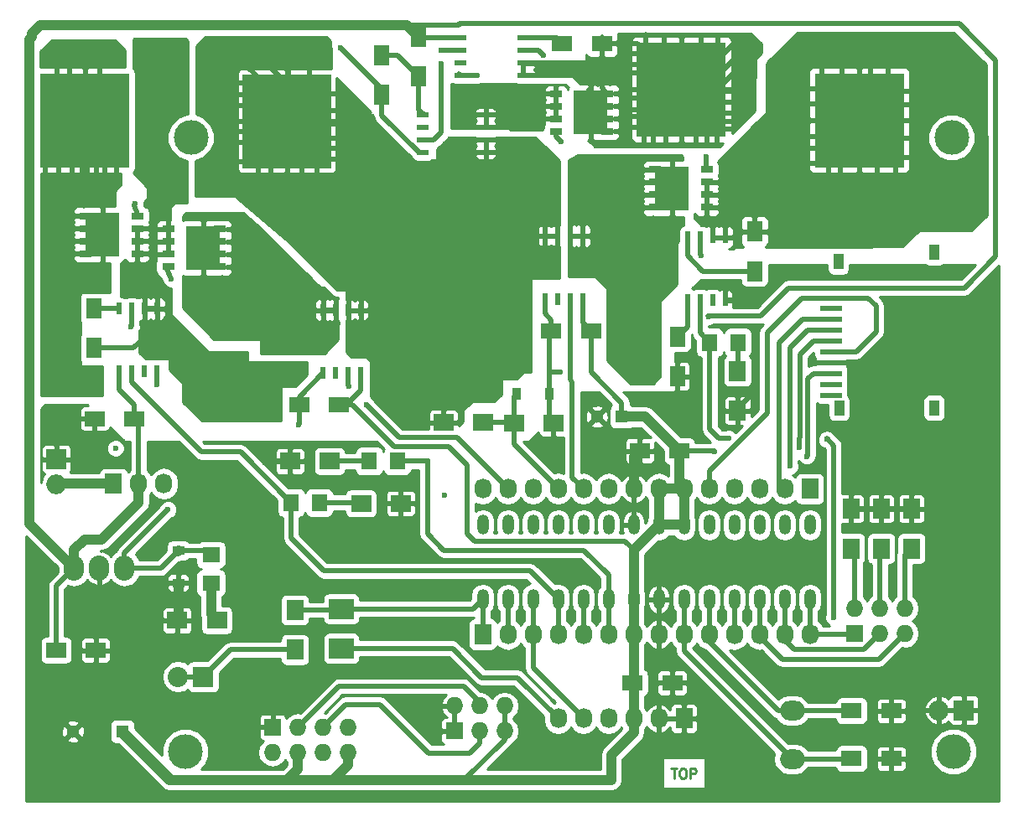
<source format=gbr>
G04 #@! TF.FileFunction,Copper,L1,Top,Signal*
%FSLAX46Y46*%
G04 Gerber Fmt 4.6, Leading zero omitted, Abs format (unit mm)*
G04 Created by KiCad (PCBNEW 4.0.1-stable) date 11.07.2016 15:10:56*
%MOMM*%
G01*
G04 APERTURE LIST*
%ADD10C,0.100000*%
%ADD11C,0.250000*%
%ADD12O,1.200000X2.000000*%
%ADD13R,2.032000X2.032000*%
%ADD14O,2.032000X2.032000*%
%ADD15R,2.000000X1.700000*%
%ADD16R,0.508000X1.143000*%
%ADD17C,3.500000*%
%ADD18R,1.727200X1.727200*%
%ADD19O,1.727200X1.727200*%
%ADD20R,2.000000X1.600000*%
%ADD21R,1.600000X2.000000*%
%ADD22R,0.910000X1.220000*%
%ADD23R,1.727200X2.032000*%
%ADD24O,1.727200X2.032000*%
%ADD25O,2.032000X2.540000*%
%ADD26O,2.499360X1.998980*%
%ADD27R,2.500000X2.000000*%
%ADD28R,1.597660X1.800860*%
%ADD29R,1.800860X1.597660*%
%ADD30R,1.700000X2.000000*%
%ADD31O,1.998980X1.998980*%
%ADD32R,1.998980X1.998980*%
%ADD33R,1.300000X1.300000*%
%ADD34C,1.300000*%
%ADD35R,1.220000X0.910000*%
%ADD36R,1.143000X0.508000*%
%ADD37R,1.000000X1.500000*%
%ADD38R,2.200000X0.600000*%
%ADD39R,1.300000X0.700000*%
%ADD40R,3.400000X4.500000*%
%ADD41R,9.000000X9.500000*%
%ADD42C,0.600000*%
%ADD43C,0.500000*%
%ADD44C,1.000000*%
%ADD45C,0.254000*%
G04 APERTURE END LIST*
D10*
D11*
X124690476Y-120752381D02*
X125261905Y-120752381D01*
X124976190Y-121752381D02*
X124976190Y-120752381D01*
X125785714Y-120752381D02*
X125976191Y-120752381D01*
X126071429Y-120800000D01*
X126166667Y-120895238D01*
X126214286Y-121085714D01*
X126214286Y-121419048D01*
X126166667Y-121609524D01*
X126071429Y-121704762D01*
X125976191Y-121752381D01*
X125785714Y-121752381D01*
X125690476Y-121704762D01*
X125595238Y-121609524D01*
X125547619Y-121419048D01*
X125547619Y-121085714D01*
X125595238Y-120895238D01*
X125690476Y-120800000D01*
X125785714Y-120752381D01*
X126642857Y-121752381D02*
X126642857Y-120752381D01*
X127023810Y-120752381D01*
X127119048Y-120800000D01*
X127166667Y-120847619D01*
X127214286Y-120942857D01*
X127214286Y-121085714D01*
X127166667Y-121180952D01*
X127119048Y-121228571D01*
X127023810Y-121276190D01*
X126642857Y-121276190D01*
D12*
X105676700Y-96125500D03*
X105676700Y-103645500D03*
X108216700Y-96125500D03*
X108216700Y-103645500D03*
X110756700Y-96125500D03*
X110756700Y-103645500D03*
X113296700Y-96125500D03*
X113296700Y-103645500D03*
X115836700Y-96125500D03*
X115836700Y-103645500D03*
X118376700Y-96125500D03*
X118376700Y-103645500D03*
X120916700Y-96125500D03*
X120916700Y-103645500D03*
X123456700Y-96125500D03*
X123456700Y-103645500D03*
X125996700Y-96125500D03*
X125996700Y-103645500D03*
X128536700Y-96125500D03*
X128536700Y-103645500D03*
X131076700Y-96125500D03*
X131076700Y-103645500D03*
X133616700Y-96125500D03*
X133616700Y-103645500D03*
X136156700Y-96125500D03*
X136156700Y-103645500D03*
X138696700Y-96125500D03*
X138696700Y-103645500D03*
D13*
X77449680Y-111480600D03*
D14*
X74909680Y-111480600D03*
D15*
X108810040Y-85887560D03*
X112810040Y-85887560D03*
D16*
X93375480Y-80777080D03*
X92105480Y-80777080D03*
X90835480Y-80777080D03*
X89565480Y-80777080D03*
X89565480Y-74427080D03*
X90835480Y-74427080D03*
X92105480Y-74427080D03*
X93375480Y-74427080D03*
D17*
X153177240Y-119039640D03*
X75636880Y-119039640D03*
X76200000Y-57000000D03*
D18*
X143200000Y-107100000D03*
D19*
X143200000Y-104560000D03*
X145740000Y-107100000D03*
X145740000Y-104560000D03*
X148280000Y-107100000D03*
X148280000Y-104560000D03*
D16*
X126339600Y-67068700D03*
X127609600Y-67068700D03*
X128879600Y-67068700D03*
X130149600Y-67068700D03*
X130149600Y-73418700D03*
X128879600Y-73418700D03*
X127609600Y-73418700D03*
X126339600Y-73418700D03*
D20*
X62600000Y-108800000D03*
X66600000Y-108800000D03*
X116600000Y-76500000D03*
X112600000Y-76500000D03*
X91154000Y-84013040D03*
X87154000Y-84013040D03*
D21*
X95500000Y-52700000D03*
X95500000Y-48700000D03*
D20*
X142907000Y-119761000D03*
X146907000Y-119761000D03*
X142907000Y-114935000D03*
X146907000Y-114935000D03*
D22*
X109119160Y-82870040D03*
X112389160Y-82870040D03*
D16*
X68961000Y-74295000D03*
X70231000Y-74295000D03*
X71501000Y-74295000D03*
X72771000Y-74295000D03*
X72771000Y-80645000D03*
X71501000Y-80645000D03*
X70231000Y-80645000D03*
X68961000Y-80645000D03*
D18*
X84455000Y-116586000D03*
D19*
X84455000Y-119126000D03*
X86995000Y-116586000D03*
X86995000Y-119126000D03*
X89535000Y-116586000D03*
X89535000Y-119126000D03*
X92075000Y-116586000D03*
X92075000Y-119126000D03*
D23*
X125984000Y-115697000D03*
D24*
X123444000Y-115697000D03*
X120904000Y-115697000D03*
X118364000Y-115697000D03*
X115824000Y-115697000D03*
X113284000Y-115697000D03*
D16*
X115757960Y-73283320D03*
X114487960Y-73283320D03*
X113217960Y-73283320D03*
X111947960Y-73283320D03*
X111947960Y-66933320D03*
X113217960Y-66933320D03*
X114487960Y-66933320D03*
X115757960Y-66933320D03*
D15*
X101700000Y-85800000D03*
X105700000Y-85800000D03*
D25*
X66940000Y-100500000D03*
X69480000Y-100500000D03*
X64400000Y-100500000D03*
D26*
X136906000Y-119788940D03*
X136906000Y-114907060D03*
D20*
X120800000Y-112100000D03*
X124800000Y-112100000D03*
X125520200Y-88658700D03*
X121520200Y-88658700D03*
D27*
X91401900Y-108616500D03*
X91401900Y-104616500D03*
D28*
X128580140Y-77700000D03*
X131419860Y-77700000D03*
X86324440Y-93878400D03*
X89164160Y-93878400D03*
D29*
X78232000Y-99164140D03*
X78232000Y-102003860D03*
D30*
X131400000Y-84600000D03*
X131400000Y-80600000D03*
D15*
X97389700Y-93967300D03*
X93389700Y-93967300D03*
X74835000Y-105780840D03*
X78835000Y-105780840D03*
D30*
X142857220Y-98514540D03*
X142857220Y-94514540D03*
X145905220Y-98514540D03*
X145905220Y-94514540D03*
X148953220Y-98514540D03*
X148953220Y-94514540D03*
X86702900Y-108743500D03*
X86702900Y-104743500D03*
D23*
X105664000Y-107188000D03*
D24*
X108204000Y-107188000D03*
X110744000Y-107188000D03*
X113284000Y-107188000D03*
X115824000Y-107188000D03*
X118364000Y-107188000D03*
X120904000Y-107188000D03*
X123444000Y-107188000D03*
X125984000Y-107188000D03*
X128524000Y-107188000D03*
X131064000Y-107188000D03*
X133604000Y-107188000D03*
X136144000Y-107188000D03*
X138684000Y-107188000D03*
D23*
X138696700Y-92481400D03*
D24*
X136156700Y-92481400D03*
X133616700Y-92481400D03*
X131076700Y-92481400D03*
X128536700Y-92481400D03*
X125996700Y-92481400D03*
X123456700Y-92481400D03*
X120916700Y-92481400D03*
X118376700Y-92481400D03*
X115836700Y-92481400D03*
X113296700Y-92481400D03*
X110756700Y-92481400D03*
X108216700Y-92481400D03*
X105676700Y-92481400D03*
D21*
X133108700Y-66503800D03*
X133108700Y-70503800D03*
D31*
X62636400Y-92036900D03*
D32*
X62636400Y-89496900D03*
D33*
X119700000Y-85200000D03*
D34*
X117200000Y-85200000D03*
D35*
X74942700Y-98720400D03*
X74942700Y-101990400D03*
D13*
X154241500Y-114858800D03*
D14*
X151701500Y-114858800D03*
D23*
X68389500Y-91973400D03*
D24*
X70929500Y-91973400D03*
X73469500Y-91973400D03*
D21*
X125313440Y-77136240D03*
X125313440Y-81136240D03*
D20*
X70500000Y-85400000D03*
X66500000Y-85400000D03*
X117697000Y-47498000D03*
X113697000Y-47498000D03*
D21*
X99200000Y-46800000D03*
X99200000Y-50800000D03*
D36*
X109794040Y-46934120D03*
X109794040Y-48204120D03*
X109794040Y-49474120D03*
X109794040Y-50744120D03*
X103444040Y-50744120D03*
X103444040Y-49474120D03*
X103444040Y-48204120D03*
X103444040Y-46934120D03*
D21*
X66410840Y-78276200D03*
X66410840Y-74276200D03*
D28*
X97050860Y-89687400D03*
X94211140Y-89687400D03*
D15*
X86214200Y-89687400D03*
X90214200Y-89687400D03*
D18*
X102793800Y-116967000D03*
D19*
X102793800Y-114427000D03*
X105333800Y-116967000D03*
X105333800Y-114427000D03*
X107873800Y-116967000D03*
X107873800Y-114427000D03*
D37*
X141569400Y-69534400D03*
X151246800Y-68620000D03*
X151246800Y-84320000D03*
D38*
X140829300Y-74236500D03*
X140829300Y-83034500D03*
X140829300Y-81934500D03*
X140829300Y-80834500D03*
X140829300Y-79734500D03*
X140829300Y-78634500D03*
X140829300Y-77534500D03*
X140829300Y-76434500D03*
X140829300Y-75334500D03*
D37*
X141646800Y-84320000D03*
D17*
X153000000Y-57000000D03*
D39*
X118251280Y-52552600D03*
X113051280Y-52552600D03*
X118251280Y-53822600D03*
X113051280Y-53822600D03*
X118251280Y-55092600D03*
X113051280Y-55092600D03*
X118251280Y-56362600D03*
X113051280Y-56362600D03*
D40*
X116565680Y-54457600D03*
D39*
X123083800Y-64025400D03*
X128283800Y-64025400D03*
X123083800Y-62755400D03*
X128283800Y-62755400D03*
X123083800Y-61485400D03*
X128283800Y-61485400D03*
X123083800Y-60215400D03*
X128283800Y-60215400D03*
D40*
X124769400Y-62120400D03*
D39*
X65583800Y-68725400D03*
X70783800Y-68725400D03*
X65583800Y-67455400D03*
X70783800Y-67455400D03*
X65583800Y-66185400D03*
X70783800Y-66185400D03*
X65583800Y-64915400D03*
X70783800Y-64915400D03*
D40*
X67269400Y-66820400D03*
D39*
X79130200Y-66233040D03*
X73930200Y-66233040D03*
X79130200Y-67503040D03*
X73930200Y-67503040D03*
X79130200Y-68773040D03*
X73930200Y-68773040D03*
X79130200Y-70043040D03*
X73930200Y-70043040D03*
D40*
X77444600Y-68138040D03*
D33*
X69300000Y-117000000D03*
D34*
X64300000Y-117000000D03*
D41*
X143700000Y-55249800D03*
X85900000Y-55349800D03*
X65500000Y-55249800D03*
D36*
X99625000Y-58505000D03*
X99625000Y-57235000D03*
X99625000Y-55965000D03*
X99625000Y-54695000D03*
X105975000Y-54695000D03*
X105975000Y-55965000D03*
X105975000Y-57235000D03*
X105975000Y-58505000D03*
D41*
X125700000Y-52149800D03*
D42*
X68600000Y-88400000D03*
X101800000Y-93100000D03*
X140400000Y-87500000D03*
X130500000Y-87400000D03*
X141100000Y-105500000D03*
X128209040Y-58943240D03*
X127749300Y-68884800D03*
X126000000Y-84000000D03*
X133000000Y-82800000D03*
X131800000Y-73500000D03*
X113500000Y-80700000D03*
X105100000Y-50700000D03*
X72750000Y-82000000D03*
X87116920Y-85999320D03*
X98033840Y-95976440D03*
X83708240Y-89855040D03*
X99200000Y-53100000D03*
X95700000Y-82600000D03*
X97300000Y-84300000D03*
X99200000Y-85700000D03*
X73900000Y-94600000D03*
X137600000Y-88300000D03*
X129100000Y-88700000D03*
X91300000Y-47900000D03*
X70600000Y-63700000D03*
X74228960Y-71282560D03*
X70185280Y-76108560D03*
X138400000Y-89200000D03*
X136700000Y-90200000D03*
X93900000Y-84000000D03*
X92120720Y-82087720D03*
X101500000Y-49500000D03*
X101500000Y-48200000D03*
X100076000Y-89687400D03*
X128500000Y-75100000D03*
X126339600Y-75057000D03*
X113548160Y-57388760D03*
X111760000Y-48671480D03*
D43*
X128580140Y-85280140D02*
X128580140Y-86480140D01*
X129500000Y-87400000D02*
X130500000Y-87400000D01*
X128580140Y-86480140D02*
X129500000Y-87400000D01*
X140400000Y-87500000D02*
X140450000Y-87450000D01*
X140450000Y-87450000D02*
X140400000Y-87500000D01*
X140400000Y-87500000D02*
X140400000Y-87400000D01*
X128580140Y-77700000D02*
X128580140Y-85280140D01*
X141100000Y-88100000D02*
X141100000Y-105500000D01*
X140400000Y-87400000D02*
X141100000Y-88100000D01*
X127609600Y-73418700D02*
X127609600Y-76729460D01*
X127609600Y-76729460D02*
X128580140Y-77700000D01*
X127600000Y-73428300D02*
X127609600Y-73418700D01*
X115836700Y-103645500D02*
X115836700Y-107175300D01*
X115836700Y-107175300D02*
X115824000Y-107188000D01*
X128209040Y-58943240D02*
X128209040Y-60140640D01*
X128209040Y-60140640D02*
X128283800Y-60215400D01*
X127609600Y-67068700D02*
X127609600Y-68745100D01*
X127609600Y-68745100D02*
X127749300Y-68884800D01*
X146600000Y-49900000D02*
X146600000Y-52749800D01*
X146600000Y-52749800D02*
X143800000Y-55549800D01*
X144800000Y-49800000D02*
X144800000Y-54549800D01*
X144800000Y-54549800D02*
X143800000Y-55549800D01*
X141900000Y-49500000D02*
X141900000Y-53649800D01*
X141900000Y-53649800D02*
X143800000Y-55549800D01*
X139900000Y-49900000D02*
X139900000Y-51649800D01*
X139900000Y-51649800D02*
X143800000Y-55549800D01*
X149000000Y-53700000D02*
X145649800Y-53700000D01*
X145649800Y-53700000D02*
X143800000Y-55549800D01*
X149300000Y-57100000D02*
X145350200Y-57100000D01*
X145350200Y-57100000D02*
X143800000Y-55549800D01*
X149200000Y-52300000D02*
X147049800Y-52300000D01*
X147049800Y-52300000D02*
X143800000Y-55549800D01*
X149900000Y-59000000D02*
X147250200Y-59000000D01*
X147250200Y-59000000D02*
X143800000Y-55549800D01*
X147400000Y-59149800D02*
X143800000Y-55549800D01*
X145500000Y-57249800D02*
X143800000Y-55549800D01*
X141800000Y-57549800D02*
X143800000Y-55549800D01*
X140600000Y-58749800D02*
X143800000Y-55549800D01*
X138400000Y-59600000D02*
X139749800Y-59600000D01*
X139749800Y-59600000D02*
X143800000Y-55549800D01*
X138400000Y-58100000D02*
X141249800Y-58100000D01*
X141249800Y-58100000D02*
X143800000Y-55549800D01*
X138400000Y-56900000D02*
X142449800Y-56900000D01*
X142449800Y-56900000D02*
X143800000Y-55549800D01*
X138100000Y-53600000D02*
X141850200Y-53600000D01*
X141850200Y-53600000D02*
X143800000Y-55549800D01*
X138200000Y-52100000D02*
X140350200Y-52100000D01*
X140350200Y-52100000D02*
X143800000Y-55549800D01*
X147400000Y-61300000D02*
X147400000Y-59149800D01*
X145500000Y-61300000D02*
X145500000Y-57249800D01*
X141800000Y-61400000D02*
X141800000Y-57549800D01*
X140600000Y-61300000D02*
X140600000Y-58749800D01*
X125313440Y-81136240D02*
X125313440Y-83313440D01*
X125313440Y-83313440D02*
X126000000Y-84000000D01*
X131400000Y-84600000D02*
X131400000Y-84400000D01*
X131400000Y-84400000D02*
X133000000Y-82800000D01*
X130149600Y-73418700D02*
X131718700Y-73418700D01*
X131718700Y-73418700D02*
X131800000Y-73500000D01*
X112389160Y-80700000D02*
X113500000Y-80700000D01*
X112600000Y-76500000D02*
X112600000Y-75400000D01*
X111947960Y-74747960D02*
X111947960Y-73283320D01*
X112600000Y-75400000D02*
X111947960Y-74747960D01*
X112389160Y-82870040D02*
X112389160Y-80700000D01*
X112389160Y-80700000D02*
X112389160Y-76710840D01*
X112389160Y-76710840D02*
X112600000Y-76500000D01*
X103444040Y-50744120D02*
X105055880Y-50744120D01*
X105055880Y-50744120D02*
X105100000Y-50700000D01*
X95500000Y-48700000D02*
X97100000Y-48700000D01*
X97100000Y-48700000D02*
X99200000Y-50800000D01*
X99200000Y-50800000D02*
X99200000Y-53100000D01*
X99200000Y-54175960D02*
X99755960Y-54731920D01*
X72771000Y-80645000D02*
X72771000Y-81979000D01*
X72771000Y-81979000D02*
X72750000Y-82000000D01*
D44*
X74942700Y-101990400D02*
X74942700Y-105673140D01*
X74942700Y-105673140D02*
X74835000Y-105780840D01*
D43*
X87154000Y-84013040D02*
X87154000Y-85962240D01*
X87154000Y-85962240D02*
X87116920Y-85999320D01*
X95400000Y-48700000D02*
X95400000Y-48913360D01*
X97389700Y-93967300D02*
X97389700Y-95332300D01*
X97389700Y-95332300D02*
X98033840Y-95976440D01*
X86214200Y-89687400D02*
X83875880Y-89687400D01*
X83875880Y-89687400D02*
X83708240Y-89855040D01*
X103279960Y-50580040D02*
X103444040Y-50744120D01*
X87154000Y-84013040D02*
X87154000Y-83188560D01*
X87154000Y-83188560D02*
X89565480Y-80777080D01*
X112389160Y-82870040D02*
X112389160Y-85466680D01*
X112389160Y-85466680D02*
X112810040Y-85887560D01*
D44*
X120916700Y-92481400D02*
X120916700Y-89262200D01*
X120916700Y-89262200D02*
X121520200Y-88658700D01*
D43*
X123444000Y-107188000D02*
X123444000Y-103658200D01*
X123444000Y-103658200D02*
X123456700Y-103645500D01*
X143064480Y-94307280D02*
X142857220Y-94514540D01*
D11*
X142857220Y-94514540D02*
X142857220Y-94909260D01*
D43*
X145905220Y-94514540D02*
X142857220Y-94514540D01*
X148953220Y-94514540D02*
X145905220Y-94514540D01*
X99200000Y-53100000D02*
X99200000Y-54175960D01*
X85900000Y-55349800D02*
X85900000Y-53800000D01*
X85900000Y-53800000D02*
X81100000Y-49000000D01*
X85900000Y-55349800D02*
X85900000Y-51600000D01*
X85900000Y-51600000D02*
X83500000Y-49200000D01*
X86100000Y-49200000D02*
X86100000Y-55149800D01*
X86100000Y-55149800D02*
X85900000Y-55349800D01*
X88200000Y-49100000D02*
X88200000Y-53049800D01*
X88200000Y-53049800D02*
X85900000Y-55349800D01*
X91600000Y-52600000D02*
X88649800Y-52600000D01*
X88649800Y-52600000D02*
X85900000Y-55349800D01*
X91300000Y-54300000D02*
X86649800Y-54300000D01*
X86649800Y-54300000D02*
X85700000Y-55249800D01*
X91400000Y-55600000D02*
X86050200Y-55600000D01*
X86050200Y-55600000D02*
X85700000Y-55249800D01*
X91500000Y-57100000D02*
X87550200Y-57100000D01*
X87550200Y-57100000D02*
X85700000Y-55249800D01*
X80200000Y-51500000D02*
X81950200Y-51500000D01*
X81950200Y-51500000D02*
X85700000Y-55249800D01*
X80300000Y-52700000D02*
X83150200Y-52700000D01*
X83150200Y-52700000D02*
X85700000Y-55249800D01*
X79800000Y-53800000D02*
X84250200Y-53800000D01*
X84250200Y-53800000D02*
X85700000Y-55249800D01*
X79800000Y-56400000D02*
X84549800Y-56400000D01*
X84549800Y-56400000D02*
X85700000Y-55249800D01*
X79900000Y-57500000D02*
X83449800Y-57500000D01*
X83449800Y-57500000D02*
X85700000Y-55249800D01*
X80200000Y-59400000D02*
X81549800Y-59400000D01*
X81549800Y-59400000D02*
X85700000Y-55249800D01*
X90900000Y-58100000D02*
X88550200Y-58100000D01*
X88550200Y-58100000D02*
X85700000Y-55249800D01*
X91700000Y-59200000D02*
X89650200Y-59200000D01*
X89650200Y-59200000D02*
X85700000Y-55249800D01*
X88900000Y-61400000D02*
X88900000Y-58449800D01*
X88900000Y-58449800D02*
X85700000Y-55249800D01*
X87400000Y-61300000D02*
X87400000Y-56949800D01*
X87400000Y-56949800D02*
X85700000Y-55249800D01*
X84300000Y-61600000D02*
X84300000Y-56649800D01*
X84300000Y-56649800D02*
X85700000Y-55249800D01*
X83000000Y-62400000D02*
X83000000Y-57949800D01*
X83000000Y-57949800D02*
X85700000Y-55249800D01*
D44*
X97400000Y-84400000D02*
X97300000Y-84300000D01*
X99200000Y-85700000D02*
X99000000Y-85500000D01*
D43*
X91401900Y-108616500D02*
X102634800Y-108616500D01*
X109143800Y-111556800D02*
X113284000Y-115697000D01*
X105575100Y-111556800D02*
X109143800Y-111556800D01*
X102634800Y-108616500D02*
X105575100Y-111556800D01*
X105676700Y-103645500D02*
X105676700Y-107175300D01*
X105676700Y-107175300D02*
X105664000Y-107188000D01*
X91401900Y-104616500D02*
X104705700Y-104616500D01*
X104705700Y-104616500D02*
X105676700Y-103645500D01*
X86702900Y-104743500D02*
X91274900Y-104743500D01*
X91274900Y-104743500D02*
X91401900Y-104616500D01*
X86829900Y-104616500D02*
X86702900Y-104743500D01*
X90702900Y-103917500D02*
X91401900Y-104616500D01*
X69480000Y-100500000D02*
X69480000Y-99020000D01*
X69480000Y-99020000D02*
X73900000Y-94600000D01*
X74942700Y-98720400D02*
X77788260Y-98720400D01*
X77788260Y-98720400D02*
X78232000Y-99164140D01*
X69480000Y-100500000D02*
X73163100Y-100500000D01*
X73163100Y-100500000D02*
X74942700Y-98720400D01*
X125520200Y-88658700D02*
X129058700Y-88658700D01*
X137600000Y-88300000D02*
X137600000Y-87400000D01*
X129058700Y-88658700D02*
X129100000Y-88700000D01*
X139065500Y-77534500D02*
X140829300Y-77534500D01*
X137600000Y-87400000D02*
X137700000Y-87300000D01*
X137700000Y-87300000D02*
X137700000Y-78900000D01*
X137700000Y-78900000D02*
X139065500Y-77534500D01*
D11*
X120904000Y-115697000D02*
X120904000Y-112204000D01*
X120904000Y-112204000D02*
X120800000Y-112100000D01*
D43*
X119700000Y-85200000D02*
X119700000Y-83800000D01*
X116600000Y-80700000D02*
X116600000Y-76500000D01*
X119700000Y-83800000D02*
X116600000Y-80700000D01*
X115757960Y-73283320D02*
X115757960Y-75657960D01*
X115757960Y-75657960D02*
X116600000Y-76500000D01*
D44*
X74100000Y-121920000D02*
X74100000Y-121800000D01*
X74100000Y-121800000D02*
X69300000Y-117000000D01*
X119700000Y-85200000D02*
X122061500Y-85200000D01*
X122061500Y-85200000D02*
X125520200Y-88658700D01*
D43*
X95500000Y-52700000D02*
X95500000Y-52100000D01*
X95500000Y-52100000D02*
X91300000Y-47900000D01*
X95500000Y-52700000D02*
X95500000Y-54800000D01*
X95500000Y-54800000D02*
X99241920Y-58541920D01*
X99241920Y-58541920D02*
X99755960Y-58541920D01*
X91154000Y-84013040D02*
X92513040Y-84013040D01*
X120050400Y-97800000D02*
X120916700Y-98666300D01*
X104900000Y-97800000D02*
X120050400Y-97800000D01*
X104100000Y-97000000D02*
X104900000Y-97800000D01*
X104100000Y-90100000D02*
X104100000Y-97000000D01*
X102200000Y-88200000D02*
X104100000Y-90100000D01*
X96700000Y-88200000D02*
X102200000Y-88200000D01*
X92513040Y-84013040D02*
X96700000Y-88200000D01*
D44*
X74857100Y-98806000D02*
X74942700Y-98720400D01*
X85902800Y-121920000D02*
X74100000Y-121920000D01*
X74100000Y-121920000D02*
X74080000Y-121920000D01*
X74080000Y-121920000D02*
X69250000Y-117090000D01*
D43*
X86702900Y-108743500D02*
X80186780Y-108743500D01*
X80186780Y-108743500D02*
X77449680Y-111480600D01*
X74909680Y-111480600D02*
X77449680Y-111480600D01*
X74681080Y-111252000D02*
X74909680Y-111480600D01*
X91154000Y-84013040D02*
X91937840Y-84013040D01*
X91937840Y-84013040D02*
X93375480Y-82575400D01*
X93375480Y-82575400D02*
X93375480Y-80777080D01*
D44*
X125520200Y-88658700D02*
X125520200Y-92004900D01*
X125520200Y-92004900D02*
X125996700Y-92481400D01*
X123456700Y-96125500D02*
X123456700Y-92481400D01*
X125996700Y-92481400D02*
X123456700Y-92481400D01*
X125996700Y-96125500D02*
X125996700Y-92481400D01*
X123456700Y-96125500D02*
X125996700Y-96125500D01*
X120916700Y-103645500D02*
X120916700Y-98666300D01*
X120916700Y-98666300D02*
X120916700Y-98665500D01*
X120916700Y-98665500D02*
X123456700Y-96125500D01*
X120904000Y-107188000D02*
X120904000Y-103658200D01*
X120904000Y-103658200D02*
X120916700Y-103645500D01*
D43*
X120916700Y-103645500D02*
X120916700Y-107175300D01*
X120916700Y-107175300D02*
X120904000Y-107188000D01*
X107873800Y-114427000D02*
X107873800Y-116967000D01*
X107873800Y-116967000D02*
X107873800Y-117830600D01*
X107873800Y-117830600D02*
X103784400Y-121920000D01*
D44*
X86995000Y-119126000D02*
X86995000Y-120827800D01*
X86995000Y-120827800D02*
X85902800Y-121920000D01*
X92075000Y-119126000D02*
X92075000Y-120370600D01*
X92075000Y-120370600D02*
X90525600Y-121920000D01*
X118650000Y-121920000D02*
X103784400Y-121920000D01*
X103784400Y-121920000D02*
X101244400Y-121920000D01*
X101244400Y-121920000D02*
X90525600Y-121920000D01*
X90525600Y-121920000D02*
X85902800Y-121920000D01*
X120904000Y-115697000D02*
X120904000Y-117126000D01*
X120904000Y-117126000D02*
X118650000Y-119380000D01*
X118650000Y-119380000D02*
X118650000Y-121920000D01*
X120904000Y-107188000D02*
X120904000Y-115697000D01*
D43*
X66410840Y-78276200D02*
X70430640Y-78276200D01*
X70430640Y-78276200D02*
X71399400Y-77307440D01*
X71501000Y-74295000D02*
X72136000Y-74295000D01*
X72136000Y-74295000D02*
X72771000Y-74295000D01*
X66410840Y-74276200D02*
X68942200Y-74276200D01*
X68942200Y-74276200D02*
X68961000Y-74295000D01*
X68961000Y-74295000D02*
X68776600Y-74295000D01*
X70231000Y-80645000D02*
X70231000Y-81731000D01*
X81196040Y-88750000D02*
X86324440Y-93878400D01*
X77250000Y-88750000D02*
X81196040Y-88750000D01*
X70231000Y-81731000D02*
X77250000Y-88750000D01*
X86029800Y-93878400D02*
X86324440Y-93878400D01*
X86324440Y-93878400D02*
X86070440Y-93878400D01*
X86324440Y-93878400D02*
X86324440Y-97490280D01*
X110428240Y-100777040D02*
X113296700Y-103645500D01*
X89611200Y-100777040D02*
X110428240Y-100777040D01*
X86324440Y-97490280D02*
X89611200Y-100777040D01*
X113296700Y-103645500D02*
X113296700Y-107175300D01*
X113296700Y-107175300D02*
X113284000Y-107188000D01*
X113284000Y-103632800D02*
X113296700Y-103645500D01*
X70800000Y-64800000D02*
X70482200Y-63817800D01*
X70482200Y-63817800D02*
X70600000Y-63700000D01*
X70231000Y-74295000D02*
X70231000Y-76062840D01*
X74228960Y-71282560D02*
X73818440Y-70298000D01*
X70231000Y-76062840D02*
X70185280Y-76108560D01*
X73818440Y-70298000D02*
X73818440Y-70195440D01*
X105333800Y-116967000D02*
X105333800Y-118201440D01*
X91856560Y-114264440D02*
X89535000Y-116586000D01*
X95290640Y-114264440D02*
X91856560Y-114264440D01*
X100203000Y-119176800D02*
X95290640Y-114264440D01*
X104358440Y-119176800D02*
X100203000Y-119176800D01*
X105333800Y-118201440D02*
X104358440Y-119176800D01*
X105333800Y-114427000D02*
X105333800Y-114020600D01*
X105333800Y-114020600D02*
X103748840Y-112435640D01*
X103748840Y-112435640D02*
X91145360Y-112435640D01*
X91145360Y-112435640D02*
X86995000Y-116586000D01*
X90835480Y-74427080D02*
X89565480Y-74427080D01*
X128536700Y-92481400D02*
X128536700Y-90663300D01*
X134365214Y-76734786D02*
X137900000Y-73200000D01*
X134365214Y-84834786D02*
X134365214Y-76734786D01*
X128536700Y-90663300D02*
X134365214Y-84834786D01*
X140829300Y-78634500D02*
X143365500Y-78634500D01*
X144600000Y-73200000D02*
X137900000Y-73200000D01*
X145400000Y-74000000D02*
X144600000Y-73200000D01*
X145400000Y-76600000D02*
X145400000Y-74000000D01*
X143365500Y-78634500D02*
X145400000Y-76600000D01*
X138400000Y-89200000D02*
X138500000Y-89100000D01*
X138500000Y-89100000D02*
X138500000Y-88300000D01*
X140829300Y-80834500D02*
X139065500Y-80834500D01*
X138500000Y-81400000D02*
X138500000Y-88300000D01*
X139065500Y-80834500D02*
X138500000Y-81400000D01*
X131076700Y-103645500D02*
X131076700Y-107175300D01*
X131076700Y-107175300D02*
X131064000Y-107188000D01*
X136700000Y-89400000D02*
X136700000Y-90200000D01*
X136700000Y-78300000D02*
X136700000Y-78200000D01*
X136700000Y-89400000D02*
X136700000Y-78300000D01*
X140829300Y-76434500D02*
X138465500Y-76434500D01*
X138465500Y-76434500D02*
X136700000Y-78200000D01*
X140829300Y-75334500D02*
X137965500Y-75334500D01*
X135600000Y-77700000D02*
X135600000Y-92781400D01*
X137965500Y-75334500D02*
X135600000Y-77700000D01*
X138684000Y-107188000D02*
X143112000Y-107188000D01*
X143112000Y-107188000D02*
X143200000Y-107100000D01*
X138696700Y-103645500D02*
X138696700Y-107175300D01*
X138696700Y-107175300D02*
X138684000Y-107188000D01*
D11*
X139316460Y-106555540D02*
X138684000Y-107188000D01*
D43*
X136144000Y-107188000D02*
X136144000Y-107744000D01*
X136144000Y-107744000D02*
X137100000Y-108700000D01*
X144140000Y-108700000D02*
X145740000Y-107100000D01*
X137100000Y-108700000D02*
X144140000Y-108700000D01*
X136156700Y-103645500D02*
X136156700Y-107175300D01*
X136156700Y-107175300D02*
X136144000Y-107188000D01*
D11*
X136144000Y-107188000D02*
X136144000Y-108036360D01*
D43*
X133604000Y-107188000D02*
X133604000Y-107404000D01*
X133604000Y-107404000D02*
X135900000Y-109700000D01*
X145680000Y-109700000D02*
X148280000Y-107100000D01*
X135900000Y-109700000D02*
X145680000Y-109700000D01*
X133616700Y-103645500D02*
X133616700Y-107175300D01*
X133616700Y-107175300D02*
X133604000Y-107188000D01*
X114487960Y-73283320D02*
X114487960Y-81487960D01*
X114700000Y-91344700D02*
X115836700Y-92481400D01*
X114700000Y-81700000D02*
X114700000Y-91344700D01*
X114487960Y-81487960D02*
X114700000Y-81700000D01*
X115824000Y-92468700D02*
X115836700Y-92481400D01*
X92105480Y-80777080D02*
X92105480Y-82072480D01*
X103050340Y-87315040D02*
X108216700Y-92481400D01*
X97236280Y-87315040D02*
X103050340Y-87315040D01*
X93900000Y-84000000D02*
X97236280Y-87315040D01*
X92105480Y-82072480D02*
X92120720Y-82087720D01*
X108216700Y-92481400D02*
X107960160Y-92481400D01*
D11*
X108153200Y-92417900D02*
X108216700Y-92481400D01*
D43*
X101500000Y-56500000D02*
X101500000Y-49500000D01*
X100728080Y-57271920D02*
X101500000Y-56500000D01*
X100728080Y-57271920D02*
X101500000Y-56500000D01*
X99755960Y-57271920D02*
X100728080Y-57271920D01*
X108810040Y-85887560D02*
X108810040Y-83179160D01*
X108810040Y-83179160D02*
X109119160Y-82870040D01*
X105700000Y-85800000D02*
X108722480Y-85800000D01*
X108722480Y-85800000D02*
X108810040Y-85887560D01*
X108810040Y-85887560D02*
X108810040Y-87994740D01*
X108810040Y-87994740D02*
X113296700Y-92481400D01*
X113201450Y-92386150D02*
X113296700Y-92481400D01*
X131419860Y-77700000D02*
X131419860Y-80580140D01*
X131419860Y-80580140D02*
X131400000Y-80600000D01*
X89164160Y-93878400D02*
X93300800Y-93878400D01*
X93300800Y-93878400D02*
X93389700Y-93967300D01*
D44*
X78232000Y-102003860D02*
X78232000Y-105177840D01*
X78232000Y-105177840D02*
X78835000Y-105780840D01*
D43*
X110756700Y-103645500D02*
X110756700Y-107175300D01*
X110756700Y-107175300D02*
X110744000Y-107188000D01*
X110744000Y-107188000D02*
X110744000Y-110617000D01*
X110744000Y-110617000D02*
X115824000Y-115697000D01*
X115824000Y-115697000D02*
X115824000Y-116332000D01*
X108216700Y-103645500D02*
X108216700Y-107175300D01*
X108216700Y-107175300D02*
X108204000Y-107188000D01*
X103444040Y-48204120D02*
X101504120Y-48204120D01*
X101504120Y-48204120D02*
X101500000Y-48200000D01*
X118376700Y-103645500D02*
X118376700Y-101193600D01*
X100076000Y-97028000D02*
X100076000Y-91556840D01*
X100076000Y-91556840D02*
X100076000Y-89687400D01*
X101765100Y-98717100D02*
X100076000Y-97028000D01*
X115900200Y-98717100D02*
X101765100Y-98717100D01*
X118376700Y-101193600D02*
X115900200Y-98717100D01*
X118376700Y-103645500D02*
X118376700Y-107175300D01*
X118376700Y-107175300D02*
X118364000Y-107188000D01*
X97050860Y-89687400D02*
X100076000Y-89687400D01*
D44*
X65500000Y-55249800D02*
X65500000Y-61600000D01*
X65600000Y-61700000D02*
X65600000Y-61900000D01*
X65500000Y-61600000D02*
X65600000Y-61700000D01*
D43*
X66700000Y-60800000D02*
X66700000Y-56449800D01*
X66700000Y-56449800D02*
X65500000Y-55249800D01*
X64200000Y-61000000D02*
X64200000Y-56549800D01*
X64200000Y-56549800D02*
X65500000Y-55249800D01*
X62900000Y-61000000D02*
X62900000Y-57849800D01*
X62900000Y-57849800D02*
X65500000Y-55249800D01*
X61500000Y-61100000D02*
X61500000Y-59249800D01*
X61500000Y-59249800D02*
X65500000Y-55249800D01*
X67500000Y-61100000D02*
X67500000Y-57249800D01*
X67500000Y-57249800D02*
X65500000Y-55249800D01*
X68700000Y-61000000D02*
X68700000Y-58449800D01*
X68700000Y-58449800D02*
X65500000Y-55249800D01*
X67000000Y-49700000D02*
X67000000Y-53749800D01*
X67000000Y-53749800D02*
X65500000Y-55249800D01*
X64000000Y-49800000D02*
X64000000Y-53749800D01*
X64000000Y-53749800D02*
X65500000Y-55249800D01*
X62700000Y-49800000D02*
X62700000Y-52449800D01*
X62700000Y-52449800D02*
X65500000Y-55249800D01*
X98000000Y-45600000D02*
X103218600Y-45600000D01*
X103218600Y-45600000D02*
X103327200Y-45491400D01*
D44*
X60162400Y-46837600D02*
X60162400Y-46462400D01*
X98000000Y-45600000D02*
X99200000Y-46800000D01*
X61024800Y-45600000D02*
X98000000Y-45600000D01*
X60162400Y-46462400D02*
X61024800Y-45600000D01*
D43*
X59900000Y-51500000D02*
X59918600Y-51500000D01*
D44*
X59900000Y-47100000D02*
X59900000Y-51500000D01*
D43*
X60162400Y-46837600D02*
X59900000Y-47100000D01*
D44*
X59928000Y-96028000D02*
X64400000Y-100500000D01*
X59928000Y-94472000D02*
X59928000Y-96028000D01*
X64400000Y-98668000D02*
X64400000Y-100500000D01*
X65468000Y-97600000D02*
X64400000Y-98668000D01*
X67200000Y-97600000D02*
X65468000Y-97600000D01*
X70929500Y-93870500D02*
X67200000Y-97600000D01*
X70929500Y-91973400D02*
X70929500Y-93870500D01*
X59918600Y-94462600D02*
X59928000Y-94472000D01*
X59918600Y-81701640D02*
X59918600Y-94462600D01*
D43*
X62600000Y-108800000D02*
X62600000Y-102300000D01*
X62600000Y-102300000D02*
X64400000Y-100500000D01*
X130535680Y-75021160D02*
X128421160Y-75021160D01*
X128421160Y-75021160D02*
X128500000Y-75100000D01*
X154305000Y-72202040D02*
X136550400Y-72202040D01*
X133731280Y-75021160D02*
X130635680Y-75021160D01*
X136550400Y-72202040D02*
X133731280Y-75021160D01*
X103327200Y-45491400D02*
X153771600Y-45491400D01*
X153771600Y-45491400D02*
X157469840Y-49189640D01*
X157469840Y-49189640D02*
X157469840Y-69037200D01*
X157469840Y-69037200D02*
X154305000Y-72202040D01*
D44*
X59918600Y-81701640D02*
X59918600Y-51500000D01*
D43*
X103444040Y-46934120D02*
X99334120Y-46934120D01*
X99334120Y-46934120D02*
X99200000Y-46800000D01*
X70500000Y-85400000D02*
X70500000Y-84000000D01*
X68961000Y-82461000D02*
X68961000Y-80645000D01*
X70500000Y-84000000D02*
X68961000Y-82461000D01*
X70929500Y-91973400D02*
X70929500Y-85829500D01*
X70929500Y-85829500D02*
X70500000Y-85400000D01*
X70750000Y-91793900D02*
X70929500Y-91973400D01*
X126339600Y-75057000D02*
X126339600Y-73418700D01*
X126339600Y-73418700D02*
X126339600Y-76110080D01*
X126339600Y-76110080D02*
X125313440Y-77136240D01*
D44*
X59918600Y-81711800D02*
X59918600Y-81701640D01*
X68389500Y-91973400D02*
X62699900Y-91973400D01*
X62699900Y-91973400D02*
X62636400Y-92036900D01*
D43*
X113051280Y-56891880D02*
X113051280Y-56362600D01*
X113548160Y-57388760D02*
X113051280Y-56891880D01*
X111292640Y-48204120D02*
X111760000Y-48671480D01*
X109794040Y-48204120D02*
X111292640Y-48204120D01*
X131400000Y-52300000D02*
X125850200Y-52300000D01*
X125850200Y-52300000D02*
X125700000Y-52149800D01*
X131500000Y-53400000D02*
X126950200Y-53400000D01*
X126950200Y-53400000D02*
X125700000Y-52149800D01*
X131100000Y-54500000D02*
X128050200Y-54500000D01*
X128050200Y-54500000D02*
X125700000Y-52149800D01*
X131000000Y-55400000D02*
X128950200Y-55400000D01*
X128950200Y-55400000D02*
X125700000Y-52149800D01*
X131000000Y-56100000D02*
X129650200Y-56100000D01*
X129650200Y-56100000D02*
X125700000Y-52149800D01*
X129300000Y-57800000D02*
X129300000Y-55749800D01*
X129300000Y-55749800D02*
X125700000Y-52149800D01*
X128300000Y-57800000D02*
X128300000Y-54749800D01*
X128300000Y-54749800D02*
X125700000Y-52149800D01*
X127200000Y-57800000D02*
X127200000Y-53649800D01*
X127200000Y-53649800D02*
X125700000Y-52149800D01*
X124200000Y-57600000D02*
X124200000Y-53649800D01*
X124200000Y-53649800D02*
X125700000Y-52149800D01*
X122900000Y-57600000D02*
X122900000Y-54949800D01*
X122900000Y-54949800D02*
X125700000Y-52149800D01*
X122000000Y-57600000D02*
X122000000Y-55849800D01*
X122000000Y-55849800D02*
X125700000Y-52149800D01*
X129400000Y-46700000D02*
X129400000Y-48449800D01*
X129400000Y-48449800D02*
X125700000Y-52149800D01*
X127700000Y-46700000D02*
X127700000Y-50149800D01*
X127700000Y-50149800D02*
X125700000Y-52149800D01*
X124000000Y-46700000D02*
X124000000Y-50449800D01*
X124000000Y-50449800D02*
X125700000Y-52149800D01*
X122100000Y-46600000D02*
X122100000Y-48549800D01*
X122100000Y-48549800D02*
X125700000Y-52149800D01*
X125800000Y-52049800D02*
X129450200Y-52049800D01*
X129450200Y-52049800D02*
X131700000Y-49800000D01*
X125800000Y-52049800D02*
X128050200Y-52049800D01*
X128050200Y-52049800D02*
X131600000Y-48500000D01*
X125800000Y-52049800D02*
X126450200Y-52049800D01*
X126450200Y-52049800D02*
X130900000Y-47600000D01*
X120500000Y-56000000D02*
X121849800Y-56000000D01*
X121849800Y-56000000D02*
X125800000Y-52049800D01*
X120500000Y-54900000D02*
X122949800Y-54900000D01*
X122949800Y-54900000D02*
X125800000Y-52049800D01*
X120400000Y-54200000D02*
X123649800Y-54200000D01*
X123649800Y-54200000D02*
X125800000Y-52049800D01*
X120400000Y-53000000D02*
X124849800Y-53000000D01*
X124849800Y-53000000D02*
X125800000Y-52049800D01*
X120400000Y-50500000D02*
X124250200Y-50500000D01*
X124250200Y-50500000D02*
X125800000Y-52049800D01*
X120500000Y-49600000D02*
X123350200Y-49600000D01*
X123350200Y-49600000D02*
X125800000Y-52049800D01*
X120500000Y-48500000D02*
X122250200Y-48500000D01*
X122250200Y-48500000D02*
X125800000Y-52049800D01*
X120400000Y-47500000D02*
X121250200Y-47500000D01*
X121250200Y-47500000D02*
X125800000Y-52049800D01*
X109794040Y-50744120D02*
X116347240Y-50744120D01*
X116347240Y-50744120D02*
X117266720Y-51663600D01*
X109794040Y-50744120D02*
X109794040Y-49474120D01*
X109794040Y-49474120D02*
X116560600Y-49474120D01*
X116560600Y-49474120D02*
X117697000Y-50610520D01*
X117697000Y-47498000D02*
X117697000Y-50610520D01*
X117697000Y-50610520D02*
X117697000Y-51998320D01*
X117697000Y-51998320D02*
X118251280Y-52552600D01*
X117697000Y-47498000D02*
X118491000Y-47498000D01*
X116332000Y-52197000D02*
X116332000Y-53721000D01*
X117697000Y-47498000D02*
X117697000Y-46831000D01*
X109794040Y-46934120D02*
X113133120Y-46934120D01*
X113133120Y-46934120D02*
X113697000Y-47498000D01*
X125996700Y-103645500D02*
X125996700Y-107175300D01*
X125996700Y-107175300D02*
X125984000Y-107188000D01*
X136906000Y-119788940D02*
X142879060Y-119788940D01*
X142879060Y-119788940D02*
X142907000Y-119761000D01*
X125984000Y-107188000D02*
X125984000Y-108866940D01*
X125984000Y-108866940D02*
X136906000Y-119788940D01*
X128536700Y-103645500D02*
X128536700Y-107175300D01*
X128536700Y-107175300D02*
X128524000Y-107188000D01*
X136906000Y-114907060D02*
X142879060Y-114907060D01*
X142879060Y-114907060D02*
X142907000Y-114935000D01*
X128524000Y-107188000D02*
X128524000Y-107950000D01*
X128524000Y-107950000D02*
X135481060Y-114907060D01*
X135481060Y-114907060D02*
X136906000Y-114907060D01*
X133108700Y-70503800D02*
X127882400Y-70503800D01*
X126339600Y-68961000D02*
X126339600Y-67068700D01*
X127882400Y-70503800D02*
X126339600Y-68961000D01*
X90214200Y-89687400D02*
X94211140Y-89687400D01*
X143238220Y-104515540D02*
X143238220Y-98895540D01*
X143238220Y-98895540D02*
X142857220Y-98514540D01*
X145778220Y-104515540D02*
X145778220Y-98641540D01*
X145778220Y-98641540D02*
X145905220Y-98514540D01*
X148280000Y-104560000D02*
X148280000Y-99187760D01*
X148280000Y-99187760D02*
X148953220Y-98514540D01*
D45*
G36*
X75873000Y-47252606D02*
X75873000Y-54614714D01*
X75727675Y-54614587D01*
X74850771Y-54976916D01*
X74179274Y-55647242D01*
X73815415Y-56523513D01*
X73814587Y-57472325D01*
X74176916Y-58349229D01*
X74847242Y-59020726D01*
X75723513Y-59384585D01*
X75813920Y-59384664D01*
X75813920Y-63606680D01*
X74599800Y-63606680D01*
X74550390Y-63616686D01*
X74509997Y-63643877D01*
X74149317Y-64004557D01*
X74121454Y-64046571D01*
X74112120Y-64094360D01*
X74112120Y-65351870D01*
X74057200Y-65406790D01*
X74057200Y-66106040D01*
X74077200Y-66106040D01*
X74077200Y-66360040D01*
X74057200Y-66360040D01*
X74057200Y-67376040D01*
X74077200Y-67376040D01*
X74077200Y-67630040D01*
X74057200Y-67630040D01*
X74057200Y-68646040D01*
X74077200Y-68646040D01*
X74077200Y-68900040D01*
X74057200Y-68900040D01*
X74057200Y-68920040D01*
X73803200Y-68920040D01*
X73803200Y-68900040D01*
X72803950Y-68900040D01*
X72645200Y-69058790D01*
X72645200Y-69249349D01*
X72709219Y-69403903D01*
X72683769Y-69441150D01*
X72632760Y-69693040D01*
X72632760Y-70393040D01*
X72677038Y-70628357D01*
X72753258Y-70746806D01*
X72763226Y-70796030D01*
X72790417Y-70836423D01*
X73293910Y-71339916D01*
X73293798Y-71467727D01*
X73435843Y-71811503D01*
X73698633Y-72074752D01*
X74042161Y-72217398D01*
X74171505Y-72217511D01*
X74244200Y-72290206D01*
X74244200Y-74940160D01*
X74254206Y-74989570D01*
X74281397Y-75029963D01*
X77903437Y-78652003D01*
X77945451Y-78679866D01*
X77993240Y-78689200D01*
X81940400Y-78689200D01*
X81940400Y-79552800D01*
X81950406Y-79602210D01*
X81978847Y-79643835D01*
X82021241Y-79671115D01*
X82067400Y-79679800D01*
X87924640Y-79679800D01*
X87924640Y-80947994D01*
X86703634Y-82169000D01*
X85420200Y-82169000D01*
X85370790Y-82179006D01*
X85329165Y-82207447D01*
X85301885Y-82249841D01*
X85293200Y-82296000D01*
X85293200Y-85638640D01*
X77319406Y-85638640D01*
X75412600Y-83731834D01*
X75412600Y-81879440D01*
X75402594Y-81830030D01*
X75375403Y-81789637D01*
X74041000Y-80455234D01*
X74041000Y-79476600D01*
X74030994Y-79427190D01*
X74002553Y-79385565D01*
X73960159Y-79358285D01*
X73914000Y-79349600D01*
X71680606Y-79349600D01*
X71033640Y-78702634D01*
X71033640Y-76503620D01*
X71120118Y-76295359D01*
X71120442Y-75923393D01*
X71116000Y-75912643D01*
X71116000Y-75499557D01*
X71120691Y-75501500D01*
X71215250Y-75501500D01*
X71374000Y-75342750D01*
X71374000Y-74422000D01*
X71628000Y-74422000D01*
X71628000Y-75342750D01*
X71786750Y-75501500D01*
X71881309Y-75501500D01*
X72114698Y-75404827D01*
X72136000Y-75383525D01*
X72157302Y-75404827D01*
X72390691Y-75501500D01*
X72485250Y-75501500D01*
X72644000Y-75342750D01*
X72644000Y-74422000D01*
X72898000Y-74422000D01*
X72898000Y-75342750D01*
X73056750Y-75501500D01*
X73151309Y-75501500D01*
X73384698Y-75404827D01*
X73563327Y-75226199D01*
X73660000Y-74992810D01*
X73660000Y-74580750D01*
X73501250Y-74422000D01*
X72898000Y-74422000D01*
X72644000Y-74422000D01*
X71628000Y-74422000D01*
X71374000Y-74422000D01*
X71354000Y-74422000D01*
X71354000Y-74168000D01*
X71374000Y-74168000D01*
X71374000Y-73247250D01*
X71628000Y-73247250D01*
X71628000Y-74168000D01*
X72644000Y-74168000D01*
X72644000Y-73247250D01*
X72898000Y-73247250D01*
X72898000Y-74168000D01*
X73501250Y-74168000D01*
X73660000Y-74009250D01*
X73660000Y-73597190D01*
X73563327Y-73363801D01*
X73384698Y-73185173D01*
X73151309Y-73088500D01*
X73056750Y-73088500D01*
X72898000Y-73247250D01*
X72644000Y-73247250D01*
X72485250Y-73088500D01*
X72390691Y-73088500D01*
X72157302Y-73185173D01*
X72136000Y-73206475D01*
X72114698Y-73185173D01*
X71881309Y-73088500D01*
X71786750Y-73088500D01*
X71628000Y-73247250D01*
X71374000Y-73247250D01*
X71215250Y-73088500D01*
X71120691Y-73088500D01*
X70977719Y-73147721D01*
X70952799Y-73131685D01*
X70906640Y-73123000D01*
X70716797Y-73123000D01*
X70485000Y-73076060D01*
X69977000Y-73076060D01*
X69741683Y-73120338D01*
X69737546Y-73123000D01*
X69446797Y-73123000D01*
X69215000Y-73076060D01*
X69127000Y-73076060D01*
X69127000Y-69688185D01*
X69204717Y-69673562D01*
X69420841Y-69534490D01*
X69555194Y-69337857D01*
X69595473Y-69435098D01*
X69774101Y-69613727D01*
X70007490Y-69710400D01*
X70498050Y-69710400D01*
X70656800Y-69551650D01*
X70656800Y-68852400D01*
X70910800Y-68852400D01*
X70910800Y-69551650D01*
X71069550Y-69710400D01*
X71560110Y-69710400D01*
X71793499Y-69613727D01*
X71972127Y-69435098D01*
X72068800Y-69201709D01*
X72068800Y-69011150D01*
X71910050Y-68852400D01*
X70910800Y-68852400D01*
X70656800Y-68852400D01*
X70636800Y-68852400D01*
X70636800Y-68598400D01*
X70656800Y-68598400D01*
X70656800Y-67582400D01*
X70910800Y-67582400D01*
X70910800Y-68598400D01*
X71910050Y-68598400D01*
X72068800Y-68439650D01*
X72068800Y-68249091D01*
X72003068Y-68090400D01*
X72068800Y-67931709D01*
X72068800Y-67788790D01*
X72645200Y-67788790D01*
X72645200Y-67979349D01*
X72710932Y-68138040D01*
X72645200Y-68296731D01*
X72645200Y-68487290D01*
X72803950Y-68646040D01*
X73803200Y-68646040D01*
X73803200Y-67630040D01*
X72803950Y-67630040D01*
X72645200Y-67788790D01*
X72068800Y-67788790D01*
X72068800Y-67741150D01*
X71910050Y-67582400D01*
X70910800Y-67582400D01*
X70656800Y-67582400D01*
X70636800Y-67582400D01*
X70636800Y-67328400D01*
X70656800Y-67328400D01*
X70656800Y-66312400D01*
X70910800Y-66312400D01*
X70910800Y-67328400D01*
X71910050Y-67328400D01*
X72068800Y-67169650D01*
X72068800Y-66979091D01*
X72003068Y-66820400D01*
X72068800Y-66661709D01*
X72068800Y-66518790D01*
X72645200Y-66518790D01*
X72645200Y-66709349D01*
X72710932Y-66868040D01*
X72645200Y-67026731D01*
X72645200Y-67217290D01*
X72803950Y-67376040D01*
X73803200Y-67376040D01*
X73803200Y-66360040D01*
X72803950Y-66360040D01*
X72645200Y-66518790D01*
X72068800Y-66518790D01*
X72068800Y-66471150D01*
X71910050Y-66312400D01*
X70910800Y-66312400D01*
X70656800Y-66312400D01*
X70636800Y-66312400D01*
X70636800Y-66058400D01*
X70656800Y-66058400D01*
X70656800Y-66038400D01*
X70910800Y-66038400D01*
X70910800Y-66058400D01*
X71910050Y-66058400D01*
X72068800Y-65899650D01*
X72068800Y-65756731D01*
X72645200Y-65756731D01*
X72645200Y-65947290D01*
X72803950Y-66106040D01*
X73803200Y-66106040D01*
X73803200Y-65406790D01*
X73644450Y-65248040D01*
X73153890Y-65248040D01*
X72920501Y-65344713D01*
X72741873Y-65523342D01*
X72645200Y-65756731D01*
X72068800Y-65756731D01*
X72068800Y-65709091D01*
X72004781Y-65554537D01*
X72030231Y-65517290D01*
X72081240Y-65265400D01*
X72081240Y-64565400D01*
X72036962Y-64330083D01*
X71897890Y-64113959D01*
X71685690Y-63968969D01*
X71515065Y-63934417D01*
X71534838Y-63886799D01*
X71535137Y-63543869D01*
X71788923Y-63290083D01*
X71816786Y-63248069D01*
X71826120Y-63200280D01*
X71826120Y-62082680D01*
X71816114Y-62033270D01*
X71788923Y-61992877D01*
X70373240Y-60577194D01*
X70373240Y-60514211D01*
X70451441Y-60463890D01*
X70596431Y-60251690D01*
X70647440Y-59999800D01*
X70647440Y-50499800D01*
X70603162Y-50264483D01*
X70464090Y-50048359D01*
X70427000Y-50023016D01*
X70427000Y-47052606D01*
X70452606Y-47027000D01*
X75647394Y-47027000D01*
X75873000Y-47252606D01*
X75873000Y-47252606D01*
G37*
X75873000Y-47252606D02*
X75873000Y-54614714D01*
X75727675Y-54614587D01*
X74850771Y-54976916D01*
X74179274Y-55647242D01*
X73815415Y-56523513D01*
X73814587Y-57472325D01*
X74176916Y-58349229D01*
X74847242Y-59020726D01*
X75723513Y-59384585D01*
X75813920Y-59384664D01*
X75813920Y-63606680D01*
X74599800Y-63606680D01*
X74550390Y-63616686D01*
X74509997Y-63643877D01*
X74149317Y-64004557D01*
X74121454Y-64046571D01*
X74112120Y-64094360D01*
X74112120Y-65351870D01*
X74057200Y-65406790D01*
X74057200Y-66106040D01*
X74077200Y-66106040D01*
X74077200Y-66360040D01*
X74057200Y-66360040D01*
X74057200Y-67376040D01*
X74077200Y-67376040D01*
X74077200Y-67630040D01*
X74057200Y-67630040D01*
X74057200Y-68646040D01*
X74077200Y-68646040D01*
X74077200Y-68900040D01*
X74057200Y-68900040D01*
X74057200Y-68920040D01*
X73803200Y-68920040D01*
X73803200Y-68900040D01*
X72803950Y-68900040D01*
X72645200Y-69058790D01*
X72645200Y-69249349D01*
X72709219Y-69403903D01*
X72683769Y-69441150D01*
X72632760Y-69693040D01*
X72632760Y-70393040D01*
X72677038Y-70628357D01*
X72753258Y-70746806D01*
X72763226Y-70796030D01*
X72790417Y-70836423D01*
X73293910Y-71339916D01*
X73293798Y-71467727D01*
X73435843Y-71811503D01*
X73698633Y-72074752D01*
X74042161Y-72217398D01*
X74171505Y-72217511D01*
X74244200Y-72290206D01*
X74244200Y-74940160D01*
X74254206Y-74989570D01*
X74281397Y-75029963D01*
X77903437Y-78652003D01*
X77945451Y-78679866D01*
X77993240Y-78689200D01*
X81940400Y-78689200D01*
X81940400Y-79552800D01*
X81950406Y-79602210D01*
X81978847Y-79643835D01*
X82021241Y-79671115D01*
X82067400Y-79679800D01*
X87924640Y-79679800D01*
X87924640Y-80947994D01*
X86703634Y-82169000D01*
X85420200Y-82169000D01*
X85370790Y-82179006D01*
X85329165Y-82207447D01*
X85301885Y-82249841D01*
X85293200Y-82296000D01*
X85293200Y-85638640D01*
X77319406Y-85638640D01*
X75412600Y-83731834D01*
X75412600Y-81879440D01*
X75402594Y-81830030D01*
X75375403Y-81789637D01*
X74041000Y-80455234D01*
X74041000Y-79476600D01*
X74030994Y-79427190D01*
X74002553Y-79385565D01*
X73960159Y-79358285D01*
X73914000Y-79349600D01*
X71680606Y-79349600D01*
X71033640Y-78702634D01*
X71033640Y-76503620D01*
X71120118Y-76295359D01*
X71120442Y-75923393D01*
X71116000Y-75912643D01*
X71116000Y-75499557D01*
X71120691Y-75501500D01*
X71215250Y-75501500D01*
X71374000Y-75342750D01*
X71374000Y-74422000D01*
X71628000Y-74422000D01*
X71628000Y-75342750D01*
X71786750Y-75501500D01*
X71881309Y-75501500D01*
X72114698Y-75404827D01*
X72136000Y-75383525D01*
X72157302Y-75404827D01*
X72390691Y-75501500D01*
X72485250Y-75501500D01*
X72644000Y-75342750D01*
X72644000Y-74422000D01*
X72898000Y-74422000D01*
X72898000Y-75342750D01*
X73056750Y-75501500D01*
X73151309Y-75501500D01*
X73384698Y-75404827D01*
X73563327Y-75226199D01*
X73660000Y-74992810D01*
X73660000Y-74580750D01*
X73501250Y-74422000D01*
X72898000Y-74422000D01*
X72644000Y-74422000D01*
X71628000Y-74422000D01*
X71374000Y-74422000D01*
X71354000Y-74422000D01*
X71354000Y-74168000D01*
X71374000Y-74168000D01*
X71374000Y-73247250D01*
X71628000Y-73247250D01*
X71628000Y-74168000D01*
X72644000Y-74168000D01*
X72644000Y-73247250D01*
X72898000Y-73247250D01*
X72898000Y-74168000D01*
X73501250Y-74168000D01*
X73660000Y-74009250D01*
X73660000Y-73597190D01*
X73563327Y-73363801D01*
X73384698Y-73185173D01*
X73151309Y-73088500D01*
X73056750Y-73088500D01*
X72898000Y-73247250D01*
X72644000Y-73247250D01*
X72485250Y-73088500D01*
X72390691Y-73088500D01*
X72157302Y-73185173D01*
X72136000Y-73206475D01*
X72114698Y-73185173D01*
X71881309Y-73088500D01*
X71786750Y-73088500D01*
X71628000Y-73247250D01*
X71374000Y-73247250D01*
X71215250Y-73088500D01*
X71120691Y-73088500D01*
X70977719Y-73147721D01*
X70952799Y-73131685D01*
X70906640Y-73123000D01*
X70716797Y-73123000D01*
X70485000Y-73076060D01*
X69977000Y-73076060D01*
X69741683Y-73120338D01*
X69737546Y-73123000D01*
X69446797Y-73123000D01*
X69215000Y-73076060D01*
X69127000Y-73076060D01*
X69127000Y-69688185D01*
X69204717Y-69673562D01*
X69420841Y-69534490D01*
X69555194Y-69337857D01*
X69595473Y-69435098D01*
X69774101Y-69613727D01*
X70007490Y-69710400D01*
X70498050Y-69710400D01*
X70656800Y-69551650D01*
X70656800Y-68852400D01*
X70910800Y-68852400D01*
X70910800Y-69551650D01*
X71069550Y-69710400D01*
X71560110Y-69710400D01*
X71793499Y-69613727D01*
X71972127Y-69435098D01*
X72068800Y-69201709D01*
X72068800Y-69011150D01*
X71910050Y-68852400D01*
X70910800Y-68852400D01*
X70656800Y-68852400D01*
X70636800Y-68852400D01*
X70636800Y-68598400D01*
X70656800Y-68598400D01*
X70656800Y-67582400D01*
X70910800Y-67582400D01*
X70910800Y-68598400D01*
X71910050Y-68598400D01*
X72068800Y-68439650D01*
X72068800Y-68249091D01*
X72003068Y-68090400D01*
X72068800Y-67931709D01*
X72068800Y-67788790D01*
X72645200Y-67788790D01*
X72645200Y-67979349D01*
X72710932Y-68138040D01*
X72645200Y-68296731D01*
X72645200Y-68487290D01*
X72803950Y-68646040D01*
X73803200Y-68646040D01*
X73803200Y-67630040D01*
X72803950Y-67630040D01*
X72645200Y-67788790D01*
X72068800Y-67788790D01*
X72068800Y-67741150D01*
X71910050Y-67582400D01*
X70910800Y-67582400D01*
X70656800Y-67582400D01*
X70636800Y-67582400D01*
X70636800Y-67328400D01*
X70656800Y-67328400D01*
X70656800Y-66312400D01*
X70910800Y-66312400D01*
X70910800Y-67328400D01*
X71910050Y-67328400D01*
X72068800Y-67169650D01*
X72068800Y-66979091D01*
X72003068Y-66820400D01*
X72068800Y-66661709D01*
X72068800Y-66518790D01*
X72645200Y-66518790D01*
X72645200Y-66709349D01*
X72710932Y-66868040D01*
X72645200Y-67026731D01*
X72645200Y-67217290D01*
X72803950Y-67376040D01*
X73803200Y-67376040D01*
X73803200Y-66360040D01*
X72803950Y-66360040D01*
X72645200Y-66518790D01*
X72068800Y-66518790D01*
X72068800Y-66471150D01*
X71910050Y-66312400D01*
X70910800Y-66312400D01*
X70656800Y-66312400D01*
X70636800Y-66312400D01*
X70636800Y-66058400D01*
X70656800Y-66058400D01*
X70656800Y-66038400D01*
X70910800Y-66038400D01*
X70910800Y-66058400D01*
X71910050Y-66058400D01*
X72068800Y-65899650D01*
X72068800Y-65756731D01*
X72645200Y-65756731D01*
X72645200Y-65947290D01*
X72803950Y-66106040D01*
X73803200Y-66106040D01*
X73803200Y-65406790D01*
X73644450Y-65248040D01*
X73153890Y-65248040D01*
X72920501Y-65344713D01*
X72741873Y-65523342D01*
X72645200Y-65756731D01*
X72068800Y-65756731D01*
X72068800Y-65709091D01*
X72004781Y-65554537D01*
X72030231Y-65517290D01*
X72081240Y-65265400D01*
X72081240Y-64565400D01*
X72036962Y-64330083D01*
X71897890Y-64113959D01*
X71685690Y-63968969D01*
X71515065Y-63934417D01*
X71534838Y-63886799D01*
X71535137Y-63543869D01*
X71788923Y-63290083D01*
X71816786Y-63248069D01*
X71826120Y-63200280D01*
X71826120Y-62082680D01*
X71816114Y-62033270D01*
X71788923Y-61992877D01*
X70373240Y-60577194D01*
X70373240Y-60514211D01*
X70451441Y-60463890D01*
X70596431Y-60251690D01*
X70647440Y-59999800D01*
X70647440Y-50499800D01*
X70603162Y-50264483D01*
X70464090Y-50048359D01*
X70427000Y-50023016D01*
X70427000Y-47052606D01*
X70452606Y-47027000D01*
X75647394Y-47027000D01*
X75873000Y-47252606D01*
G36*
X125871673Y-58951279D02*
X125864543Y-59235400D01*
X125055150Y-59235400D01*
X124896400Y-59394150D01*
X124896400Y-61993400D01*
X124916400Y-61993400D01*
X124916400Y-62247400D01*
X124896400Y-62247400D01*
X124896400Y-64846650D01*
X125055150Y-65005400D01*
X125920500Y-65005400D01*
X125920500Y-65880826D01*
X125850283Y-65894038D01*
X125634159Y-66033110D01*
X125489169Y-66245310D01*
X125438160Y-66497200D01*
X125438160Y-67460334D01*
X125309997Y-67588497D01*
X125282134Y-67630511D01*
X125272800Y-67678300D01*
X125272800Y-71778594D01*
X123633597Y-73417797D01*
X123605734Y-73459811D01*
X123596400Y-73507600D01*
X123596400Y-81138494D01*
X122883394Y-81851500D01*
X120626406Y-81851500D01*
X118262400Y-79487494D01*
X118262400Y-72339200D01*
X118252394Y-72289790D01*
X118225203Y-72249397D01*
X117044103Y-71068297D01*
X117002089Y-71040434D01*
X116954300Y-71031100D01*
X114312700Y-71031100D01*
X114312700Y-68029330D01*
X114360960Y-67981070D01*
X114360960Y-67060320D01*
X114614960Y-67060320D01*
X114614960Y-67981070D01*
X114773710Y-68139820D01*
X114868269Y-68139820D01*
X115101658Y-68043147D01*
X115122960Y-68021845D01*
X115144262Y-68043147D01*
X115377651Y-68139820D01*
X115472210Y-68139820D01*
X115630960Y-67981070D01*
X115630960Y-67060320D01*
X115884960Y-67060320D01*
X115884960Y-67981070D01*
X116043710Y-68139820D01*
X116138269Y-68139820D01*
X116371658Y-68043147D01*
X116550287Y-67864519D01*
X116646960Y-67631130D01*
X116646960Y-67219070D01*
X116488210Y-67060320D01*
X115884960Y-67060320D01*
X115630960Y-67060320D01*
X114614960Y-67060320D01*
X114360960Y-67060320D01*
X114340960Y-67060320D01*
X114340960Y-66806320D01*
X114360960Y-66806320D01*
X114360960Y-65885570D01*
X114614960Y-65885570D01*
X114614960Y-66806320D01*
X115630960Y-66806320D01*
X115630960Y-65885570D01*
X115884960Y-65885570D01*
X115884960Y-66806320D01*
X116488210Y-66806320D01*
X116646960Y-66647570D01*
X116646960Y-66235510D01*
X116550287Y-66002121D01*
X116371658Y-65823493D01*
X116138269Y-65726820D01*
X116043710Y-65726820D01*
X115884960Y-65885570D01*
X115630960Y-65885570D01*
X115472210Y-65726820D01*
X115377651Y-65726820D01*
X115144262Y-65823493D01*
X115122960Y-65844795D01*
X115101658Y-65823493D01*
X114868269Y-65726820D01*
X114773710Y-65726820D01*
X114614960Y-65885570D01*
X114360960Y-65885570D01*
X114312700Y-65837310D01*
X114312700Y-59739091D01*
X121798800Y-59739091D01*
X121798800Y-59929650D01*
X121957550Y-60088400D01*
X122434400Y-60088400D01*
X122434400Y-60342400D01*
X121957550Y-60342400D01*
X121798800Y-60501150D01*
X121798800Y-60691709D01*
X121864532Y-60850400D01*
X121798800Y-61009091D01*
X121798800Y-61199650D01*
X121957550Y-61358400D01*
X122434400Y-61358400D01*
X122434400Y-61612400D01*
X121957550Y-61612400D01*
X121798800Y-61771150D01*
X121798800Y-61961709D01*
X121864532Y-62120400D01*
X121798800Y-62279091D01*
X121798800Y-62469650D01*
X121957550Y-62628400D01*
X122434400Y-62628400D01*
X122434400Y-62882400D01*
X121957550Y-62882400D01*
X121798800Y-63041150D01*
X121798800Y-63231709D01*
X121864532Y-63390400D01*
X121798800Y-63549091D01*
X121798800Y-63739650D01*
X121957550Y-63898400D01*
X122434400Y-63898400D01*
X122434400Y-64152400D01*
X121957550Y-64152400D01*
X121798800Y-64311150D01*
X121798800Y-64501709D01*
X121895473Y-64735098D01*
X122074101Y-64913727D01*
X122307490Y-65010400D01*
X122798050Y-65010400D01*
X122844067Y-64964383D01*
X122943091Y-65005400D01*
X123364550Y-65005400D01*
X123369550Y-65010400D01*
X123860110Y-65010400D01*
X123872181Y-65005400D01*
X124483650Y-65005400D01*
X124642400Y-64846650D01*
X124642400Y-62247400D01*
X124622400Y-62247400D01*
X124622400Y-61993400D01*
X124642400Y-61993400D01*
X124642400Y-59394150D01*
X124483650Y-59235400D01*
X123872181Y-59235400D01*
X123860110Y-59230400D01*
X123369550Y-59230400D01*
X123364550Y-59235400D01*
X122943091Y-59235400D01*
X122844067Y-59276417D01*
X122798050Y-59230400D01*
X122307490Y-59230400D01*
X122074101Y-59327073D01*
X121895473Y-59505702D01*
X121798800Y-59739091D01*
X114312700Y-59739091D01*
X114312700Y-59303256D01*
X115236368Y-58727000D01*
X125647394Y-58727000D01*
X125871673Y-58951279D01*
X125871673Y-58951279D01*
G37*
X125871673Y-58951279D02*
X125864543Y-59235400D01*
X125055150Y-59235400D01*
X124896400Y-59394150D01*
X124896400Y-61993400D01*
X124916400Y-61993400D01*
X124916400Y-62247400D01*
X124896400Y-62247400D01*
X124896400Y-64846650D01*
X125055150Y-65005400D01*
X125920500Y-65005400D01*
X125920500Y-65880826D01*
X125850283Y-65894038D01*
X125634159Y-66033110D01*
X125489169Y-66245310D01*
X125438160Y-66497200D01*
X125438160Y-67460334D01*
X125309997Y-67588497D01*
X125282134Y-67630511D01*
X125272800Y-67678300D01*
X125272800Y-71778594D01*
X123633597Y-73417797D01*
X123605734Y-73459811D01*
X123596400Y-73507600D01*
X123596400Y-81138494D01*
X122883394Y-81851500D01*
X120626406Y-81851500D01*
X118262400Y-79487494D01*
X118262400Y-72339200D01*
X118252394Y-72289790D01*
X118225203Y-72249397D01*
X117044103Y-71068297D01*
X117002089Y-71040434D01*
X116954300Y-71031100D01*
X114312700Y-71031100D01*
X114312700Y-68029330D01*
X114360960Y-67981070D01*
X114360960Y-67060320D01*
X114614960Y-67060320D01*
X114614960Y-67981070D01*
X114773710Y-68139820D01*
X114868269Y-68139820D01*
X115101658Y-68043147D01*
X115122960Y-68021845D01*
X115144262Y-68043147D01*
X115377651Y-68139820D01*
X115472210Y-68139820D01*
X115630960Y-67981070D01*
X115630960Y-67060320D01*
X115884960Y-67060320D01*
X115884960Y-67981070D01*
X116043710Y-68139820D01*
X116138269Y-68139820D01*
X116371658Y-68043147D01*
X116550287Y-67864519D01*
X116646960Y-67631130D01*
X116646960Y-67219070D01*
X116488210Y-67060320D01*
X115884960Y-67060320D01*
X115630960Y-67060320D01*
X114614960Y-67060320D01*
X114360960Y-67060320D01*
X114340960Y-67060320D01*
X114340960Y-66806320D01*
X114360960Y-66806320D01*
X114360960Y-65885570D01*
X114614960Y-65885570D01*
X114614960Y-66806320D01*
X115630960Y-66806320D01*
X115630960Y-65885570D01*
X115884960Y-65885570D01*
X115884960Y-66806320D01*
X116488210Y-66806320D01*
X116646960Y-66647570D01*
X116646960Y-66235510D01*
X116550287Y-66002121D01*
X116371658Y-65823493D01*
X116138269Y-65726820D01*
X116043710Y-65726820D01*
X115884960Y-65885570D01*
X115630960Y-65885570D01*
X115472210Y-65726820D01*
X115377651Y-65726820D01*
X115144262Y-65823493D01*
X115122960Y-65844795D01*
X115101658Y-65823493D01*
X114868269Y-65726820D01*
X114773710Y-65726820D01*
X114614960Y-65885570D01*
X114360960Y-65885570D01*
X114312700Y-65837310D01*
X114312700Y-59739091D01*
X121798800Y-59739091D01*
X121798800Y-59929650D01*
X121957550Y-60088400D01*
X122434400Y-60088400D01*
X122434400Y-60342400D01*
X121957550Y-60342400D01*
X121798800Y-60501150D01*
X121798800Y-60691709D01*
X121864532Y-60850400D01*
X121798800Y-61009091D01*
X121798800Y-61199650D01*
X121957550Y-61358400D01*
X122434400Y-61358400D01*
X122434400Y-61612400D01*
X121957550Y-61612400D01*
X121798800Y-61771150D01*
X121798800Y-61961709D01*
X121864532Y-62120400D01*
X121798800Y-62279091D01*
X121798800Y-62469650D01*
X121957550Y-62628400D01*
X122434400Y-62628400D01*
X122434400Y-62882400D01*
X121957550Y-62882400D01*
X121798800Y-63041150D01*
X121798800Y-63231709D01*
X121864532Y-63390400D01*
X121798800Y-63549091D01*
X121798800Y-63739650D01*
X121957550Y-63898400D01*
X122434400Y-63898400D01*
X122434400Y-64152400D01*
X121957550Y-64152400D01*
X121798800Y-64311150D01*
X121798800Y-64501709D01*
X121895473Y-64735098D01*
X122074101Y-64913727D01*
X122307490Y-65010400D01*
X122798050Y-65010400D01*
X122844067Y-64964383D01*
X122943091Y-65005400D01*
X123364550Y-65005400D01*
X123369550Y-65010400D01*
X123860110Y-65010400D01*
X123872181Y-65005400D01*
X124483650Y-65005400D01*
X124642400Y-64846650D01*
X124642400Y-62247400D01*
X124622400Y-62247400D01*
X124622400Y-61993400D01*
X124642400Y-61993400D01*
X124642400Y-59394150D01*
X124483650Y-59235400D01*
X123872181Y-59235400D01*
X123860110Y-59230400D01*
X123369550Y-59230400D01*
X123364550Y-59235400D01*
X122943091Y-59235400D01*
X122844067Y-59276417D01*
X122798050Y-59230400D01*
X122307490Y-59230400D01*
X122074101Y-59327073D01*
X121895473Y-59505702D01*
X121798800Y-59739091D01*
X114312700Y-59739091D01*
X114312700Y-59303256D01*
X115236368Y-58727000D01*
X125647394Y-58727000D01*
X125871673Y-58951279D01*
G36*
X133791960Y-47525206D02*
X133791960Y-48451234D01*
X133239877Y-49003317D01*
X133212014Y-49045331D01*
X133202680Y-49093120D01*
X133202680Y-50970134D01*
X133181685Y-51002761D01*
X133173000Y-51048920D01*
X133173000Y-54247394D01*
X130835000Y-56585394D01*
X130835000Y-52435550D01*
X130676250Y-52276800D01*
X128772294Y-52276800D01*
X128883050Y-52022800D01*
X130676250Y-52022800D01*
X130835000Y-51864050D01*
X130835000Y-47273490D01*
X130738327Y-47040101D01*
X130559698Y-46861473D01*
X130326309Y-46764800D01*
X125985750Y-46764800D01*
X125827000Y-46923550D01*
X125827000Y-52022800D01*
X128254760Y-52022800D01*
X128254760Y-52276800D01*
X125827000Y-52276800D01*
X125827000Y-57376050D01*
X125985750Y-57534800D01*
X129885594Y-57534800D01*
X129547394Y-57873000D01*
X116952606Y-57873000D01*
X116597003Y-57517397D01*
X116554989Y-57489534D01*
X116507200Y-57480200D01*
X116506526Y-57480200D01*
X116324428Y-57298102D01*
X116438680Y-57183850D01*
X116438680Y-54584600D01*
X116418680Y-54584600D01*
X116418680Y-54330600D01*
X116438680Y-54330600D01*
X116438680Y-51731350D01*
X116692680Y-51731350D01*
X116692680Y-54330600D01*
X116712680Y-54330600D01*
X116712680Y-54584600D01*
X116692680Y-54584600D01*
X116692680Y-57183850D01*
X116851430Y-57342600D01*
X117462899Y-57342600D01*
X117474970Y-57347600D01*
X117965530Y-57347600D01*
X117970530Y-57342600D01*
X118391989Y-57342600D01*
X118491013Y-57301583D01*
X118537030Y-57347600D01*
X119027590Y-57347600D01*
X119260979Y-57250927D01*
X119439607Y-57072298D01*
X119536280Y-56838909D01*
X119536280Y-56648350D01*
X119377530Y-56489600D01*
X118900680Y-56489600D01*
X118900680Y-56235600D01*
X119377530Y-56235600D01*
X119536280Y-56076850D01*
X119536280Y-55886291D01*
X119470548Y-55727600D01*
X119536280Y-55568909D01*
X119536280Y-55378350D01*
X119377530Y-55219600D01*
X118900680Y-55219600D01*
X118900680Y-54965600D01*
X119377530Y-54965600D01*
X119536280Y-54806850D01*
X119536280Y-54616291D01*
X119470548Y-54457600D01*
X119536280Y-54298909D01*
X119536280Y-54108350D01*
X119377530Y-53949600D01*
X118900680Y-53949600D01*
X118900680Y-53695600D01*
X119377530Y-53695600D01*
X119536280Y-53536850D01*
X119536280Y-53346291D01*
X119470548Y-53187600D01*
X119536280Y-53028909D01*
X119536280Y-52838350D01*
X119377530Y-52679600D01*
X118900680Y-52679600D01*
X118900680Y-52435550D01*
X120565000Y-52435550D01*
X120565000Y-57026110D01*
X120661673Y-57259499D01*
X120840302Y-57438127D01*
X121073691Y-57534800D01*
X125414250Y-57534800D01*
X125573000Y-57376050D01*
X125573000Y-52276800D01*
X120723750Y-52276800D01*
X120565000Y-52435550D01*
X118900680Y-52435550D01*
X118900680Y-52425600D01*
X119377530Y-52425600D01*
X119536280Y-52266850D01*
X119536280Y-52076291D01*
X119439607Y-51842902D01*
X119260979Y-51664273D01*
X119027590Y-51567600D01*
X118537030Y-51567600D01*
X118491013Y-51613617D01*
X118391989Y-51572600D01*
X117970530Y-51572600D01*
X117965530Y-51567600D01*
X117474970Y-51567600D01*
X117462899Y-51572600D01*
X116851430Y-51572600D01*
X116692680Y-51731350D01*
X116438680Y-51731350D01*
X116279930Y-51572600D01*
X115427000Y-51572600D01*
X115427000Y-51500000D01*
X115416994Y-51450590D01*
X115389803Y-51410197D01*
X114589803Y-50610197D01*
X114547789Y-50582334D01*
X114500000Y-50573000D01*
X110885910Y-50573000D01*
X111000540Y-50458370D01*
X111000540Y-50363811D01*
X110903867Y-50130422D01*
X110882565Y-50109120D01*
X110903867Y-50087818D01*
X111000540Y-49854429D01*
X111000540Y-49759870D01*
X110841790Y-49601120D01*
X109927000Y-49601120D01*
X109927000Y-49427000D01*
X111193065Y-49427000D01*
X111229673Y-49463672D01*
X111573201Y-49606318D01*
X111945167Y-49606642D01*
X112288943Y-49464597D01*
X112326606Y-49427000D01*
X116000000Y-49427000D01*
X116049410Y-49416994D01*
X116091035Y-49388553D01*
X116118315Y-49346159D01*
X116127000Y-49300000D01*
X116127000Y-48581234D01*
X116158673Y-48657699D01*
X116337302Y-48836327D01*
X116570691Y-48933000D01*
X117411250Y-48933000D01*
X117570000Y-48774250D01*
X117570000Y-47625000D01*
X117824000Y-47625000D01*
X117824000Y-48774250D01*
X117982750Y-48933000D01*
X118823309Y-48933000D01*
X119056698Y-48836327D01*
X119235327Y-48657699D01*
X119332000Y-48424310D01*
X119332000Y-47783750D01*
X119173250Y-47625000D01*
X117824000Y-47625000D01*
X117570000Y-47625000D01*
X117550000Y-47625000D01*
X117550000Y-47371000D01*
X117570000Y-47371000D01*
X117570000Y-47351000D01*
X117824000Y-47351000D01*
X117824000Y-47371000D01*
X119173250Y-47371000D01*
X119270760Y-47273490D01*
X120565000Y-47273490D01*
X120565000Y-51864050D01*
X120723750Y-52022800D01*
X125573000Y-52022800D01*
X125573000Y-46923550D01*
X125414250Y-46764800D01*
X121073691Y-46764800D01*
X120840302Y-46861473D01*
X120661673Y-47040101D01*
X120565000Y-47273490D01*
X119270760Y-47273490D01*
X119332000Y-47212250D01*
X119332000Y-46571690D01*
X119313489Y-46527000D01*
X122972280Y-46527000D01*
X123021690Y-46516994D01*
X123062083Y-46489803D01*
X123069886Y-46482000D01*
X132748754Y-46482000D01*
X133791960Y-47525206D01*
X133791960Y-47525206D01*
G37*
X133791960Y-47525206D02*
X133791960Y-48451234D01*
X133239877Y-49003317D01*
X133212014Y-49045331D01*
X133202680Y-49093120D01*
X133202680Y-50970134D01*
X133181685Y-51002761D01*
X133173000Y-51048920D01*
X133173000Y-54247394D01*
X130835000Y-56585394D01*
X130835000Y-52435550D01*
X130676250Y-52276800D01*
X128772294Y-52276800D01*
X128883050Y-52022800D01*
X130676250Y-52022800D01*
X130835000Y-51864050D01*
X130835000Y-47273490D01*
X130738327Y-47040101D01*
X130559698Y-46861473D01*
X130326309Y-46764800D01*
X125985750Y-46764800D01*
X125827000Y-46923550D01*
X125827000Y-52022800D01*
X128254760Y-52022800D01*
X128254760Y-52276800D01*
X125827000Y-52276800D01*
X125827000Y-57376050D01*
X125985750Y-57534800D01*
X129885594Y-57534800D01*
X129547394Y-57873000D01*
X116952606Y-57873000D01*
X116597003Y-57517397D01*
X116554989Y-57489534D01*
X116507200Y-57480200D01*
X116506526Y-57480200D01*
X116324428Y-57298102D01*
X116438680Y-57183850D01*
X116438680Y-54584600D01*
X116418680Y-54584600D01*
X116418680Y-54330600D01*
X116438680Y-54330600D01*
X116438680Y-51731350D01*
X116692680Y-51731350D01*
X116692680Y-54330600D01*
X116712680Y-54330600D01*
X116712680Y-54584600D01*
X116692680Y-54584600D01*
X116692680Y-57183850D01*
X116851430Y-57342600D01*
X117462899Y-57342600D01*
X117474970Y-57347600D01*
X117965530Y-57347600D01*
X117970530Y-57342600D01*
X118391989Y-57342600D01*
X118491013Y-57301583D01*
X118537030Y-57347600D01*
X119027590Y-57347600D01*
X119260979Y-57250927D01*
X119439607Y-57072298D01*
X119536280Y-56838909D01*
X119536280Y-56648350D01*
X119377530Y-56489600D01*
X118900680Y-56489600D01*
X118900680Y-56235600D01*
X119377530Y-56235600D01*
X119536280Y-56076850D01*
X119536280Y-55886291D01*
X119470548Y-55727600D01*
X119536280Y-55568909D01*
X119536280Y-55378350D01*
X119377530Y-55219600D01*
X118900680Y-55219600D01*
X118900680Y-54965600D01*
X119377530Y-54965600D01*
X119536280Y-54806850D01*
X119536280Y-54616291D01*
X119470548Y-54457600D01*
X119536280Y-54298909D01*
X119536280Y-54108350D01*
X119377530Y-53949600D01*
X118900680Y-53949600D01*
X118900680Y-53695600D01*
X119377530Y-53695600D01*
X119536280Y-53536850D01*
X119536280Y-53346291D01*
X119470548Y-53187600D01*
X119536280Y-53028909D01*
X119536280Y-52838350D01*
X119377530Y-52679600D01*
X118900680Y-52679600D01*
X118900680Y-52435550D01*
X120565000Y-52435550D01*
X120565000Y-57026110D01*
X120661673Y-57259499D01*
X120840302Y-57438127D01*
X121073691Y-57534800D01*
X125414250Y-57534800D01*
X125573000Y-57376050D01*
X125573000Y-52276800D01*
X120723750Y-52276800D01*
X120565000Y-52435550D01*
X118900680Y-52435550D01*
X118900680Y-52425600D01*
X119377530Y-52425600D01*
X119536280Y-52266850D01*
X119536280Y-52076291D01*
X119439607Y-51842902D01*
X119260979Y-51664273D01*
X119027590Y-51567600D01*
X118537030Y-51567600D01*
X118491013Y-51613617D01*
X118391989Y-51572600D01*
X117970530Y-51572600D01*
X117965530Y-51567600D01*
X117474970Y-51567600D01*
X117462899Y-51572600D01*
X116851430Y-51572600D01*
X116692680Y-51731350D01*
X116438680Y-51731350D01*
X116279930Y-51572600D01*
X115427000Y-51572600D01*
X115427000Y-51500000D01*
X115416994Y-51450590D01*
X115389803Y-51410197D01*
X114589803Y-50610197D01*
X114547789Y-50582334D01*
X114500000Y-50573000D01*
X110885910Y-50573000D01*
X111000540Y-50458370D01*
X111000540Y-50363811D01*
X110903867Y-50130422D01*
X110882565Y-50109120D01*
X110903867Y-50087818D01*
X111000540Y-49854429D01*
X111000540Y-49759870D01*
X110841790Y-49601120D01*
X109927000Y-49601120D01*
X109927000Y-49427000D01*
X111193065Y-49427000D01*
X111229673Y-49463672D01*
X111573201Y-49606318D01*
X111945167Y-49606642D01*
X112288943Y-49464597D01*
X112326606Y-49427000D01*
X116000000Y-49427000D01*
X116049410Y-49416994D01*
X116091035Y-49388553D01*
X116118315Y-49346159D01*
X116127000Y-49300000D01*
X116127000Y-48581234D01*
X116158673Y-48657699D01*
X116337302Y-48836327D01*
X116570691Y-48933000D01*
X117411250Y-48933000D01*
X117570000Y-48774250D01*
X117570000Y-47625000D01*
X117824000Y-47625000D01*
X117824000Y-48774250D01*
X117982750Y-48933000D01*
X118823309Y-48933000D01*
X119056698Y-48836327D01*
X119235327Y-48657699D01*
X119332000Y-48424310D01*
X119332000Y-47783750D01*
X119173250Y-47625000D01*
X117824000Y-47625000D01*
X117570000Y-47625000D01*
X117550000Y-47625000D01*
X117550000Y-47371000D01*
X117570000Y-47371000D01*
X117570000Y-47351000D01*
X117824000Y-47351000D01*
X117824000Y-47371000D01*
X119173250Y-47371000D01*
X119270760Y-47273490D01*
X120565000Y-47273490D01*
X120565000Y-51864050D01*
X120723750Y-52022800D01*
X125573000Y-52022800D01*
X125573000Y-46923550D01*
X125414250Y-46764800D01*
X121073691Y-46764800D01*
X120840302Y-46861473D01*
X120661673Y-47040101D01*
X120565000Y-47273490D01*
X119270760Y-47273490D01*
X119332000Y-47212250D01*
X119332000Y-46571690D01*
X119313489Y-46527000D01*
X122972280Y-46527000D01*
X123021690Y-46516994D01*
X123062083Y-46489803D01*
X123069886Y-46482000D01*
X132748754Y-46482000D01*
X133791960Y-47525206D01*
G36*
X69573000Y-48152606D02*
X69573000Y-49864800D01*
X65785750Y-49864800D01*
X65627000Y-50023550D01*
X65627000Y-55122800D01*
X65647000Y-55122800D01*
X65647000Y-55376800D01*
X65627000Y-55376800D01*
X65627000Y-60476050D01*
X65785750Y-60634800D01*
X69164200Y-60634800D01*
X69164200Y-61755754D01*
X68586717Y-62333237D01*
X68558854Y-62375251D01*
X68549520Y-62423040D01*
X68549520Y-63935400D01*
X67555150Y-63935400D01*
X67396400Y-64094150D01*
X67396400Y-66693400D01*
X67416400Y-66693400D01*
X67416400Y-66947400D01*
X67396400Y-66947400D01*
X67396400Y-69546650D01*
X67555150Y-69705400D01*
X67990720Y-69705400D01*
X67990720Y-72644000D01*
X67286097Y-72644000D01*
X67210840Y-72628760D01*
X65610840Y-72628760D01*
X65529846Y-72644000D01*
X65211960Y-72644000D01*
X65162550Y-72654006D01*
X65120925Y-72682447D01*
X65093645Y-72724841D01*
X65084960Y-72771000D01*
X65084960Y-72921055D01*
X65014409Y-73024310D01*
X64963400Y-73276200D01*
X64963400Y-75276200D01*
X65007678Y-75511517D01*
X65084960Y-75631617D01*
X65084960Y-76921055D01*
X65014409Y-77024310D01*
X64963400Y-77276200D01*
X64963400Y-79276200D01*
X65007678Y-79511517D01*
X65084960Y-79631617D01*
X65084960Y-80000000D01*
X65094966Y-80049410D01*
X65123407Y-80091035D01*
X65165801Y-80118315D01*
X65211960Y-80127000D01*
X67273000Y-80127000D01*
X67273000Y-83073000D01*
X61053600Y-83073000D01*
X61053600Y-64439091D01*
X64298800Y-64439091D01*
X64298800Y-64629650D01*
X64457550Y-64788400D01*
X64934400Y-64788400D01*
X64934400Y-65042400D01*
X64457550Y-65042400D01*
X64298800Y-65201150D01*
X64298800Y-65391709D01*
X64364532Y-65550400D01*
X64298800Y-65709091D01*
X64298800Y-65899650D01*
X64457550Y-66058400D01*
X64934400Y-66058400D01*
X64934400Y-66312400D01*
X64457550Y-66312400D01*
X64298800Y-66471150D01*
X64298800Y-66661709D01*
X64364532Y-66820400D01*
X64298800Y-66979091D01*
X64298800Y-67169650D01*
X64457550Y-67328400D01*
X64934400Y-67328400D01*
X64934400Y-67582400D01*
X64457550Y-67582400D01*
X64298800Y-67741150D01*
X64298800Y-67931709D01*
X64364532Y-68090400D01*
X64298800Y-68249091D01*
X64298800Y-68439650D01*
X64457550Y-68598400D01*
X64934400Y-68598400D01*
X64934400Y-68852400D01*
X64457550Y-68852400D01*
X64298800Y-69011150D01*
X64298800Y-69201709D01*
X64395473Y-69435098D01*
X64574101Y-69613727D01*
X64807490Y-69710400D01*
X65298050Y-69710400D01*
X65344067Y-69664383D01*
X65443091Y-69705400D01*
X65864550Y-69705400D01*
X65869550Y-69710400D01*
X66360110Y-69710400D01*
X66372181Y-69705400D01*
X66983650Y-69705400D01*
X67142400Y-69546650D01*
X67142400Y-66947400D01*
X67122400Y-66947400D01*
X67122400Y-66693400D01*
X67142400Y-66693400D01*
X67142400Y-64094150D01*
X66983650Y-63935400D01*
X66372181Y-63935400D01*
X66360110Y-63930400D01*
X65869550Y-63930400D01*
X65864550Y-63935400D01*
X65443091Y-63935400D01*
X65344067Y-63976417D01*
X65298050Y-63930400D01*
X64807490Y-63930400D01*
X64574101Y-64027073D01*
X64395473Y-64205702D01*
X64298800Y-64439091D01*
X61053600Y-64439091D01*
X61053600Y-60634800D01*
X65214250Y-60634800D01*
X65373000Y-60476050D01*
X65373000Y-55376800D01*
X65353000Y-55376800D01*
X65353000Y-55122800D01*
X65373000Y-55122800D01*
X65373000Y-50023550D01*
X65214250Y-49864800D01*
X61035000Y-49864800D01*
X61035000Y-48244606D01*
X62152606Y-47127000D01*
X68547394Y-47127000D01*
X69573000Y-48152606D01*
X69573000Y-48152606D01*
G37*
X69573000Y-48152606D02*
X69573000Y-49864800D01*
X65785750Y-49864800D01*
X65627000Y-50023550D01*
X65627000Y-55122800D01*
X65647000Y-55122800D01*
X65647000Y-55376800D01*
X65627000Y-55376800D01*
X65627000Y-60476050D01*
X65785750Y-60634800D01*
X69164200Y-60634800D01*
X69164200Y-61755754D01*
X68586717Y-62333237D01*
X68558854Y-62375251D01*
X68549520Y-62423040D01*
X68549520Y-63935400D01*
X67555150Y-63935400D01*
X67396400Y-64094150D01*
X67396400Y-66693400D01*
X67416400Y-66693400D01*
X67416400Y-66947400D01*
X67396400Y-66947400D01*
X67396400Y-69546650D01*
X67555150Y-69705400D01*
X67990720Y-69705400D01*
X67990720Y-72644000D01*
X67286097Y-72644000D01*
X67210840Y-72628760D01*
X65610840Y-72628760D01*
X65529846Y-72644000D01*
X65211960Y-72644000D01*
X65162550Y-72654006D01*
X65120925Y-72682447D01*
X65093645Y-72724841D01*
X65084960Y-72771000D01*
X65084960Y-72921055D01*
X65014409Y-73024310D01*
X64963400Y-73276200D01*
X64963400Y-75276200D01*
X65007678Y-75511517D01*
X65084960Y-75631617D01*
X65084960Y-76921055D01*
X65014409Y-77024310D01*
X64963400Y-77276200D01*
X64963400Y-79276200D01*
X65007678Y-79511517D01*
X65084960Y-79631617D01*
X65084960Y-80000000D01*
X65094966Y-80049410D01*
X65123407Y-80091035D01*
X65165801Y-80118315D01*
X65211960Y-80127000D01*
X67273000Y-80127000D01*
X67273000Y-83073000D01*
X61053600Y-83073000D01*
X61053600Y-64439091D01*
X64298800Y-64439091D01*
X64298800Y-64629650D01*
X64457550Y-64788400D01*
X64934400Y-64788400D01*
X64934400Y-65042400D01*
X64457550Y-65042400D01*
X64298800Y-65201150D01*
X64298800Y-65391709D01*
X64364532Y-65550400D01*
X64298800Y-65709091D01*
X64298800Y-65899650D01*
X64457550Y-66058400D01*
X64934400Y-66058400D01*
X64934400Y-66312400D01*
X64457550Y-66312400D01*
X64298800Y-66471150D01*
X64298800Y-66661709D01*
X64364532Y-66820400D01*
X64298800Y-66979091D01*
X64298800Y-67169650D01*
X64457550Y-67328400D01*
X64934400Y-67328400D01*
X64934400Y-67582400D01*
X64457550Y-67582400D01*
X64298800Y-67741150D01*
X64298800Y-67931709D01*
X64364532Y-68090400D01*
X64298800Y-68249091D01*
X64298800Y-68439650D01*
X64457550Y-68598400D01*
X64934400Y-68598400D01*
X64934400Y-68852400D01*
X64457550Y-68852400D01*
X64298800Y-69011150D01*
X64298800Y-69201709D01*
X64395473Y-69435098D01*
X64574101Y-69613727D01*
X64807490Y-69710400D01*
X65298050Y-69710400D01*
X65344067Y-69664383D01*
X65443091Y-69705400D01*
X65864550Y-69705400D01*
X65869550Y-69710400D01*
X66360110Y-69710400D01*
X66372181Y-69705400D01*
X66983650Y-69705400D01*
X67142400Y-69546650D01*
X67142400Y-66947400D01*
X67122400Y-66947400D01*
X67122400Y-66693400D01*
X67142400Y-66693400D01*
X67142400Y-64094150D01*
X66983650Y-63935400D01*
X66372181Y-63935400D01*
X66360110Y-63930400D01*
X65869550Y-63930400D01*
X65864550Y-63935400D01*
X65443091Y-63935400D01*
X65344067Y-63976417D01*
X65298050Y-63930400D01*
X64807490Y-63930400D01*
X64574101Y-64027073D01*
X64395473Y-64205702D01*
X64298800Y-64439091D01*
X61053600Y-64439091D01*
X61053600Y-60634800D01*
X65214250Y-60634800D01*
X65373000Y-60476050D01*
X65373000Y-55376800D01*
X65353000Y-55376800D01*
X65353000Y-55122800D01*
X65373000Y-55122800D01*
X65373000Y-50023550D01*
X65214250Y-49864800D01*
X61035000Y-49864800D01*
X61035000Y-48244606D01*
X62152606Y-47127000D01*
X68547394Y-47127000D01*
X69573000Y-48152606D01*
G36*
X82819644Y-65749250D02*
X88402117Y-71331723D01*
X88444131Y-71359586D01*
X88475161Y-71365647D01*
X88718097Y-71608583D01*
X88723145Y-71613361D01*
X89260150Y-72094581D01*
X89303624Y-72120104D01*
X89344905Y-72127000D01*
X89640932Y-72127000D01*
X90464837Y-72949418D01*
X90632716Y-73062322D01*
X90660197Y-73089803D01*
X90702211Y-73117666D01*
X90750000Y-73127000D01*
X90873939Y-73127000D01*
X90913444Y-73135000D01*
X91052921Y-73135000D01*
X91029854Y-73241800D01*
X91041011Y-73300799D01*
X90962480Y-73379330D01*
X90962480Y-74300080D01*
X90982480Y-74300080D01*
X90982480Y-74554080D01*
X90962480Y-74554080D01*
X90962480Y-75474830D01*
X91121230Y-75633580D01*
X91130215Y-75633580D01*
X91129089Y-75888131D01*
X91094965Y-75911447D01*
X91067685Y-75953841D01*
X91059000Y-76000000D01*
X91059000Y-77401945D01*
X89667366Y-78785720D01*
X89171120Y-78785720D01*
X89121710Y-78795726D01*
X89091295Y-78816200D01*
X83273240Y-78816200D01*
X83273240Y-77480160D01*
X83263234Y-77430750D01*
X83234793Y-77389125D01*
X83192399Y-77361845D01*
X83146240Y-77353160D01*
X78540486Y-77353160D01*
X75900156Y-74712830D01*
X88676480Y-74712830D01*
X88676480Y-75124890D01*
X88773153Y-75358279D01*
X88951782Y-75536907D01*
X89185171Y-75633580D01*
X89279730Y-75633580D01*
X89438480Y-75474830D01*
X89438480Y-74554080D01*
X89692480Y-74554080D01*
X89692480Y-75474830D01*
X89851230Y-75633580D01*
X89945789Y-75633580D01*
X90179178Y-75536907D01*
X90200480Y-75515605D01*
X90221782Y-75536907D01*
X90455171Y-75633580D01*
X90549730Y-75633580D01*
X90708480Y-75474830D01*
X90708480Y-74554080D01*
X89692480Y-74554080D01*
X89438480Y-74554080D01*
X88835230Y-74554080D01*
X88676480Y-74712830D01*
X75900156Y-74712830D01*
X75399240Y-74211914D01*
X75399240Y-73729270D01*
X88676480Y-73729270D01*
X88676480Y-74141330D01*
X88835230Y-74300080D01*
X89438480Y-74300080D01*
X89438480Y-73379330D01*
X89692480Y-73379330D01*
X89692480Y-74300080D01*
X90708480Y-74300080D01*
X90708480Y-73379330D01*
X90549730Y-73220580D01*
X90455171Y-73220580D01*
X90221782Y-73317253D01*
X90200480Y-73338555D01*
X90179178Y-73317253D01*
X89945789Y-73220580D01*
X89851230Y-73220580D01*
X89692480Y-73379330D01*
X89438480Y-73379330D01*
X89279730Y-73220580D01*
X89185171Y-73220580D01*
X88951782Y-73317253D01*
X88773153Y-73495881D01*
X88676480Y-73729270D01*
X75399240Y-73729270D01*
X75399240Y-70932306D01*
X75618291Y-71023040D01*
X77158850Y-71023040D01*
X77317600Y-70864290D01*
X77317600Y-68265040D01*
X77297600Y-68265040D01*
X77297600Y-68011040D01*
X77317600Y-68011040D01*
X77317600Y-65411790D01*
X77571600Y-65411790D01*
X77571600Y-68011040D01*
X77591600Y-68011040D01*
X77591600Y-68265040D01*
X77571600Y-68265040D01*
X77571600Y-70864290D01*
X77730350Y-71023040D01*
X78341819Y-71023040D01*
X78353890Y-71028040D01*
X78844450Y-71028040D01*
X78849450Y-71023040D01*
X79270909Y-71023040D01*
X79369933Y-70982023D01*
X79415950Y-71028040D01*
X79906510Y-71028040D01*
X80139899Y-70931367D01*
X80318527Y-70752738D01*
X80415200Y-70519349D01*
X80415200Y-70328790D01*
X80256450Y-70170040D01*
X79779600Y-70170040D01*
X79779600Y-69916040D01*
X80256450Y-69916040D01*
X80415200Y-69757290D01*
X80415200Y-69566731D01*
X80349468Y-69408040D01*
X80415200Y-69249349D01*
X80415200Y-69058790D01*
X80256450Y-68900040D01*
X79779600Y-68900040D01*
X79779600Y-68646040D01*
X80256450Y-68646040D01*
X80415200Y-68487290D01*
X80415200Y-68296731D01*
X80349468Y-68138040D01*
X80415200Y-67979349D01*
X80415200Y-67788790D01*
X80256450Y-67630040D01*
X79779600Y-67630040D01*
X79779600Y-67376040D01*
X80256450Y-67376040D01*
X80415200Y-67217290D01*
X80415200Y-67026731D01*
X80349468Y-66868040D01*
X80415200Y-66709349D01*
X80415200Y-66518790D01*
X80256450Y-66360040D01*
X79779600Y-66360040D01*
X79779600Y-66106040D01*
X80256450Y-66106040D01*
X80415200Y-65947290D01*
X80415200Y-65756731D01*
X80318527Y-65523342D01*
X80139899Y-65344713D01*
X79906510Y-65248040D01*
X79415950Y-65248040D01*
X79369933Y-65294057D01*
X79270909Y-65253040D01*
X78849450Y-65253040D01*
X78844450Y-65248040D01*
X78353890Y-65248040D01*
X78341819Y-65253040D01*
X77730350Y-65253040D01*
X77571600Y-65411790D01*
X77317600Y-65411790D01*
X77158850Y-65253040D01*
X75618291Y-65253040D01*
X75399240Y-65343774D01*
X75399240Y-64959766D01*
X75677568Y-64681438D01*
X75703059Y-64643000D01*
X81502353Y-64643000D01*
X81514280Y-64640585D01*
X82819644Y-65749250D01*
X82819644Y-65749250D01*
G37*
X82819644Y-65749250D02*
X88402117Y-71331723D01*
X88444131Y-71359586D01*
X88475161Y-71365647D01*
X88718097Y-71608583D01*
X88723145Y-71613361D01*
X89260150Y-72094581D01*
X89303624Y-72120104D01*
X89344905Y-72127000D01*
X89640932Y-72127000D01*
X90464837Y-72949418D01*
X90632716Y-73062322D01*
X90660197Y-73089803D01*
X90702211Y-73117666D01*
X90750000Y-73127000D01*
X90873939Y-73127000D01*
X90913444Y-73135000D01*
X91052921Y-73135000D01*
X91029854Y-73241800D01*
X91041011Y-73300799D01*
X90962480Y-73379330D01*
X90962480Y-74300080D01*
X90982480Y-74300080D01*
X90982480Y-74554080D01*
X90962480Y-74554080D01*
X90962480Y-75474830D01*
X91121230Y-75633580D01*
X91130215Y-75633580D01*
X91129089Y-75888131D01*
X91094965Y-75911447D01*
X91067685Y-75953841D01*
X91059000Y-76000000D01*
X91059000Y-77401945D01*
X89667366Y-78785720D01*
X89171120Y-78785720D01*
X89121710Y-78795726D01*
X89091295Y-78816200D01*
X83273240Y-78816200D01*
X83273240Y-77480160D01*
X83263234Y-77430750D01*
X83234793Y-77389125D01*
X83192399Y-77361845D01*
X83146240Y-77353160D01*
X78540486Y-77353160D01*
X75900156Y-74712830D01*
X88676480Y-74712830D01*
X88676480Y-75124890D01*
X88773153Y-75358279D01*
X88951782Y-75536907D01*
X89185171Y-75633580D01*
X89279730Y-75633580D01*
X89438480Y-75474830D01*
X89438480Y-74554080D01*
X89692480Y-74554080D01*
X89692480Y-75474830D01*
X89851230Y-75633580D01*
X89945789Y-75633580D01*
X90179178Y-75536907D01*
X90200480Y-75515605D01*
X90221782Y-75536907D01*
X90455171Y-75633580D01*
X90549730Y-75633580D01*
X90708480Y-75474830D01*
X90708480Y-74554080D01*
X89692480Y-74554080D01*
X89438480Y-74554080D01*
X88835230Y-74554080D01*
X88676480Y-74712830D01*
X75900156Y-74712830D01*
X75399240Y-74211914D01*
X75399240Y-73729270D01*
X88676480Y-73729270D01*
X88676480Y-74141330D01*
X88835230Y-74300080D01*
X89438480Y-74300080D01*
X89438480Y-73379330D01*
X89692480Y-73379330D01*
X89692480Y-74300080D01*
X90708480Y-74300080D01*
X90708480Y-73379330D01*
X90549730Y-73220580D01*
X90455171Y-73220580D01*
X90221782Y-73317253D01*
X90200480Y-73338555D01*
X90179178Y-73317253D01*
X89945789Y-73220580D01*
X89851230Y-73220580D01*
X89692480Y-73379330D01*
X89438480Y-73379330D01*
X89279730Y-73220580D01*
X89185171Y-73220580D01*
X88951782Y-73317253D01*
X88773153Y-73495881D01*
X88676480Y-73729270D01*
X75399240Y-73729270D01*
X75399240Y-70932306D01*
X75618291Y-71023040D01*
X77158850Y-71023040D01*
X77317600Y-70864290D01*
X77317600Y-68265040D01*
X77297600Y-68265040D01*
X77297600Y-68011040D01*
X77317600Y-68011040D01*
X77317600Y-65411790D01*
X77571600Y-65411790D01*
X77571600Y-68011040D01*
X77591600Y-68011040D01*
X77591600Y-68265040D01*
X77571600Y-68265040D01*
X77571600Y-70864290D01*
X77730350Y-71023040D01*
X78341819Y-71023040D01*
X78353890Y-71028040D01*
X78844450Y-71028040D01*
X78849450Y-71023040D01*
X79270909Y-71023040D01*
X79369933Y-70982023D01*
X79415950Y-71028040D01*
X79906510Y-71028040D01*
X80139899Y-70931367D01*
X80318527Y-70752738D01*
X80415200Y-70519349D01*
X80415200Y-70328790D01*
X80256450Y-70170040D01*
X79779600Y-70170040D01*
X79779600Y-69916040D01*
X80256450Y-69916040D01*
X80415200Y-69757290D01*
X80415200Y-69566731D01*
X80349468Y-69408040D01*
X80415200Y-69249349D01*
X80415200Y-69058790D01*
X80256450Y-68900040D01*
X79779600Y-68900040D01*
X79779600Y-68646040D01*
X80256450Y-68646040D01*
X80415200Y-68487290D01*
X80415200Y-68296731D01*
X80349468Y-68138040D01*
X80415200Y-67979349D01*
X80415200Y-67788790D01*
X80256450Y-67630040D01*
X79779600Y-67630040D01*
X79779600Y-67376040D01*
X80256450Y-67376040D01*
X80415200Y-67217290D01*
X80415200Y-67026731D01*
X80349468Y-66868040D01*
X80415200Y-66709349D01*
X80415200Y-66518790D01*
X80256450Y-66360040D01*
X79779600Y-66360040D01*
X79779600Y-66106040D01*
X80256450Y-66106040D01*
X80415200Y-65947290D01*
X80415200Y-65756731D01*
X80318527Y-65523342D01*
X80139899Y-65344713D01*
X79906510Y-65248040D01*
X79415950Y-65248040D01*
X79369933Y-65294057D01*
X79270909Y-65253040D01*
X78849450Y-65253040D01*
X78844450Y-65248040D01*
X78353890Y-65248040D01*
X78341819Y-65253040D01*
X77730350Y-65253040D01*
X77571600Y-65411790D01*
X77317600Y-65411790D01*
X77158850Y-65253040D01*
X75618291Y-65253040D01*
X75399240Y-65343774D01*
X75399240Y-64959766D01*
X75677568Y-64681438D01*
X75703059Y-64643000D01*
X81502353Y-64643000D01*
X81514280Y-64640585D01*
X82819644Y-65749250D01*
G36*
X102623823Y-51587037D02*
X102872540Y-51637403D01*
X104015540Y-51637403D01*
X104102077Y-51621120D01*
X104901026Y-51621120D01*
X104914799Y-51626839D01*
X105283583Y-51627161D01*
X105441284Y-51562000D01*
X108937180Y-51562000D01*
X108973823Y-51587037D01*
X109222540Y-51637403D01*
X110365540Y-51637403D01*
X110452077Y-51621120D01*
X114016954Y-51621120D01*
X114308406Y-51912572D01*
X114276763Y-51958883D01*
X114228280Y-52198301D01*
X114228280Y-52097773D01*
X114148049Y-51904078D01*
X113999801Y-51755831D01*
X113806107Y-51675600D01*
X113310030Y-51675600D01*
X113178280Y-51807350D01*
X113178280Y-52425600D01*
X113198280Y-52425600D01*
X113198280Y-52679600D01*
X113178280Y-52679600D01*
X113178280Y-53695600D01*
X113198280Y-53695600D01*
X113198280Y-53949600D01*
X113178280Y-53949600D01*
X113178280Y-54965600D01*
X113198280Y-54965600D01*
X113198280Y-55219600D01*
X113178280Y-55219600D01*
X113178280Y-55239600D01*
X112924280Y-55239600D01*
X112924280Y-55219600D01*
X112006030Y-55219600D01*
X111874280Y-55351350D01*
X111874280Y-55547427D01*
X111906731Y-55625771D01*
X111812363Y-55763883D01*
X111761997Y-56012600D01*
X111761997Y-56079397D01*
X111656594Y-56184800D01*
X111312960Y-56184800D01*
X111263550Y-56194806D01*
X111223668Y-56221653D01*
X111191040Y-56215280D01*
X108454726Y-56215280D01*
X108309043Y-56069597D01*
X108267029Y-56041734D01*
X108219240Y-56032400D01*
X102463600Y-56032400D01*
X102463600Y-54953750D01*
X104876500Y-54953750D01*
X104876500Y-55053827D01*
X104956731Y-55247522D01*
X105039210Y-55330000D01*
X104956731Y-55412478D01*
X104876500Y-55606173D01*
X104876500Y-55706250D01*
X105008250Y-55838000D01*
X105848000Y-55838000D01*
X105848000Y-54822000D01*
X106102000Y-54822000D01*
X106102000Y-55838000D01*
X106941750Y-55838000D01*
X107073500Y-55706250D01*
X107073500Y-55606173D01*
X106993269Y-55412478D01*
X106910790Y-55330000D01*
X106993269Y-55247522D01*
X107073500Y-55053827D01*
X107073500Y-54953750D01*
X106941750Y-54822000D01*
X106102000Y-54822000D01*
X105848000Y-54822000D01*
X105008250Y-54822000D01*
X104876500Y-54953750D01*
X102463600Y-54953750D01*
X102463600Y-54336173D01*
X104876500Y-54336173D01*
X104876500Y-54436250D01*
X105008250Y-54568000D01*
X105848000Y-54568000D01*
X105848000Y-54045750D01*
X106102000Y-54045750D01*
X106102000Y-54568000D01*
X106941750Y-54568000D01*
X107073500Y-54436250D01*
X107073500Y-54336173D01*
X106993269Y-54142478D01*
X106932141Y-54081350D01*
X111874280Y-54081350D01*
X111874280Y-54277427D01*
X111948910Y-54457600D01*
X111874280Y-54637773D01*
X111874280Y-54833850D01*
X112006030Y-54965600D01*
X112924280Y-54965600D01*
X112924280Y-53949600D01*
X112006030Y-53949600D01*
X111874280Y-54081350D01*
X106932141Y-54081350D01*
X106845021Y-53994231D01*
X106651327Y-53914000D01*
X106233750Y-53914000D01*
X106102000Y-54045750D01*
X105848000Y-54045750D01*
X105716250Y-53914000D01*
X105298673Y-53914000D01*
X105104979Y-53994231D01*
X104956731Y-54142478D01*
X104876500Y-54336173D01*
X102463600Y-54336173D01*
X102463600Y-52811350D01*
X111874280Y-52811350D01*
X111874280Y-53007427D01*
X111948910Y-53187600D01*
X111874280Y-53367773D01*
X111874280Y-53563850D01*
X112006030Y-53695600D01*
X112924280Y-53695600D01*
X112924280Y-52679600D01*
X112006030Y-52679600D01*
X111874280Y-52811350D01*
X102463600Y-52811350D01*
X102463600Y-52097773D01*
X111874280Y-52097773D01*
X111874280Y-52293850D01*
X112006030Y-52425600D01*
X112924280Y-52425600D01*
X112924280Y-51807350D01*
X112792530Y-51675600D01*
X112296453Y-51675600D01*
X112102759Y-51755831D01*
X111954511Y-51904078D01*
X111874280Y-52097773D01*
X102463600Y-52097773D01*
X102463600Y-51562000D01*
X102587180Y-51562000D01*
X102623823Y-51587037D01*
X102623823Y-51587037D01*
G37*
X102623823Y-51587037D02*
X102872540Y-51637403D01*
X104015540Y-51637403D01*
X104102077Y-51621120D01*
X104901026Y-51621120D01*
X104914799Y-51626839D01*
X105283583Y-51627161D01*
X105441284Y-51562000D01*
X108937180Y-51562000D01*
X108973823Y-51587037D01*
X109222540Y-51637403D01*
X110365540Y-51637403D01*
X110452077Y-51621120D01*
X114016954Y-51621120D01*
X114308406Y-51912572D01*
X114276763Y-51958883D01*
X114228280Y-52198301D01*
X114228280Y-52097773D01*
X114148049Y-51904078D01*
X113999801Y-51755831D01*
X113806107Y-51675600D01*
X113310030Y-51675600D01*
X113178280Y-51807350D01*
X113178280Y-52425600D01*
X113198280Y-52425600D01*
X113198280Y-52679600D01*
X113178280Y-52679600D01*
X113178280Y-53695600D01*
X113198280Y-53695600D01*
X113198280Y-53949600D01*
X113178280Y-53949600D01*
X113178280Y-54965600D01*
X113198280Y-54965600D01*
X113198280Y-55219600D01*
X113178280Y-55219600D01*
X113178280Y-55239600D01*
X112924280Y-55239600D01*
X112924280Y-55219600D01*
X112006030Y-55219600D01*
X111874280Y-55351350D01*
X111874280Y-55547427D01*
X111906731Y-55625771D01*
X111812363Y-55763883D01*
X111761997Y-56012600D01*
X111761997Y-56079397D01*
X111656594Y-56184800D01*
X111312960Y-56184800D01*
X111263550Y-56194806D01*
X111223668Y-56221653D01*
X111191040Y-56215280D01*
X108454726Y-56215280D01*
X108309043Y-56069597D01*
X108267029Y-56041734D01*
X108219240Y-56032400D01*
X102463600Y-56032400D01*
X102463600Y-54953750D01*
X104876500Y-54953750D01*
X104876500Y-55053827D01*
X104956731Y-55247522D01*
X105039210Y-55330000D01*
X104956731Y-55412478D01*
X104876500Y-55606173D01*
X104876500Y-55706250D01*
X105008250Y-55838000D01*
X105848000Y-55838000D01*
X105848000Y-54822000D01*
X106102000Y-54822000D01*
X106102000Y-55838000D01*
X106941750Y-55838000D01*
X107073500Y-55706250D01*
X107073500Y-55606173D01*
X106993269Y-55412478D01*
X106910790Y-55330000D01*
X106993269Y-55247522D01*
X107073500Y-55053827D01*
X107073500Y-54953750D01*
X106941750Y-54822000D01*
X106102000Y-54822000D01*
X105848000Y-54822000D01*
X105008250Y-54822000D01*
X104876500Y-54953750D01*
X102463600Y-54953750D01*
X102463600Y-54336173D01*
X104876500Y-54336173D01*
X104876500Y-54436250D01*
X105008250Y-54568000D01*
X105848000Y-54568000D01*
X105848000Y-54045750D01*
X106102000Y-54045750D01*
X106102000Y-54568000D01*
X106941750Y-54568000D01*
X107073500Y-54436250D01*
X107073500Y-54336173D01*
X106993269Y-54142478D01*
X106932141Y-54081350D01*
X111874280Y-54081350D01*
X111874280Y-54277427D01*
X111948910Y-54457600D01*
X111874280Y-54637773D01*
X111874280Y-54833850D01*
X112006030Y-54965600D01*
X112924280Y-54965600D01*
X112924280Y-53949600D01*
X112006030Y-53949600D01*
X111874280Y-54081350D01*
X106932141Y-54081350D01*
X106845021Y-53994231D01*
X106651327Y-53914000D01*
X106233750Y-53914000D01*
X106102000Y-54045750D01*
X105848000Y-54045750D01*
X105716250Y-53914000D01*
X105298673Y-53914000D01*
X105104979Y-53994231D01*
X104956731Y-54142478D01*
X104876500Y-54336173D01*
X102463600Y-54336173D01*
X102463600Y-52811350D01*
X111874280Y-52811350D01*
X111874280Y-53007427D01*
X111948910Y-53187600D01*
X111874280Y-53367773D01*
X111874280Y-53563850D01*
X112006030Y-53695600D01*
X112924280Y-53695600D01*
X112924280Y-52679600D01*
X112006030Y-52679600D01*
X111874280Y-52811350D01*
X102463600Y-52811350D01*
X102463600Y-52097773D01*
X111874280Y-52097773D01*
X111874280Y-52293850D01*
X112006030Y-52425600D01*
X112924280Y-52425600D01*
X112924280Y-51807350D01*
X112792530Y-51675600D01*
X112296453Y-51675600D01*
X112102759Y-51755831D01*
X111954511Y-51904078D01*
X111874280Y-52097773D01*
X102463600Y-52097773D01*
X102463600Y-51562000D01*
X102587180Y-51562000D01*
X102623823Y-51587037D01*
G36*
X156473000Y-49652606D02*
X156473000Y-56689100D01*
X156483006Y-56738510D01*
X156510197Y-56778903D01*
X156584840Y-56853546D01*
X156584840Y-64850554D01*
X155014394Y-66421000D01*
X149707600Y-66421000D01*
X149658190Y-66431006D01*
X149617797Y-66458197D01*
X148080194Y-67995800D01*
X145008600Y-67995800D01*
X144959190Y-68005806D01*
X144918797Y-68032997D01*
X144905194Y-68046600D01*
X134257600Y-68046600D01*
X134268399Y-68042127D01*
X134447027Y-67863498D01*
X134543700Y-67630109D01*
X134543700Y-66789550D01*
X134384950Y-66630800D01*
X133235700Y-66630800D01*
X133235700Y-66650800D01*
X132981700Y-66650800D01*
X132981700Y-66630800D01*
X131832450Y-66630800D01*
X131673700Y-66789550D01*
X131673700Y-67630109D01*
X131770373Y-67863498D01*
X131949001Y-68042127D01*
X131959800Y-68046600D01*
X131226400Y-68046600D01*
X131176990Y-68056606D01*
X131136597Y-68083797D01*
X130947394Y-68273000D01*
X130535220Y-68273000D01*
X130763298Y-68178527D01*
X130941927Y-67999899D01*
X131038600Y-67766510D01*
X131038600Y-67354450D01*
X130879850Y-67195700D01*
X130276600Y-67195700D01*
X130276600Y-67215700D01*
X130022600Y-67215700D01*
X130022600Y-67195700D01*
X129006600Y-67195700D01*
X129006600Y-67215700D01*
X128752600Y-67215700D01*
X128752600Y-67195700D01*
X128732600Y-67195700D01*
X128732600Y-66941700D01*
X128752600Y-66941700D01*
X128752600Y-66020950D01*
X129006600Y-66020950D01*
X129006600Y-66941700D01*
X130022600Y-66941700D01*
X130022600Y-66020950D01*
X130276600Y-66020950D01*
X130276600Y-66941700D01*
X130879850Y-66941700D01*
X131038600Y-66782950D01*
X131038600Y-66370890D01*
X130941927Y-66137501D01*
X130763298Y-65958873D01*
X130529909Y-65862200D01*
X130435350Y-65862200D01*
X130276600Y-66020950D01*
X130022600Y-66020950D01*
X129863850Y-65862200D01*
X129769291Y-65862200D01*
X129535902Y-65958873D01*
X129514600Y-65980175D01*
X129493298Y-65958873D01*
X129259909Y-65862200D01*
X129165350Y-65862200D01*
X129006600Y-66020950D01*
X128752600Y-66020950D01*
X128593850Y-65862200D01*
X128499291Y-65862200D01*
X128265902Y-65958873D01*
X128239365Y-65985409D01*
X128115490Y-65900769D01*
X127863600Y-65849760D01*
X127751366Y-65849760D01*
X127279097Y-65377491D01*
X131673700Y-65377491D01*
X131673700Y-66218050D01*
X131832450Y-66376800D01*
X132981700Y-66376800D01*
X132981700Y-65027550D01*
X133235700Y-65027550D01*
X133235700Y-66376800D01*
X134384950Y-66376800D01*
X134543700Y-66218050D01*
X134543700Y-65377491D01*
X134447027Y-65144102D01*
X134268399Y-64965473D01*
X134035010Y-64868800D01*
X133394450Y-64868800D01*
X133235700Y-65027550D01*
X132981700Y-65027550D01*
X132822950Y-64868800D01*
X132182390Y-64868800D01*
X131949001Y-64965473D01*
X131770373Y-65144102D01*
X131673700Y-65377491D01*
X127279097Y-65377491D01*
X127076200Y-65174594D01*
X127076200Y-64688569D01*
X127095473Y-64735098D01*
X127274101Y-64913727D01*
X127507490Y-65010400D01*
X127998050Y-65010400D01*
X128156800Y-64851650D01*
X128156800Y-64152400D01*
X128410800Y-64152400D01*
X128410800Y-64851650D01*
X128569550Y-65010400D01*
X129060110Y-65010400D01*
X129293499Y-64913727D01*
X129472127Y-64735098D01*
X129568800Y-64501709D01*
X129568800Y-64311150D01*
X129410050Y-64152400D01*
X128410800Y-64152400D01*
X128156800Y-64152400D01*
X128136800Y-64152400D01*
X128136800Y-63898400D01*
X128156800Y-63898400D01*
X128156800Y-62882400D01*
X128410800Y-62882400D01*
X128410800Y-63898400D01*
X129410050Y-63898400D01*
X129568800Y-63739650D01*
X129568800Y-63549091D01*
X129503068Y-63390400D01*
X129568800Y-63231709D01*
X129568800Y-63041150D01*
X129410050Y-62882400D01*
X128410800Y-62882400D01*
X128156800Y-62882400D01*
X128136800Y-62882400D01*
X128136800Y-62628400D01*
X128156800Y-62628400D01*
X128156800Y-61612400D01*
X128410800Y-61612400D01*
X128410800Y-62628400D01*
X129410050Y-62628400D01*
X129568800Y-62469650D01*
X129568800Y-62279091D01*
X129503068Y-62120400D01*
X129568800Y-61961709D01*
X129568800Y-61771150D01*
X129410050Y-61612400D01*
X128410800Y-61612400D01*
X128156800Y-61612400D01*
X128136800Y-61612400D01*
X128136800Y-61358400D01*
X128156800Y-61358400D01*
X128156800Y-61338400D01*
X128410800Y-61338400D01*
X128410800Y-61358400D01*
X129410050Y-61358400D01*
X129568800Y-61199650D01*
X129568800Y-61009091D01*
X129504781Y-60854537D01*
X129530231Y-60817290D01*
X129581240Y-60565400D01*
X129581240Y-59865400D01*
X129536962Y-59630083D01*
X129397890Y-59413959D01*
X129384818Y-59405028D01*
X133254296Y-55535550D01*
X138565000Y-55535550D01*
X138565000Y-60126110D01*
X138661673Y-60359499D01*
X138840302Y-60538127D01*
X139073691Y-60634800D01*
X143414250Y-60634800D01*
X143573000Y-60476050D01*
X143573000Y-55376800D01*
X143827000Y-55376800D01*
X143827000Y-60476050D01*
X143985750Y-60634800D01*
X148326309Y-60634800D01*
X148559698Y-60538127D01*
X148738327Y-60359499D01*
X148835000Y-60126110D01*
X148835000Y-57472325D01*
X150614587Y-57472325D01*
X150976916Y-58349229D01*
X151647242Y-59020726D01*
X152523513Y-59384585D01*
X153472325Y-59385413D01*
X154349229Y-59023084D01*
X155020726Y-58352758D01*
X155384585Y-57476487D01*
X155385413Y-56527675D01*
X155023084Y-55650771D01*
X154352758Y-54979274D01*
X153476487Y-54615415D01*
X152527675Y-54614587D01*
X151650771Y-54976916D01*
X150979274Y-55647242D01*
X150615415Y-56523513D01*
X150614587Y-57472325D01*
X148835000Y-57472325D01*
X148835000Y-55535550D01*
X148676250Y-55376800D01*
X143827000Y-55376800D01*
X143573000Y-55376800D01*
X138723750Y-55376800D01*
X138565000Y-55535550D01*
X133254296Y-55535550D01*
X134303403Y-54486443D01*
X134331266Y-54444429D01*
X134340600Y-54396640D01*
X134340600Y-51195765D01*
X134343966Y-51190689D01*
X134353300Y-51142900D01*
X134353300Y-50373490D01*
X138565000Y-50373490D01*
X138565000Y-54964050D01*
X138723750Y-55122800D01*
X143573000Y-55122800D01*
X143573000Y-50023550D01*
X143827000Y-50023550D01*
X143827000Y-55122800D01*
X148676250Y-55122800D01*
X148835000Y-54964050D01*
X148835000Y-50373490D01*
X148738327Y-50140101D01*
X148559698Y-49961473D01*
X148326309Y-49864800D01*
X143985750Y-49864800D01*
X143827000Y-50023550D01*
X143573000Y-50023550D01*
X143414250Y-49864800D01*
X139073691Y-49864800D01*
X138840302Y-49961473D01*
X138661673Y-50140101D01*
X138565000Y-50373490D01*
X134353300Y-50373490D01*
X134353300Y-49506406D01*
X134404759Y-49454947D01*
X134432622Y-49412933D01*
X134441944Y-49363390D01*
X134439411Y-49351715D01*
X137414726Y-46376400D01*
X153196794Y-46376400D01*
X156473000Y-49652606D01*
X156473000Y-49652606D01*
G37*
X156473000Y-49652606D02*
X156473000Y-56689100D01*
X156483006Y-56738510D01*
X156510197Y-56778903D01*
X156584840Y-56853546D01*
X156584840Y-64850554D01*
X155014394Y-66421000D01*
X149707600Y-66421000D01*
X149658190Y-66431006D01*
X149617797Y-66458197D01*
X148080194Y-67995800D01*
X145008600Y-67995800D01*
X144959190Y-68005806D01*
X144918797Y-68032997D01*
X144905194Y-68046600D01*
X134257600Y-68046600D01*
X134268399Y-68042127D01*
X134447027Y-67863498D01*
X134543700Y-67630109D01*
X134543700Y-66789550D01*
X134384950Y-66630800D01*
X133235700Y-66630800D01*
X133235700Y-66650800D01*
X132981700Y-66650800D01*
X132981700Y-66630800D01*
X131832450Y-66630800D01*
X131673700Y-66789550D01*
X131673700Y-67630109D01*
X131770373Y-67863498D01*
X131949001Y-68042127D01*
X131959800Y-68046600D01*
X131226400Y-68046600D01*
X131176990Y-68056606D01*
X131136597Y-68083797D01*
X130947394Y-68273000D01*
X130535220Y-68273000D01*
X130763298Y-68178527D01*
X130941927Y-67999899D01*
X131038600Y-67766510D01*
X131038600Y-67354450D01*
X130879850Y-67195700D01*
X130276600Y-67195700D01*
X130276600Y-67215700D01*
X130022600Y-67215700D01*
X130022600Y-67195700D01*
X129006600Y-67195700D01*
X129006600Y-67215700D01*
X128752600Y-67215700D01*
X128752600Y-67195700D01*
X128732600Y-67195700D01*
X128732600Y-66941700D01*
X128752600Y-66941700D01*
X128752600Y-66020950D01*
X129006600Y-66020950D01*
X129006600Y-66941700D01*
X130022600Y-66941700D01*
X130022600Y-66020950D01*
X130276600Y-66020950D01*
X130276600Y-66941700D01*
X130879850Y-66941700D01*
X131038600Y-66782950D01*
X131038600Y-66370890D01*
X130941927Y-66137501D01*
X130763298Y-65958873D01*
X130529909Y-65862200D01*
X130435350Y-65862200D01*
X130276600Y-66020950D01*
X130022600Y-66020950D01*
X129863850Y-65862200D01*
X129769291Y-65862200D01*
X129535902Y-65958873D01*
X129514600Y-65980175D01*
X129493298Y-65958873D01*
X129259909Y-65862200D01*
X129165350Y-65862200D01*
X129006600Y-66020950D01*
X128752600Y-66020950D01*
X128593850Y-65862200D01*
X128499291Y-65862200D01*
X128265902Y-65958873D01*
X128239365Y-65985409D01*
X128115490Y-65900769D01*
X127863600Y-65849760D01*
X127751366Y-65849760D01*
X127279097Y-65377491D01*
X131673700Y-65377491D01*
X131673700Y-66218050D01*
X131832450Y-66376800D01*
X132981700Y-66376800D01*
X132981700Y-65027550D01*
X133235700Y-65027550D01*
X133235700Y-66376800D01*
X134384950Y-66376800D01*
X134543700Y-66218050D01*
X134543700Y-65377491D01*
X134447027Y-65144102D01*
X134268399Y-64965473D01*
X134035010Y-64868800D01*
X133394450Y-64868800D01*
X133235700Y-65027550D01*
X132981700Y-65027550D01*
X132822950Y-64868800D01*
X132182390Y-64868800D01*
X131949001Y-64965473D01*
X131770373Y-65144102D01*
X131673700Y-65377491D01*
X127279097Y-65377491D01*
X127076200Y-65174594D01*
X127076200Y-64688569D01*
X127095473Y-64735098D01*
X127274101Y-64913727D01*
X127507490Y-65010400D01*
X127998050Y-65010400D01*
X128156800Y-64851650D01*
X128156800Y-64152400D01*
X128410800Y-64152400D01*
X128410800Y-64851650D01*
X128569550Y-65010400D01*
X129060110Y-65010400D01*
X129293499Y-64913727D01*
X129472127Y-64735098D01*
X129568800Y-64501709D01*
X129568800Y-64311150D01*
X129410050Y-64152400D01*
X128410800Y-64152400D01*
X128156800Y-64152400D01*
X128136800Y-64152400D01*
X128136800Y-63898400D01*
X128156800Y-63898400D01*
X128156800Y-62882400D01*
X128410800Y-62882400D01*
X128410800Y-63898400D01*
X129410050Y-63898400D01*
X129568800Y-63739650D01*
X129568800Y-63549091D01*
X129503068Y-63390400D01*
X129568800Y-63231709D01*
X129568800Y-63041150D01*
X129410050Y-62882400D01*
X128410800Y-62882400D01*
X128156800Y-62882400D01*
X128136800Y-62882400D01*
X128136800Y-62628400D01*
X128156800Y-62628400D01*
X128156800Y-61612400D01*
X128410800Y-61612400D01*
X128410800Y-62628400D01*
X129410050Y-62628400D01*
X129568800Y-62469650D01*
X129568800Y-62279091D01*
X129503068Y-62120400D01*
X129568800Y-61961709D01*
X129568800Y-61771150D01*
X129410050Y-61612400D01*
X128410800Y-61612400D01*
X128156800Y-61612400D01*
X128136800Y-61612400D01*
X128136800Y-61358400D01*
X128156800Y-61358400D01*
X128156800Y-61338400D01*
X128410800Y-61338400D01*
X128410800Y-61358400D01*
X129410050Y-61358400D01*
X129568800Y-61199650D01*
X129568800Y-61009091D01*
X129504781Y-60854537D01*
X129530231Y-60817290D01*
X129581240Y-60565400D01*
X129581240Y-59865400D01*
X129536962Y-59630083D01*
X129397890Y-59413959D01*
X129384818Y-59405028D01*
X133254296Y-55535550D01*
X138565000Y-55535550D01*
X138565000Y-60126110D01*
X138661673Y-60359499D01*
X138840302Y-60538127D01*
X139073691Y-60634800D01*
X143414250Y-60634800D01*
X143573000Y-60476050D01*
X143573000Y-55376800D01*
X143827000Y-55376800D01*
X143827000Y-60476050D01*
X143985750Y-60634800D01*
X148326309Y-60634800D01*
X148559698Y-60538127D01*
X148738327Y-60359499D01*
X148835000Y-60126110D01*
X148835000Y-57472325D01*
X150614587Y-57472325D01*
X150976916Y-58349229D01*
X151647242Y-59020726D01*
X152523513Y-59384585D01*
X153472325Y-59385413D01*
X154349229Y-59023084D01*
X155020726Y-58352758D01*
X155384585Y-57476487D01*
X155385413Y-56527675D01*
X155023084Y-55650771D01*
X154352758Y-54979274D01*
X153476487Y-54615415D01*
X152527675Y-54614587D01*
X151650771Y-54976916D01*
X150979274Y-55647242D01*
X150615415Y-56523513D01*
X150614587Y-57472325D01*
X148835000Y-57472325D01*
X148835000Y-55535550D01*
X148676250Y-55376800D01*
X143827000Y-55376800D01*
X143573000Y-55376800D01*
X138723750Y-55376800D01*
X138565000Y-55535550D01*
X133254296Y-55535550D01*
X134303403Y-54486443D01*
X134331266Y-54444429D01*
X134340600Y-54396640D01*
X134340600Y-51195765D01*
X134343966Y-51190689D01*
X134353300Y-51142900D01*
X134353300Y-50373490D01*
X138565000Y-50373490D01*
X138565000Y-54964050D01*
X138723750Y-55122800D01*
X143573000Y-55122800D01*
X143573000Y-50023550D01*
X143827000Y-50023550D01*
X143827000Y-55122800D01*
X148676250Y-55122800D01*
X148835000Y-54964050D01*
X148835000Y-50373490D01*
X148738327Y-50140101D01*
X148559698Y-49961473D01*
X148326309Y-49864800D01*
X143985750Y-49864800D01*
X143827000Y-50023550D01*
X143573000Y-50023550D01*
X143414250Y-49864800D01*
X139073691Y-49864800D01*
X138840302Y-49961473D01*
X138661673Y-50140101D01*
X138565000Y-50373490D01*
X134353300Y-50373490D01*
X134353300Y-49506406D01*
X134404759Y-49454947D01*
X134432622Y-49412933D01*
X134441944Y-49363390D01*
X134439411Y-49351715D01*
X137414726Y-46376400D01*
X153196794Y-46376400D01*
X156473000Y-49652606D01*
G36*
X90273000Y-47252606D02*
X90273000Y-47800000D01*
X90283006Y-47849410D01*
X90311447Y-47891035D01*
X90353841Y-47918315D01*
X90372980Y-47921916D01*
X90372839Y-48083583D01*
X90373000Y-48083973D01*
X90373000Y-50072800D01*
X86158750Y-50072800D01*
X86027000Y-50204550D01*
X86027000Y-55222800D01*
X90795250Y-55222800D01*
X90927000Y-55091050D01*
X90927000Y-51006606D01*
X94340533Y-54420139D01*
X94265437Y-54434443D01*
X94218772Y-54453517D01*
X94183204Y-54489244D01*
X94164338Y-54535994D01*
X94165147Y-54586401D01*
X94185503Y-54632521D01*
X94222199Y-54667088D01*
X94289200Y-54686200D01*
X94536994Y-54686200D01*
X94623000Y-54772206D01*
X94623000Y-54800000D01*
X94689758Y-55135613D01*
X94879867Y-55420133D01*
X98470302Y-59010568D01*
X98595257Y-59204753D01*
X98804783Y-59347917D01*
X99053500Y-59398283D01*
X99138171Y-59398283D01*
X99241920Y-59418920D01*
X99755960Y-59418920D01*
X99859709Y-59398283D01*
X100196500Y-59398283D01*
X100428852Y-59354563D01*
X100578604Y-59258200D01*
X100949760Y-59258200D01*
X100999170Y-59248194D01*
X101040795Y-59219753D01*
X101068075Y-59177359D01*
X101076760Y-59131200D01*
X101076760Y-58763750D01*
X104876500Y-58763750D01*
X104876500Y-58863827D01*
X104956731Y-59057522D01*
X105104979Y-59205769D01*
X105298673Y-59286000D01*
X105716250Y-59286000D01*
X105848000Y-59154250D01*
X105848000Y-58632000D01*
X106102000Y-58632000D01*
X106102000Y-59154250D01*
X106233750Y-59286000D01*
X106651327Y-59286000D01*
X106845021Y-59205769D01*
X106993269Y-59057522D01*
X107073500Y-58863827D01*
X107073500Y-58763750D01*
X106941750Y-58632000D01*
X106102000Y-58632000D01*
X105848000Y-58632000D01*
X105008250Y-58632000D01*
X104876500Y-58763750D01*
X101076760Y-58763750D01*
X101076760Y-58137326D01*
X101269316Y-57944770D01*
X101348213Y-57892053D01*
X101746515Y-57493750D01*
X104876500Y-57493750D01*
X104876500Y-57593827D01*
X104956731Y-57787522D01*
X105039210Y-57870000D01*
X104956731Y-57952478D01*
X104876500Y-58146173D01*
X104876500Y-58246250D01*
X105008250Y-58378000D01*
X105848000Y-58378000D01*
X105848000Y-57362000D01*
X106102000Y-57362000D01*
X106102000Y-58378000D01*
X106941750Y-58378000D01*
X107073500Y-58246250D01*
X107073500Y-58146173D01*
X106993269Y-57952478D01*
X106910790Y-57870000D01*
X106993269Y-57787522D01*
X107073500Y-57593827D01*
X107073500Y-57493750D01*
X106941750Y-57362000D01*
X106102000Y-57362000D01*
X105848000Y-57362000D01*
X105008250Y-57362000D01*
X104876500Y-57493750D01*
X101746515Y-57493750D01*
X102120130Y-57120135D01*
X102120133Y-57120133D01*
X102172850Y-57041236D01*
X102257126Y-56956960D01*
X104876500Y-56956960D01*
X104876500Y-56976250D01*
X105008250Y-57108000D01*
X105848000Y-57108000D01*
X105848000Y-57088000D01*
X106102000Y-57088000D01*
X106102000Y-57108000D01*
X106941750Y-57108000D01*
X107073500Y-56976250D01*
X107073500Y-56956960D01*
X107551747Y-56956960D01*
X107567709Y-56965976D01*
X107606978Y-56972200D01*
X110945394Y-56972200D01*
X111868648Y-57895454D01*
X111910662Y-57923317D01*
X111955805Y-57931811D01*
X113398300Y-59374306D01*
X113398300Y-65913230D01*
X113344960Y-65966570D01*
X113344960Y-66806320D01*
X113364960Y-66806320D01*
X113364960Y-67060320D01*
X113344960Y-67060320D01*
X113344960Y-67900070D01*
X113398300Y-67953410D01*
X113398300Y-71234300D01*
X110617000Y-71234300D01*
X110567590Y-71244306D01*
X110525965Y-71272747D01*
X110498685Y-71315141D01*
X110490000Y-71361300D01*
X110490000Y-80670400D01*
X109819440Y-80670400D01*
X109770030Y-80680406D01*
X109729637Y-80707597D01*
X109065794Y-81371440D01*
X107700000Y-81371440D01*
X107650590Y-81381446D01*
X107608965Y-81409887D01*
X107581685Y-81452281D01*
X107573000Y-81498440D01*
X107573000Y-82947394D01*
X106847394Y-83673000D01*
X104800000Y-83673000D01*
X104750590Y-83683006D01*
X104727170Y-83695958D01*
X103727170Y-84395958D01*
X103692430Y-84432489D01*
X103673000Y-84500000D01*
X103673000Y-85647394D01*
X103227000Y-86093394D01*
X103227000Y-86058750D01*
X103095250Y-85927000D01*
X101827000Y-85927000D01*
X101827000Y-85947000D01*
X101573000Y-85947000D01*
X101573000Y-85927000D01*
X100304750Y-85927000D01*
X100173000Y-86058750D01*
X100173000Y-86438040D01*
X97597906Y-86438040D01*
X95994834Y-84845173D01*
X100173000Y-84845173D01*
X100173000Y-85541250D01*
X100304750Y-85673000D01*
X101573000Y-85673000D01*
X101573000Y-84554750D01*
X101827000Y-84554750D01*
X101827000Y-85673000D01*
X103095250Y-85673000D01*
X103227000Y-85541250D01*
X103227000Y-84845173D01*
X103146769Y-84651479D01*
X102998522Y-84503231D01*
X102804827Y-84423000D01*
X101958750Y-84423000D01*
X101827000Y-84554750D01*
X101573000Y-84554750D01*
X101441250Y-84423000D01*
X100595173Y-84423000D01*
X100401478Y-84503231D01*
X100253231Y-84651479D01*
X100173000Y-84845173D01*
X95994834Y-84845173D01*
X94734993Y-83593353D01*
X94686331Y-83475583D01*
X94425789Y-83214586D01*
X94327000Y-83173565D01*
X94327000Y-79600000D01*
X94316994Y-79550590D01*
X94289803Y-79510197D01*
X93989803Y-79210197D01*
X93947789Y-79182334D01*
X93900000Y-79173000D01*
X92452606Y-79173000D01*
X91927000Y-78647394D01*
X91927000Y-76804648D01*
X91916994Y-76755238D01*
X91888553Y-76713613D01*
X91887447Y-76712901D01*
X91892905Y-75479405D01*
X91978480Y-75393830D01*
X91978480Y-74554080D01*
X92232480Y-74554080D01*
X92232480Y-75393830D01*
X92364230Y-75525580D01*
X92464307Y-75525580D01*
X92658002Y-75445349D01*
X92740480Y-75362870D01*
X92822958Y-75445349D01*
X93016653Y-75525580D01*
X93116730Y-75525580D01*
X93248480Y-75393830D01*
X93248480Y-74554080D01*
X93502480Y-74554080D01*
X93502480Y-75393830D01*
X93634230Y-75525580D01*
X93734307Y-75525580D01*
X93928002Y-75445349D01*
X94076249Y-75297101D01*
X94156480Y-75103407D01*
X94156480Y-74685830D01*
X94024730Y-74554080D01*
X93502480Y-74554080D01*
X93248480Y-74554080D01*
X92232480Y-74554080D01*
X91978480Y-74554080D01*
X91958480Y-74554080D01*
X91958480Y-74300080D01*
X91978480Y-74300080D01*
X91978480Y-73460330D01*
X92232480Y-73460330D01*
X92232480Y-74300080D01*
X93248480Y-74300080D01*
X93248480Y-73460330D01*
X93502480Y-73460330D01*
X93502480Y-74300080D01*
X94024730Y-74300080D01*
X94156480Y-74168330D01*
X94156480Y-73750753D01*
X94076249Y-73557059D01*
X93928002Y-73408811D01*
X93734307Y-73328580D01*
X93634230Y-73328580D01*
X93502480Y-73460330D01*
X93248480Y-73460330D01*
X93116730Y-73328580D01*
X93016653Y-73328580D01*
X92822958Y-73408811D01*
X92740480Y-73491290D01*
X92658002Y-73408811D01*
X92464307Y-73328580D01*
X92364230Y-73328580D01*
X92232480Y-73460330D01*
X91978480Y-73460330D01*
X91902176Y-73384026D01*
X91902279Y-73360842D01*
X91892492Y-73311388D01*
X91871374Y-73279899D01*
X91877000Y-73250000D01*
X91877000Y-72500000D01*
X91866994Y-72450590D01*
X91838553Y-72408965D01*
X91796159Y-72381685D01*
X91750000Y-72373000D01*
X90965982Y-72373000D01*
X86236361Y-67651916D01*
X86228853Y-67645001D01*
X85695564Y-67192070D01*
X111166960Y-67192070D01*
X111166960Y-67609647D01*
X111247191Y-67803341D01*
X111395438Y-67951589D01*
X111589133Y-68031820D01*
X111689210Y-68031820D01*
X111820960Y-67900070D01*
X111820960Y-67060320D01*
X112074960Y-67060320D01*
X112074960Y-67900070D01*
X112206710Y-68031820D01*
X112306787Y-68031820D01*
X112500482Y-67951589D01*
X112582960Y-67869110D01*
X112665438Y-67951589D01*
X112859133Y-68031820D01*
X112959210Y-68031820D01*
X113090960Y-67900070D01*
X113090960Y-67060320D01*
X112074960Y-67060320D01*
X111820960Y-67060320D01*
X111298710Y-67060320D01*
X111166960Y-67192070D01*
X85695564Y-67192070D01*
X84594587Y-66256993D01*
X111166960Y-66256993D01*
X111166960Y-66674570D01*
X111298710Y-66806320D01*
X111820960Y-66806320D01*
X111820960Y-65966570D01*
X112074960Y-65966570D01*
X112074960Y-66806320D01*
X113090960Y-66806320D01*
X113090960Y-65966570D01*
X112959210Y-65834820D01*
X112859133Y-65834820D01*
X112665438Y-65915051D01*
X112582960Y-65997530D01*
X112500482Y-65915051D01*
X112306787Y-65834820D01*
X112206710Y-65834820D01*
X112074960Y-65966570D01*
X111820960Y-65966570D01*
X111689210Y-65834820D01*
X111589133Y-65834820D01*
X111395438Y-65915051D01*
X111247191Y-66063299D01*
X111166960Y-66256993D01*
X84594587Y-66256993D01*
X80666253Y-62920601D01*
X80622115Y-62896242D01*
X80584040Y-62890400D01*
X76631800Y-62890400D01*
X76631800Y-59377378D01*
X76670740Y-59377412D01*
X77544703Y-59016297D01*
X78213947Y-58348220D01*
X78576586Y-57474889D01*
X78577412Y-56529260D01*
X78216297Y-55655297D01*
X78169632Y-55608550D01*
X80873000Y-55608550D01*
X80873000Y-60204627D01*
X80953231Y-60398321D01*
X81101478Y-60546569D01*
X81295173Y-60626800D01*
X85641250Y-60626800D01*
X85773000Y-60495050D01*
X85773000Y-55476800D01*
X86027000Y-55476800D01*
X86027000Y-60495050D01*
X86158750Y-60626800D01*
X90504827Y-60626800D01*
X90698522Y-60546569D01*
X90846769Y-60398321D01*
X90927000Y-60204627D01*
X90927000Y-55608550D01*
X90795250Y-55476800D01*
X86027000Y-55476800D01*
X85773000Y-55476800D01*
X81004750Y-55476800D01*
X80873000Y-55608550D01*
X78169632Y-55608550D01*
X77548220Y-54986053D01*
X76708000Y-54637163D01*
X76708000Y-50494973D01*
X80873000Y-50494973D01*
X80873000Y-55091050D01*
X81004750Y-55222800D01*
X85773000Y-55222800D01*
X85773000Y-50204550D01*
X85641250Y-50072800D01*
X81295173Y-50072800D01*
X81101478Y-50153031D01*
X80953231Y-50301279D01*
X80873000Y-50494973D01*
X76708000Y-50494973D01*
X76708000Y-49461604D01*
X76717666Y-49447029D01*
X76727000Y-49399240D01*
X76727000Y-47752606D01*
X77652606Y-46827000D01*
X89847394Y-46827000D01*
X90273000Y-47252606D01*
X90273000Y-47252606D01*
G37*
X90273000Y-47252606D02*
X90273000Y-47800000D01*
X90283006Y-47849410D01*
X90311447Y-47891035D01*
X90353841Y-47918315D01*
X90372980Y-47921916D01*
X90372839Y-48083583D01*
X90373000Y-48083973D01*
X90373000Y-50072800D01*
X86158750Y-50072800D01*
X86027000Y-50204550D01*
X86027000Y-55222800D01*
X90795250Y-55222800D01*
X90927000Y-55091050D01*
X90927000Y-51006606D01*
X94340533Y-54420139D01*
X94265437Y-54434443D01*
X94218772Y-54453517D01*
X94183204Y-54489244D01*
X94164338Y-54535994D01*
X94165147Y-54586401D01*
X94185503Y-54632521D01*
X94222199Y-54667088D01*
X94289200Y-54686200D01*
X94536994Y-54686200D01*
X94623000Y-54772206D01*
X94623000Y-54800000D01*
X94689758Y-55135613D01*
X94879867Y-55420133D01*
X98470302Y-59010568D01*
X98595257Y-59204753D01*
X98804783Y-59347917D01*
X99053500Y-59398283D01*
X99138171Y-59398283D01*
X99241920Y-59418920D01*
X99755960Y-59418920D01*
X99859709Y-59398283D01*
X100196500Y-59398283D01*
X100428852Y-59354563D01*
X100578604Y-59258200D01*
X100949760Y-59258200D01*
X100999170Y-59248194D01*
X101040795Y-59219753D01*
X101068075Y-59177359D01*
X101076760Y-59131200D01*
X101076760Y-58763750D01*
X104876500Y-58763750D01*
X104876500Y-58863827D01*
X104956731Y-59057522D01*
X105104979Y-59205769D01*
X105298673Y-59286000D01*
X105716250Y-59286000D01*
X105848000Y-59154250D01*
X105848000Y-58632000D01*
X106102000Y-58632000D01*
X106102000Y-59154250D01*
X106233750Y-59286000D01*
X106651327Y-59286000D01*
X106845021Y-59205769D01*
X106993269Y-59057522D01*
X107073500Y-58863827D01*
X107073500Y-58763750D01*
X106941750Y-58632000D01*
X106102000Y-58632000D01*
X105848000Y-58632000D01*
X105008250Y-58632000D01*
X104876500Y-58763750D01*
X101076760Y-58763750D01*
X101076760Y-58137326D01*
X101269316Y-57944770D01*
X101348213Y-57892053D01*
X101746515Y-57493750D01*
X104876500Y-57493750D01*
X104876500Y-57593827D01*
X104956731Y-57787522D01*
X105039210Y-57870000D01*
X104956731Y-57952478D01*
X104876500Y-58146173D01*
X104876500Y-58246250D01*
X105008250Y-58378000D01*
X105848000Y-58378000D01*
X105848000Y-57362000D01*
X106102000Y-57362000D01*
X106102000Y-58378000D01*
X106941750Y-58378000D01*
X107073500Y-58246250D01*
X107073500Y-58146173D01*
X106993269Y-57952478D01*
X106910790Y-57870000D01*
X106993269Y-57787522D01*
X107073500Y-57593827D01*
X107073500Y-57493750D01*
X106941750Y-57362000D01*
X106102000Y-57362000D01*
X105848000Y-57362000D01*
X105008250Y-57362000D01*
X104876500Y-57493750D01*
X101746515Y-57493750D01*
X102120130Y-57120135D01*
X102120133Y-57120133D01*
X102172850Y-57041236D01*
X102257126Y-56956960D01*
X104876500Y-56956960D01*
X104876500Y-56976250D01*
X105008250Y-57108000D01*
X105848000Y-57108000D01*
X105848000Y-57088000D01*
X106102000Y-57088000D01*
X106102000Y-57108000D01*
X106941750Y-57108000D01*
X107073500Y-56976250D01*
X107073500Y-56956960D01*
X107551747Y-56956960D01*
X107567709Y-56965976D01*
X107606978Y-56972200D01*
X110945394Y-56972200D01*
X111868648Y-57895454D01*
X111910662Y-57923317D01*
X111955805Y-57931811D01*
X113398300Y-59374306D01*
X113398300Y-65913230D01*
X113344960Y-65966570D01*
X113344960Y-66806320D01*
X113364960Y-66806320D01*
X113364960Y-67060320D01*
X113344960Y-67060320D01*
X113344960Y-67900070D01*
X113398300Y-67953410D01*
X113398300Y-71234300D01*
X110617000Y-71234300D01*
X110567590Y-71244306D01*
X110525965Y-71272747D01*
X110498685Y-71315141D01*
X110490000Y-71361300D01*
X110490000Y-80670400D01*
X109819440Y-80670400D01*
X109770030Y-80680406D01*
X109729637Y-80707597D01*
X109065794Y-81371440D01*
X107700000Y-81371440D01*
X107650590Y-81381446D01*
X107608965Y-81409887D01*
X107581685Y-81452281D01*
X107573000Y-81498440D01*
X107573000Y-82947394D01*
X106847394Y-83673000D01*
X104800000Y-83673000D01*
X104750590Y-83683006D01*
X104727170Y-83695958D01*
X103727170Y-84395958D01*
X103692430Y-84432489D01*
X103673000Y-84500000D01*
X103673000Y-85647394D01*
X103227000Y-86093394D01*
X103227000Y-86058750D01*
X103095250Y-85927000D01*
X101827000Y-85927000D01*
X101827000Y-85947000D01*
X101573000Y-85947000D01*
X101573000Y-85927000D01*
X100304750Y-85927000D01*
X100173000Y-86058750D01*
X100173000Y-86438040D01*
X97597906Y-86438040D01*
X95994834Y-84845173D01*
X100173000Y-84845173D01*
X100173000Y-85541250D01*
X100304750Y-85673000D01*
X101573000Y-85673000D01*
X101573000Y-84554750D01*
X101827000Y-84554750D01*
X101827000Y-85673000D01*
X103095250Y-85673000D01*
X103227000Y-85541250D01*
X103227000Y-84845173D01*
X103146769Y-84651479D01*
X102998522Y-84503231D01*
X102804827Y-84423000D01*
X101958750Y-84423000D01*
X101827000Y-84554750D01*
X101573000Y-84554750D01*
X101441250Y-84423000D01*
X100595173Y-84423000D01*
X100401478Y-84503231D01*
X100253231Y-84651479D01*
X100173000Y-84845173D01*
X95994834Y-84845173D01*
X94734993Y-83593353D01*
X94686331Y-83475583D01*
X94425789Y-83214586D01*
X94327000Y-83173565D01*
X94327000Y-79600000D01*
X94316994Y-79550590D01*
X94289803Y-79510197D01*
X93989803Y-79210197D01*
X93947789Y-79182334D01*
X93900000Y-79173000D01*
X92452606Y-79173000D01*
X91927000Y-78647394D01*
X91927000Y-76804648D01*
X91916994Y-76755238D01*
X91888553Y-76713613D01*
X91887447Y-76712901D01*
X91892905Y-75479405D01*
X91978480Y-75393830D01*
X91978480Y-74554080D01*
X92232480Y-74554080D01*
X92232480Y-75393830D01*
X92364230Y-75525580D01*
X92464307Y-75525580D01*
X92658002Y-75445349D01*
X92740480Y-75362870D01*
X92822958Y-75445349D01*
X93016653Y-75525580D01*
X93116730Y-75525580D01*
X93248480Y-75393830D01*
X93248480Y-74554080D01*
X93502480Y-74554080D01*
X93502480Y-75393830D01*
X93634230Y-75525580D01*
X93734307Y-75525580D01*
X93928002Y-75445349D01*
X94076249Y-75297101D01*
X94156480Y-75103407D01*
X94156480Y-74685830D01*
X94024730Y-74554080D01*
X93502480Y-74554080D01*
X93248480Y-74554080D01*
X92232480Y-74554080D01*
X91978480Y-74554080D01*
X91958480Y-74554080D01*
X91958480Y-74300080D01*
X91978480Y-74300080D01*
X91978480Y-73460330D01*
X92232480Y-73460330D01*
X92232480Y-74300080D01*
X93248480Y-74300080D01*
X93248480Y-73460330D01*
X93502480Y-73460330D01*
X93502480Y-74300080D01*
X94024730Y-74300080D01*
X94156480Y-74168330D01*
X94156480Y-73750753D01*
X94076249Y-73557059D01*
X93928002Y-73408811D01*
X93734307Y-73328580D01*
X93634230Y-73328580D01*
X93502480Y-73460330D01*
X93248480Y-73460330D01*
X93116730Y-73328580D01*
X93016653Y-73328580D01*
X92822958Y-73408811D01*
X92740480Y-73491290D01*
X92658002Y-73408811D01*
X92464307Y-73328580D01*
X92364230Y-73328580D01*
X92232480Y-73460330D01*
X91978480Y-73460330D01*
X91902176Y-73384026D01*
X91902279Y-73360842D01*
X91892492Y-73311388D01*
X91871374Y-73279899D01*
X91877000Y-73250000D01*
X91877000Y-72500000D01*
X91866994Y-72450590D01*
X91838553Y-72408965D01*
X91796159Y-72381685D01*
X91750000Y-72373000D01*
X90965982Y-72373000D01*
X86236361Y-67651916D01*
X86228853Y-67645001D01*
X85695564Y-67192070D01*
X111166960Y-67192070D01*
X111166960Y-67609647D01*
X111247191Y-67803341D01*
X111395438Y-67951589D01*
X111589133Y-68031820D01*
X111689210Y-68031820D01*
X111820960Y-67900070D01*
X111820960Y-67060320D01*
X112074960Y-67060320D01*
X112074960Y-67900070D01*
X112206710Y-68031820D01*
X112306787Y-68031820D01*
X112500482Y-67951589D01*
X112582960Y-67869110D01*
X112665438Y-67951589D01*
X112859133Y-68031820D01*
X112959210Y-68031820D01*
X113090960Y-67900070D01*
X113090960Y-67060320D01*
X112074960Y-67060320D01*
X111820960Y-67060320D01*
X111298710Y-67060320D01*
X111166960Y-67192070D01*
X85695564Y-67192070D01*
X84594587Y-66256993D01*
X111166960Y-66256993D01*
X111166960Y-66674570D01*
X111298710Y-66806320D01*
X111820960Y-66806320D01*
X111820960Y-65966570D01*
X112074960Y-65966570D01*
X112074960Y-66806320D01*
X113090960Y-66806320D01*
X113090960Y-65966570D01*
X112959210Y-65834820D01*
X112859133Y-65834820D01*
X112665438Y-65915051D01*
X112582960Y-65997530D01*
X112500482Y-65915051D01*
X112306787Y-65834820D01*
X112206710Y-65834820D01*
X112074960Y-65966570D01*
X111820960Y-65966570D01*
X111689210Y-65834820D01*
X111589133Y-65834820D01*
X111395438Y-65915051D01*
X111247191Y-66063299D01*
X111166960Y-66256993D01*
X84594587Y-66256993D01*
X80666253Y-62920601D01*
X80622115Y-62896242D01*
X80584040Y-62890400D01*
X76631800Y-62890400D01*
X76631800Y-59377378D01*
X76670740Y-59377412D01*
X77544703Y-59016297D01*
X78213947Y-58348220D01*
X78576586Y-57474889D01*
X78577412Y-56529260D01*
X78216297Y-55655297D01*
X78169632Y-55608550D01*
X80873000Y-55608550D01*
X80873000Y-60204627D01*
X80953231Y-60398321D01*
X81101478Y-60546569D01*
X81295173Y-60626800D01*
X85641250Y-60626800D01*
X85773000Y-60495050D01*
X85773000Y-55476800D01*
X86027000Y-55476800D01*
X86027000Y-60495050D01*
X86158750Y-60626800D01*
X90504827Y-60626800D01*
X90698522Y-60546569D01*
X90846769Y-60398321D01*
X90927000Y-60204627D01*
X90927000Y-55608550D01*
X90795250Y-55476800D01*
X86027000Y-55476800D01*
X85773000Y-55476800D01*
X81004750Y-55476800D01*
X80873000Y-55608550D01*
X78169632Y-55608550D01*
X77548220Y-54986053D01*
X76708000Y-54637163D01*
X76708000Y-50494973D01*
X80873000Y-50494973D01*
X80873000Y-55091050D01*
X81004750Y-55222800D01*
X85773000Y-55222800D01*
X85773000Y-50204550D01*
X85641250Y-50072800D01*
X81295173Y-50072800D01*
X81101478Y-50153031D01*
X80953231Y-50301279D01*
X80873000Y-50494973D01*
X76708000Y-50494973D01*
X76708000Y-49461604D01*
X76717666Y-49447029D01*
X76727000Y-49399240D01*
X76727000Y-47752606D01*
X77652606Y-46827000D01*
X89847394Y-46827000D01*
X90273000Y-47252606D01*
G36*
X157768000Y-124052000D02*
X59603640Y-124052000D01*
X59603640Y-117839854D01*
X63639751Y-117839854D01*
X63701329Y-118040065D01*
X64144916Y-118189996D01*
X64612113Y-118158761D01*
X64898671Y-118040065D01*
X64960249Y-117839854D01*
X64300000Y-117179605D01*
X63639751Y-117839854D01*
X59603640Y-117839854D01*
X59603640Y-116844916D01*
X63110004Y-116844916D01*
X63141239Y-117312113D01*
X63259935Y-117598671D01*
X63460146Y-117660249D01*
X64120395Y-117000000D01*
X64479605Y-117000000D01*
X65139854Y-117660249D01*
X65340065Y-117598671D01*
X65489996Y-117155084D01*
X65458761Y-116687887D01*
X65340065Y-116401329D01*
X65139854Y-116339751D01*
X64479605Y-117000000D01*
X64120395Y-117000000D01*
X63460146Y-116339751D01*
X63259935Y-116401329D01*
X63110004Y-116844916D01*
X59603640Y-116844916D01*
X59603640Y-116160146D01*
X63639751Y-116160146D01*
X64300000Y-116820395D01*
X64960249Y-116160146D01*
X64898671Y-115959935D01*
X64455084Y-115810004D01*
X63987887Y-115841239D01*
X63701329Y-115959935D01*
X63639751Y-116160146D01*
X59603640Y-116160146D01*
X59603640Y-115617573D01*
X83064400Y-115617573D01*
X83064400Y-116327250D01*
X83196150Y-116459000D01*
X84328000Y-116459000D01*
X84328000Y-115327150D01*
X84196250Y-115195400D01*
X83486573Y-115195400D01*
X83292878Y-115275631D01*
X83144631Y-115423879D01*
X83064400Y-115617573D01*
X59603640Y-115617573D01*
X59603640Y-111448412D01*
X73266680Y-111448412D01*
X73266680Y-111512788D01*
X73391746Y-112141537D01*
X73747904Y-112674564D01*
X74280931Y-113030722D01*
X74909680Y-113155788D01*
X75538429Y-113030722D01*
X75883803Y-112799950D01*
X75975437Y-112942353D01*
X76184963Y-113085517D01*
X76433680Y-113135883D01*
X78465680Y-113135883D01*
X78698032Y-113092163D01*
X78911433Y-112954843D01*
X79054597Y-112745317D01*
X79104963Y-112496600D01*
X79104963Y-111065583D01*
X80550046Y-109620500D01*
X85213617Y-109620500D01*
X85213617Y-109743500D01*
X85257337Y-109975852D01*
X85394657Y-110189253D01*
X85604183Y-110332417D01*
X85852900Y-110382783D01*
X87552900Y-110382783D01*
X87785252Y-110339063D01*
X87998653Y-110201743D01*
X88141817Y-109992217D01*
X88192183Y-109743500D01*
X88192183Y-107743500D01*
X88148463Y-107511148D01*
X88011143Y-107297747D01*
X87801617Y-107154583D01*
X87552900Y-107104217D01*
X85852900Y-107104217D01*
X85620548Y-107147937D01*
X85407147Y-107285257D01*
X85263983Y-107494783D01*
X85213617Y-107743500D01*
X85213617Y-107866500D01*
X80186785Y-107866500D01*
X80186780Y-107866499D01*
X79851167Y-107933258D01*
X79566647Y-108123367D01*
X77864697Y-109825317D01*
X76433680Y-109825317D01*
X76201328Y-109869037D01*
X75987927Y-110006357D01*
X75882629Y-110160465D01*
X75538429Y-109930478D01*
X74909680Y-109805412D01*
X74280931Y-109930478D01*
X73747904Y-110286636D01*
X73391746Y-110819663D01*
X73266680Y-111448412D01*
X59603640Y-111448412D01*
X59603640Y-97297458D01*
X62757000Y-100450818D01*
X62757000Y-100791164D01*
X62775511Y-100884224D01*
X61979867Y-101679867D01*
X61789758Y-101964387D01*
X61723000Y-102300000D01*
X61723000Y-107360717D01*
X61600000Y-107360717D01*
X61367648Y-107404437D01*
X61154247Y-107541757D01*
X61011083Y-107751283D01*
X60960717Y-108000000D01*
X60960717Y-109600000D01*
X61004437Y-109832352D01*
X61141757Y-110045753D01*
X61351283Y-110188917D01*
X61600000Y-110239283D01*
X63600000Y-110239283D01*
X63832352Y-110195563D01*
X64045753Y-110058243D01*
X64188917Y-109848717D01*
X64239283Y-109600000D01*
X64239283Y-109058750D01*
X65073000Y-109058750D01*
X65073000Y-109704827D01*
X65153231Y-109898521D01*
X65301478Y-110046769D01*
X65495173Y-110127000D01*
X66341250Y-110127000D01*
X66473000Y-109995250D01*
X66473000Y-108927000D01*
X66727000Y-108927000D01*
X66727000Y-109995250D01*
X66858750Y-110127000D01*
X67704827Y-110127000D01*
X67898522Y-110046769D01*
X68046769Y-109898521D01*
X68127000Y-109704827D01*
X68127000Y-109058750D01*
X67995250Y-108927000D01*
X66727000Y-108927000D01*
X66473000Y-108927000D01*
X65204750Y-108927000D01*
X65073000Y-109058750D01*
X64239283Y-109058750D01*
X64239283Y-108000000D01*
X64219559Y-107895173D01*
X65073000Y-107895173D01*
X65073000Y-108541250D01*
X65204750Y-108673000D01*
X66473000Y-108673000D01*
X66473000Y-107604750D01*
X66727000Y-107604750D01*
X66727000Y-108673000D01*
X67995250Y-108673000D01*
X68127000Y-108541250D01*
X68127000Y-107895173D01*
X68046769Y-107701479D01*
X67898522Y-107553231D01*
X67704827Y-107473000D01*
X66858750Y-107473000D01*
X66727000Y-107604750D01*
X66473000Y-107604750D01*
X66341250Y-107473000D01*
X65495173Y-107473000D01*
X65301478Y-107553231D01*
X65153231Y-107701479D01*
X65073000Y-107895173D01*
X64219559Y-107895173D01*
X64195563Y-107767648D01*
X64058243Y-107554247D01*
X63848717Y-107411083D01*
X63600000Y-107360717D01*
X63477000Y-107360717D01*
X63477000Y-106039590D01*
X73308000Y-106039590D01*
X73308000Y-106735667D01*
X73388231Y-106929361D01*
X73536478Y-107077609D01*
X73730173Y-107157840D01*
X74576250Y-107157840D01*
X74708000Y-107026090D01*
X74708000Y-105907840D01*
X74962000Y-105907840D01*
X74962000Y-107026090D01*
X75093750Y-107157840D01*
X75939827Y-107157840D01*
X76133522Y-107077609D01*
X76281769Y-106929361D01*
X76362000Y-106735667D01*
X76362000Y-106039590D01*
X76230250Y-105907840D01*
X74962000Y-105907840D01*
X74708000Y-105907840D01*
X73439750Y-105907840D01*
X73308000Y-106039590D01*
X63477000Y-106039590D01*
X63477000Y-104826013D01*
X73308000Y-104826013D01*
X73308000Y-105522090D01*
X73439750Y-105653840D01*
X74708000Y-105653840D01*
X74708000Y-104535590D01*
X74962000Y-104535590D01*
X74962000Y-105653840D01*
X76230250Y-105653840D01*
X76362000Y-105522090D01*
X76362000Y-104826013D01*
X76281769Y-104632319D01*
X76133522Y-104484071D01*
X75939827Y-104403840D01*
X75093750Y-104403840D01*
X74962000Y-104535590D01*
X74708000Y-104535590D01*
X74576250Y-104403840D01*
X73730173Y-104403840D01*
X73536478Y-104484071D01*
X73388231Y-104632319D01*
X73308000Y-104826013D01*
X63477000Y-104826013D01*
X63477000Y-102663266D01*
X63821227Y-102319039D01*
X64400000Y-102434164D01*
X65028749Y-102309098D01*
X65561776Y-101952940D01*
X65740577Y-101685346D01*
X65938737Y-101934868D01*
X66466852Y-102228147D01*
X66574004Y-102252965D01*
X66813000Y-102159524D01*
X66813000Y-100627000D01*
X66793000Y-100627000D01*
X66793000Y-100373000D01*
X66813000Y-100373000D01*
X66813000Y-100353000D01*
X67067000Y-100353000D01*
X67067000Y-100373000D01*
X67087000Y-100373000D01*
X67087000Y-100627000D01*
X67067000Y-100627000D01*
X67067000Y-102159524D01*
X67305996Y-102252965D01*
X67413148Y-102228147D01*
X67941263Y-101934868D01*
X68139423Y-101685346D01*
X68318224Y-101952940D01*
X68851251Y-102309098D01*
X69480000Y-102434164D01*
X70108749Y-102309098D01*
X70198467Y-102249150D01*
X73805700Y-102249150D01*
X73805700Y-102550227D01*
X73885931Y-102743922D01*
X74034179Y-102892169D01*
X74227873Y-102972400D01*
X74683950Y-102972400D01*
X74815700Y-102840650D01*
X74815700Y-102117400D01*
X75069700Y-102117400D01*
X75069700Y-102840650D01*
X75201450Y-102972400D01*
X75657527Y-102972400D01*
X75851221Y-102892169D01*
X75999469Y-102743922D01*
X76079700Y-102550227D01*
X76079700Y-102249150D01*
X75947950Y-102117400D01*
X75069700Y-102117400D01*
X74815700Y-102117400D01*
X73937450Y-102117400D01*
X73805700Y-102249150D01*
X70198467Y-102249150D01*
X70641776Y-101952940D01*
X70990811Y-101430573D01*
X73805700Y-101430573D01*
X73805700Y-101731650D01*
X73937450Y-101863400D01*
X74815700Y-101863400D01*
X74815700Y-101140150D01*
X75069700Y-101140150D01*
X75069700Y-101863400D01*
X75947950Y-101863400D01*
X76079700Y-101731650D01*
X76079700Y-101430573D01*
X75999469Y-101236878D01*
X75851221Y-101088631D01*
X75657527Y-101008400D01*
X75201450Y-101008400D01*
X75069700Y-101140150D01*
X74815700Y-101140150D01*
X74683950Y-101008400D01*
X74227873Y-101008400D01*
X74034179Y-101088631D01*
X73885931Y-101236878D01*
X73805700Y-101430573D01*
X70990811Y-101430573D01*
X70997934Y-101419913D01*
X71006470Y-101377000D01*
X73163100Y-101377000D01*
X73498713Y-101310242D01*
X73783233Y-101120133D01*
X74998490Y-99904876D01*
X75288384Y-99847212D01*
X75337067Y-99814683D01*
X75552700Y-99814683D01*
X75785052Y-99770963D01*
X75998453Y-99633643D01*
X76023217Y-99597400D01*
X76692287Y-99597400D01*
X76692287Y-99962970D01*
X76736007Y-100195322D01*
X76873327Y-100408723D01*
X77082853Y-100551887D01*
X77238124Y-100583330D01*
X77099218Y-100609467D01*
X76885817Y-100746787D01*
X76742653Y-100956313D01*
X76692287Y-101205030D01*
X76692287Y-102802690D01*
X76736007Y-103035042D01*
X76873327Y-103248443D01*
X77082853Y-103391607D01*
X77105000Y-103396092D01*
X77105000Y-105177840D01*
X77190788Y-105609124D01*
X77195717Y-105616501D01*
X77195717Y-106630840D01*
X77239437Y-106863192D01*
X77376757Y-107076593D01*
X77586283Y-107219757D01*
X77835000Y-107270123D01*
X79835000Y-107270123D01*
X80067352Y-107226403D01*
X80280753Y-107089083D01*
X80423917Y-106879557D01*
X80474283Y-106630840D01*
X80474283Y-104930840D01*
X80430563Y-104698488D01*
X80293243Y-104485087D01*
X80083717Y-104341923D01*
X79835000Y-104291557D01*
X79359000Y-104291557D01*
X79359000Y-103399341D01*
X79364782Y-103398253D01*
X79578183Y-103260933D01*
X79721347Y-103051407D01*
X79771713Y-102802690D01*
X79771713Y-101205030D01*
X79727993Y-100972678D01*
X79590673Y-100759277D01*
X79381147Y-100616113D01*
X79225876Y-100584670D01*
X79364782Y-100558533D01*
X79578183Y-100421213D01*
X79721347Y-100211687D01*
X79771713Y-99962970D01*
X79771713Y-98365310D01*
X79727993Y-98132958D01*
X79590673Y-97919557D01*
X79381147Y-97776393D01*
X79132430Y-97726027D01*
X77331570Y-97726027D01*
X77099218Y-97769747D01*
X76984758Y-97843400D01*
X76026228Y-97843400D01*
X76010943Y-97819647D01*
X75801417Y-97676483D01*
X75552700Y-97626117D01*
X75107179Y-97626117D01*
X74942700Y-97593400D01*
X74778221Y-97626117D01*
X74332700Y-97626117D01*
X74100348Y-97669837D01*
X73886947Y-97807157D01*
X73743783Y-98016683D01*
X73693417Y-98265400D01*
X73693417Y-98729418D01*
X72799834Y-99623000D01*
X71006470Y-99623000D01*
X70997934Y-99580087D01*
X70662376Y-99077890D01*
X74304306Y-95435960D01*
X74424417Y-95386331D01*
X74685414Y-95125789D01*
X74826839Y-94785201D01*
X74827161Y-94416417D01*
X74686331Y-94075583D01*
X74425789Y-93814586D01*
X74085201Y-93673161D01*
X73716417Y-93672839D01*
X73375583Y-93813669D01*
X73114586Y-94074211D01*
X73064214Y-94195520D01*
X68859867Y-98399867D01*
X68669758Y-98684387D01*
X68640444Y-98831759D01*
X68318224Y-99047060D01*
X68139423Y-99314654D01*
X67941263Y-99065132D01*
X67413148Y-98771853D01*
X67305996Y-98747035D01*
X67067002Y-98840475D01*
X67067002Y-98727000D01*
X67200000Y-98727000D01*
X67631284Y-98641212D01*
X67996909Y-98396909D01*
X71726409Y-94667410D01*
X71970712Y-94301785D01*
X71999593Y-94156588D01*
X72056500Y-93870500D01*
X72056500Y-93102769D01*
X72199500Y-92888754D01*
X72415487Y-93212001D01*
X72899072Y-93535123D01*
X73469500Y-93648588D01*
X74039928Y-93535123D01*
X74523513Y-93212001D01*
X74846635Y-92728416D01*
X74960100Y-92157988D01*
X74960100Y-91788812D01*
X74846635Y-91218384D01*
X74523513Y-90734799D01*
X74039928Y-90411677D01*
X73469500Y-90298212D01*
X72899072Y-90411677D01*
X72415487Y-90734799D01*
X72199500Y-91058046D01*
X71983513Y-90734799D01*
X71806500Y-90616522D01*
X71806500Y-87696040D01*
X74955774Y-87696040D01*
X76629867Y-89370133D01*
X76914387Y-89560242D01*
X77250000Y-89627001D01*
X77250005Y-89627000D01*
X80832774Y-89627000D01*
X84886327Y-93680553D01*
X84886327Y-94778830D01*
X84930047Y-95011182D01*
X85067367Y-95224583D01*
X85276893Y-95367747D01*
X85447440Y-95402283D01*
X85447440Y-97490280D01*
X85514198Y-97825893D01*
X85704307Y-98110413D01*
X88991065Y-101397170D01*
X88991067Y-101397173D01*
X89188680Y-101529213D01*
X89275587Y-101587282D01*
X89611200Y-101654041D01*
X89611205Y-101654040D01*
X110064974Y-101654040D01*
X110457144Y-102046210D01*
X110287147Y-102080025D01*
X109889080Y-102346005D01*
X109623100Y-102744072D01*
X109529700Y-103213625D01*
X109529700Y-104077375D01*
X109623100Y-104546928D01*
X109879700Y-104930957D01*
X109879700Y-105822636D01*
X109689987Y-105949399D01*
X109474000Y-106272646D01*
X109258013Y-105949399D01*
X109093700Y-105839608D01*
X109093700Y-104930957D01*
X109350300Y-104546928D01*
X109443700Y-104077375D01*
X109443700Y-103213625D01*
X109350300Y-102744072D01*
X109084320Y-102346005D01*
X108686253Y-102080025D01*
X108216700Y-101986625D01*
X107747147Y-102080025D01*
X107349080Y-102346005D01*
X107083100Y-102744072D01*
X106989700Y-103213625D01*
X106989700Y-104077375D01*
X107083100Y-104546928D01*
X107339700Y-104930957D01*
X107339700Y-105822636D01*
X107149987Y-105949399D01*
X107130489Y-105978580D01*
X107123163Y-105939648D01*
X106985843Y-105726247D01*
X106776317Y-105583083D01*
X106553700Y-105538002D01*
X106553700Y-104930957D01*
X106810300Y-104546928D01*
X106903700Y-104077375D01*
X106903700Y-103213625D01*
X106810300Y-102744072D01*
X106544320Y-102346005D01*
X106146253Y-102080025D01*
X105676700Y-101986625D01*
X105207147Y-102080025D01*
X104809080Y-102346005D01*
X104543100Y-102744072D01*
X104449700Y-103213625D01*
X104449700Y-103632234D01*
X104342434Y-103739500D01*
X93291183Y-103739500D01*
X93291183Y-103616500D01*
X93247463Y-103384148D01*
X93110143Y-103170747D01*
X92900617Y-103027583D01*
X92651900Y-102977217D01*
X90151900Y-102977217D01*
X89919548Y-103020937D01*
X89706147Y-103158257D01*
X89562983Y-103367783D01*
X89512617Y-103616500D01*
X89512617Y-103866500D01*
X88192183Y-103866500D01*
X88192183Y-103743500D01*
X88148463Y-103511148D01*
X88011143Y-103297747D01*
X87801617Y-103154583D01*
X87552900Y-103104217D01*
X85852900Y-103104217D01*
X85620548Y-103147937D01*
X85407147Y-103285257D01*
X85263983Y-103494783D01*
X85213617Y-103743500D01*
X85213617Y-105743500D01*
X85257337Y-105975852D01*
X85394657Y-106189253D01*
X85604183Y-106332417D01*
X85852900Y-106382783D01*
X87552900Y-106382783D01*
X87785252Y-106339063D01*
X87998653Y-106201743D01*
X88141817Y-105992217D01*
X88192183Y-105743500D01*
X88192183Y-105620500D01*
X89513370Y-105620500D01*
X89556337Y-105848852D01*
X89693657Y-106062253D01*
X89903183Y-106205417D01*
X90151900Y-106255783D01*
X92651900Y-106255783D01*
X92884252Y-106212063D01*
X93097653Y-106074743D01*
X93240817Y-105865217D01*
X93291183Y-105616500D01*
X93291183Y-105493500D01*
X104705700Y-105493500D01*
X104799700Y-105474802D01*
X104799700Y-105532849D01*
X104568048Y-105576437D01*
X104354647Y-105713757D01*
X104211483Y-105923283D01*
X104161117Y-106172000D01*
X104161117Y-108204000D01*
X104204837Y-108436352D01*
X104342157Y-108649753D01*
X104551683Y-108792917D01*
X104800400Y-108843283D01*
X106527600Y-108843283D01*
X106759952Y-108799563D01*
X106973353Y-108662243D01*
X107116517Y-108452717D01*
X107128360Y-108394234D01*
X107149987Y-108426601D01*
X107633572Y-108749723D01*
X108204000Y-108863188D01*
X108774428Y-108749723D01*
X109258013Y-108426601D01*
X109474000Y-108103354D01*
X109689987Y-108426601D01*
X109867000Y-108544878D01*
X109867000Y-110617000D01*
X109933758Y-110952613D01*
X110123867Y-111237133D01*
X112970838Y-114084104D01*
X112921236Y-114093970D01*
X109763933Y-110936667D01*
X109479413Y-110746558D01*
X109143800Y-110679800D01*
X105938366Y-110679800D01*
X103254933Y-107996367D01*
X102970413Y-107806258D01*
X102634800Y-107739500D01*
X93291183Y-107739500D01*
X93291183Y-107616500D01*
X93247463Y-107384148D01*
X93110143Y-107170747D01*
X92900617Y-107027583D01*
X92651900Y-106977217D01*
X90151900Y-106977217D01*
X89919548Y-107020937D01*
X89706147Y-107158257D01*
X89562983Y-107367783D01*
X89512617Y-107616500D01*
X89512617Y-109616500D01*
X89556337Y-109848852D01*
X89693657Y-110062253D01*
X89903183Y-110205417D01*
X90151900Y-110255783D01*
X92651900Y-110255783D01*
X92884252Y-110212063D01*
X93097653Y-110074743D01*
X93240817Y-109865217D01*
X93291183Y-109616500D01*
X93291183Y-109493500D01*
X102271534Y-109493500D01*
X104954967Y-112176933D01*
X105239487Y-112367042D01*
X105575100Y-112433800D01*
X108780534Y-112433800D01*
X111804308Y-115457574D01*
X111793400Y-115512412D01*
X111793400Y-115881588D01*
X111906865Y-116452016D01*
X112229987Y-116935601D01*
X112713572Y-117258723D01*
X113284000Y-117372188D01*
X113854428Y-117258723D01*
X114338013Y-116935601D01*
X114554000Y-116612354D01*
X114769987Y-116935601D01*
X115253572Y-117258723D01*
X115824000Y-117372188D01*
X116394428Y-117258723D01*
X116878013Y-116935601D01*
X117094000Y-116612354D01*
X117309987Y-116935601D01*
X117793572Y-117258723D01*
X118364000Y-117372188D01*
X118934428Y-117258723D01*
X119418013Y-116935601D01*
X119634000Y-116612354D01*
X119710034Y-116726147D01*
X117853091Y-118583091D01*
X117608788Y-118948716D01*
X117523000Y-119380000D01*
X117523000Y-120793000D01*
X106151666Y-120793000D01*
X108493933Y-118450733D01*
X108627446Y-118250915D01*
X108927813Y-118050216D01*
X109250935Y-117566631D01*
X109364400Y-116996203D01*
X109364400Y-116937797D01*
X109250935Y-116367369D01*
X108927813Y-115883784D01*
X108750800Y-115765507D01*
X108750800Y-115628493D01*
X108927813Y-115510216D01*
X109250935Y-115026631D01*
X109364400Y-114456203D01*
X109364400Y-114397797D01*
X109250935Y-113827369D01*
X108927813Y-113343784D01*
X108444228Y-113020662D01*
X107873800Y-112907197D01*
X107303372Y-113020662D01*
X106819787Y-113343784D01*
X106603800Y-113667031D01*
X106387813Y-113343784D01*
X105904228Y-113020662D01*
X105492163Y-112938697D01*
X104368973Y-111815507D01*
X104084453Y-111625398D01*
X103748840Y-111558640D01*
X91145360Y-111558640D01*
X90809746Y-111625398D01*
X90695784Y-111701545D01*
X90525227Y-111815507D01*
X90525225Y-111815510D01*
X87208646Y-115132088D01*
X87024203Y-115095400D01*
X86965797Y-115095400D01*
X86395369Y-115208865D01*
X85911784Y-115531987D01*
X85845600Y-115631038D01*
X85845600Y-115617573D01*
X85765369Y-115423879D01*
X85617122Y-115275631D01*
X85423427Y-115195400D01*
X84713750Y-115195400D01*
X84582000Y-115327150D01*
X84582000Y-116459000D01*
X84602000Y-116459000D01*
X84602000Y-116713000D01*
X84582000Y-116713000D01*
X84582000Y-116733000D01*
X84328000Y-116733000D01*
X84328000Y-116713000D01*
X83196150Y-116713000D01*
X83064400Y-116844750D01*
X83064400Y-117554427D01*
X83144631Y-117748121D01*
X83292878Y-117896369D01*
X83486573Y-117976600D01*
X83514540Y-117976600D01*
X83371784Y-118071987D01*
X83048662Y-118555572D01*
X82935197Y-119126000D01*
X83048662Y-119696428D01*
X83371784Y-120180013D01*
X83855369Y-120503135D01*
X84425797Y-120616600D01*
X84484203Y-120616600D01*
X85054631Y-120503135D01*
X85538216Y-120180013D01*
X85725000Y-119900472D01*
X85868000Y-120114486D01*
X85868000Y-120360982D01*
X85435982Y-120793000D01*
X77244979Y-120793000D01*
X77650827Y-120387860D01*
X78013466Y-119514529D01*
X78014292Y-118568900D01*
X77653177Y-117694937D01*
X76985100Y-117025693D01*
X76111769Y-116663054D01*
X75166140Y-116662228D01*
X74292177Y-117023343D01*
X73622933Y-117691420D01*
X73260294Y-118564751D01*
X73259594Y-119365776D01*
X70589283Y-116695465D01*
X70589283Y-116350000D01*
X70545563Y-116117648D01*
X70408243Y-115904247D01*
X70198717Y-115761083D01*
X69950000Y-115710717D01*
X68650000Y-115710717D01*
X68417648Y-115754437D01*
X68204247Y-115891757D01*
X68061083Y-116101283D01*
X68010717Y-116350000D01*
X68010717Y-117650000D01*
X68054437Y-117882352D01*
X68191757Y-118095753D01*
X68401283Y-118238917D01*
X68650000Y-118289283D01*
X68855465Y-118289283D01*
X73283091Y-122716910D01*
X73648716Y-122961212D01*
X74080000Y-123047000D01*
X118650000Y-123047000D01*
X119081284Y-122961212D01*
X119446909Y-122716909D01*
X119691212Y-122351284D01*
X119777000Y-121920000D01*
X119777000Y-119846818D01*
X120025818Y-119598000D01*
X123843238Y-119598000D01*
X123843238Y-122752000D01*
X128156762Y-122752000D01*
X128156762Y-119598000D01*
X123843238Y-119598000D01*
X120025818Y-119598000D01*
X121700909Y-117922910D01*
X121945212Y-117557284D01*
X121977245Y-117396242D01*
X122031000Y-117126000D01*
X122031000Y-116826369D01*
X122233200Y-116523756D01*
X122244060Y-116554934D01*
X122605396Y-116960426D01*
X123094402Y-117196774D01*
X123101935Y-117197273D01*
X123317000Y-117101827D01*
X123317000Y-115824000D01*
X123571000Y-115824000D01*
X123571000Y-117101827D01*
X123786065Y-117197273D01*
X123793598Y-117196774D01*
X124282604Y-116960426D01*
X124593400Y-116611650D01*
X124593400Y-116817827D01*
X124673631Y-117011521D01*
X124821878Y-117159769D01*
X125015573Y-117240000D01*
X125725250Y-117240000D01*
X125857000Y-117108250D01*
X125857000Y-115824000D01*
X126111000Y-115824000D01*
X126111000Y-117108250D01*
X126242750Y-117240000D01*
X126952427Y-117240000D01*
X127146122Y-117159769D01*
X127294369Y-117011521D01*
X127374600Y-116817827D01*
X127374600Y-115955750D01*
X127242850Y-115824000D01*
X126111000Y-115824000D01*
X125857000Y-115824000D01*
X124725150Y-115824000D01*
X124711456Y-115837694D01*
X124704007Y-115824000D01*
X123571000Y-115824000D01*
X123317000Y-115824000D01*
X123297000Y-115824000D01*
X123297000Y-115570000D01*
X123317000Y-115570000D01*
X123317000Y-114292173D01*
X123571000Y-114292173D01*
X123571000Y-115570000D01*
X124704007Y-115570000D01*
X124711456Y-115556306D01*
X124725150Y-115570000D01*
X125857000Y-115570000D01*
X125857000Y-114285750D01*
X126111000Y-114285750D01*
X126111000Y-115570000D01*
X127242850Y-115570000D01*
X127374600Y-115438250D01*
X127374600Y-114576173D01*
X127294369Y-114382479D01*
X127146122Y-114234231D01*
X126952427Y-114154000D01*
X126242750Y-114154000D01*
X126111000Y-114285750D01*
X125857000Y-114285750D01*
X125725250Y-114154000D01*
X125015573Y-114154000D01*
X124821878Y-114234231D01*
X124673631Y-114382479D01*
X124593400Y-114576173D01*
X124593400Y-114782350D01*
X124282604Y-114433574D01*
X123793598Y-114197226D01*
X123786065Y-114196727D01*
X123571000Y-114292173D01*
X123317000Y-114292173D01*
X123101935Y-114196727D01*
X123094402Y-114197226D01*
X122605396Y-114433574D01*
X122244060Y-114839066D01*
X122233200Y-114870244D01*
X122031000Y-114567631D01*
X122031000Y-113495817D01*
X122032352Y-113495563D01*
X122245753Y-113358243D01*
X122388917Y-113148717D01*
X122439283Y-112900000D01*
X122439283Y-112358750D01*
X123273000Y-112358750D01*
X123273000Y-113004827D01*
X123353231Y-113198521D01*
X123501478Y-113346769D01*
X123695173Y-113427000D01*
X124541250Y-113427000D01*
X124673000Y-113295250D01*
X124673000Y-112227000D01*
X124927000Y-112227000D01*
X124927000Y-113295250D01*
X125058750Y-113427000D01*
X125904827Y-113427000D01*
X126098522Y-113346769D01*
X126246769Y-113198521D01*
X126327000Y-113004827D01*
X126327000Y-112358750D01*
X126195250Y-112227000D01*
X124927000Y-112227000D01*
X124673000Y-112227000D01*
X123404750Y-112227000D01*
X123273000Y-112358750D01*
X122439283Y-112358750D01*
X122439283Y-111300000D01*
X122419559Y-111195173D01*
X123273000Y-111195173D01*
X123273000Y-111841250D01*
X123404750Y-111973000D01*
X124673000Y-111973000D01*
X124673000Y-110904750D01*
X124927000Y-110904750D01*
X124927000Y-111973000D01*
X126195250Y-111973000D01*
X126327000Y-111841250D01*
X126327000Y-111195173D01*
X126246769Y-111001479D01*
X126098522Y-110853231D01*
X125904827Y-110773000D01*
X125058750Y-110773000D01*
X124927000Y-110904750D01*
X124673000Y-110904750D01*
X124541250Y-110773000D01*
X123695173Y-110773000D01*
X123501478Y-110853231D01*
X123353231Y-111001479D01*
X123273000Y-111195173D01*
X122419559Y-111195173D01*
X122395563Y-111067648D01*
X122258243Y-110854247D01*
X122048717Y-110711083D01*
X122031000Y-110707495D01*
X122031000Y-108317369D01*
X122233200Y-108014756D01*
X122244060Y-108045934D01*
X122605396Y-108451426D01*
X123094402Y-108687774D01*
X123101935Y-108688273D01*
X123317000Y-108592827D01*
X123317000Y-107315000D01*
X123297000Y-107315000D01*
X123297000Y-107061000D01*
X123317000Y-107061000D01*
X123317000Y-105783173D01*
X123571000Y-105783173D01*
X123571000Y-107061000D01*
X123591000Y-107061000D01*
X123591000Y-107315000D01*
X123571000Y-107315000D01*
X123571000Y-108592827D01*
X123786065Y-108688273D01*
X123793598Y-108687774D01*
X124282604Y-108451426D01*
X124643940Y-108045934D01*
X124654800Y-108014756D01*
X124929987Y-108426601D01*
X125107000Y-108544878D01*
X125107000Y-108866940D01*
X125173758Y-109202553D01*
X125363867Y-109487073D01*
X135104242Y-119227447D01*
X134992554Y-119788940D01*
X135116363Y-120411371D01*
X135468942Y-120939042D01*
X135996613Y-121291621D01*
X136619044Y-121415430D01*
X137192956Y-121415430D01*
X137815387Y-121291621D01*
X138343058Y-120939042D01*
X138525539Y-120665940D01*
X141287463Y-120665940D01*
X141311437Y-120793352D01*
X141448757Y-121006753D01*
X141658283Y-121149917D01*
X141907000Y-121200283D01*
X143907000Y-121200283D01*
X144139352Y-121156563D01*
X144352753Y-121019243D01*
X144495917Y-120809717D01*
X144546283Y-120561000D01*
X144546283Y-120019750D01*
X145380000Y-120019750D01*
X145380000Y-120665827D01*
X145460231Y-120859521D01*
X145608478Y-121007769D01*
X145802173Y-121088000D01*
X146648250Y-121088000D01*
X146780000Y-120956250D01*
X146780000Y-119888000D01*
X147034000Y-119888000D01*
X147034000Y-120956250D01*
X147165750Y-121088000D01*
X148011827Y-121088000D01*
X148205522Y-121007769D01*
X148353769Y-120859521D01*
X148434000Y-120665827D01*
X148434000Y-120019750D01*
X148302250Y-119888000D01*
X147034000Y-119888000D01*
X146780000Y-119888000D01*
X145511750Y-119888000D01*
X145380000Y-120019750D01*
X144546283Y-120019750D01*
X144546283Y-118961000D01*
X144526559Y-118856173D01*
X145380000Y-118856173D01*
X145380000Y-119502250D01*
X145511750Y-119634000D01*
X146780000Y-119634000D01*
X146780000Y-118565750D01*
X147034000Y-118565750D01*
X147034000Y-119634000D01*
X148302250Y-119634000D01*
X148425870Y-119510380D01*
X150799828Y-119510380D01*
X151160943Y-120384343D01*
X151829020Y-121053587D01*
X152702351Y-121416226D01*
X153647980Y-121417052D01*
X154521943Y-121055937D01*
X155191187Y-120387860D01*
X155553826Y-119514529D01*
X155554652Y-118568900D01*
X155193537Y-117694937D01*
X154525460Y-117025693D01*
X153652129Y-116663054D01*
X152706500Y-116662228D01*
X151832537Y-117023343D01*
X151163293Y-117691420D01*
X150800654Y-118564751D01*
X150799828Y-119510380D01*
X148425870Y-119510380D01*
X148434000Y-119502250D01*
X148434000Y-118856173D01*
X148353769Y-118662479D01*
X148205522Y-118514231D01*
X148011827Y-118434000D01*
X147165750Y-118434000D01*
X147034000Y-118565750D01*
X146780000Y-118565750D01*
X146648250Y-118434000D01*
X145802173Y-118434000D01*
X145608478Y-118514231D01*
X145460231Y-118662479D01*
X145380000Y-118856173D01*
X144526559Y-118856173D01*
X144502563Y-118728648D01*
X144365243Y-118515247D01*
X144155717Y-118372083D01*
X143907000Y-118321717D01*
X141907000Y-118321717D01*
X141674648Y-118365437D01*
X141461247Y-118502757D01*
X141318083Y-118712283D01*
X141277652Y-118911940D01*
X138525539Y-118911940D01*
X138343058Y-118638838D01*
X137815387Y-118286259D01*
X137192956Y-118162450D01*
X136619044Y-118162450D01*
X136536245Y-118178920D01*
X126885700Y-108528374D01*
X127038013Y-108426601D01*
X127254000Y-108103354D01*
X127469987Y-108426601D01*
X127953572Y-108749723D01*
X128115708Y-108781974D01*
X134860925Y-115527190D01*
X134860927Y-115527193D01*
X135054646Y-115656631D01*
X135145447Y-115717302D01*
X135256632Y-115739419D01*
X135468942Y-116057162D01*
X135996613Y-116409741D01*
X136619044Y-116533550D01*
X137192956Y-116533550D01*
X137815387Y-116409741D01*
X138343058Y-116057162D01*
X138525539Y-115784060D01*
X141276948Y-115784060D01*
X141311437Y-115967352D01*
X141448757Y-116180753D01*
X141658283Y-116323917D01*
X141907000Y-116374283D01*
X143907000Y-116374283D01*
X144139352Y-116330563D01*
X144352753Y-116193243D01*
X144495917Y-115983717D01*
X144546283Y-115735000D01*
X144546283Y-115193750D01*
X145380000Y-115193750D01*
X145380000Y-115839827D01*
X145460231Y-116033521D01*
X145608478Y-116181769D01*
X145802173Y-116262000D01*
X146648250Y-116262000D01*
X146780000Y-116130250D01*
X146780000Y-115062000D01*
X147034000Y-115062000D01*
X147034000Y-116130250D01*
X147165750Y-116262000D01*
X148011827Y-116262000D01*
X148205522Y-116181769D01*
X148353769Y-116033521D01*
X148434000Y-115839827D01*
X148434000Y-115224797D01*
X150202526Y-115224797D01*
X150456690Y-115770570D01*
X150900365Y-116177534D01*
X151335504Y-116357765D01*
X151574500Y-116264324D01*
X151574500Y-114985800D01*
X151828500Y-114985800D01*
X151828500Y-116264324D01*
X152067496Y-116357765D01*
X152502635Y-116177534D01*
X152703978Y-115992851D01*
X152778731Y-116173322D01*
X152926979Y-116321569D01*
X153120673Y-116401800D01*
X153982750Y-116401800D01*
X154114500Y-116270050D01*
X154114500Y-114985800D01*
X154368500Y-114985800D01*
X154368500Y-116270050D01*
X154500250Y-116401800D01*
X155362327Y-116401800D01*
X155556021Y-116321569D01*
X155704269Y-116173322D01*
X155784500Y-115979627D01*
X155784500Y-115117550D01*
X155652750Y-114985800D01*
X154368500Y-114985800D01*
X154114500Y-114985800D01*
X151828500Y-114985800D01*
X151574500Y-114985800D01*
X150295476Y-114985800D01*
X150202526Y-115224797D01*
X148434000Y-115224797D01*
X148434000Y-115193750D01*
X148302250Y-115062000D01*
X147034000Y-115062000D01*
X146780000Y-115062000D01*
X145511750Y-115062000D01*
X145380000Y-115193750D01*
X144546283Y-115193750D01*
X144546283Y-114135000D01*
X144526559Y-114030173D01*
X145380000Y-114030173D01*
X145380000Y-114676250D01*
X145511750Y-114808000D01*
X146780000Y-114808000D01*
X146780000Y-113739750D01*
X147034000Y-113739750D01*
X147034000Y-114808000D01*
X148302250Y-114808000D01*
X148434000Y-114676250D01*
X148434000Y-114492803D01*
X150202526Y-114492803D01*
X150295476Y-114731800D01*
X151574500Y-114731800D01*
X151574500Y-113453276D01*
X151828500Y-113453276D01*
X151828500Y-114731800D01*
X154114500Y-114731800D01*
X154114500Y-113447550D01*
X154368500Y-113447550D01*
X154368500Y-114731800D01*
X155652750Y-114731800D01*
X155784500Y-114600050D01*
X155784500Y-113737973D01*
X155704269Y-113544278D01*
X155556021Y-113396031D01*
X155362327Y-113315800D01*
X154500250Y-113315800D01*
X154368500Y-113447550D01*
X154114500Y-113447550D01*
X153982750Y-113315800D01*
X153120673Y-113315800D01*
X152926979Y-113396031D01*
X152778731Y-113544278D01*
X152703978Y-113724749D01*
X152502635Y-113540066D01*
X152067496Y-113359835D01*
X151828500Y-113453276D01*
X151574500Y-113453276D01*
X151335504Y-113359835D01*
X150900365Y-113540066D01*
X150456690Y-113947030D01*
X150202526Y-114492803D01*
X148434000Y-114492803D01*
X148434000Y-114030173D01*
X148353769Y-113836479D01*
X148205522Y-113688231D01*
X148011827Y-113608000D01*
X147165750Y-113608000D01*
X147034000Y-113739750D01*
X146780000Y-113739750D01*
X146648250Y-113608000D01*
X145802173Y-113608000D01*
X145608478Y-113688231D01*
X145460231Y-113836479D01*
X145380000Y-114030173D01*
X144526559Y-114030173D01*
X144502563Y-113902648D01*
X144365243Y-113689247D01*
X144155717Y-113546083D01*
X143907000Y-113495717D01*
X141907000Y-113495717D01*
X141674648Y-113539437D01*
X141461247Y-113676757D01*
X141318083Y-113886283D01*
X141288968Y-114030060D01*
X138525539Y-114030060D01*
X138343058Y-113756958D01*
X137815387Y-113404379D01*
X137192956Y-113280570D01*
X136619044Y-113280570D01*
X135996613Y-113404379D01*
X135530255Y-113715990D01*
X130581473Y-108767208D01*
X131064000Y-108863188D01*
X131634428Y-108749723D01*
X132118013Y-108426601D01*
X132334000Y-108103354D01*
X132549987Y-108426601D01*
X133033572Y-108749723D01*
X133604000Y-108863188D01*
X133786601Y-108826866D01*
X135279865Y-110320130D01*
X135279867Y-110320133D01*
X135450424Y-110434095D01*
X135564386Y-110510242D01*
X135900000Y-110577000D01*
X145680000Y-110577000D01*
X146015613Y-110510242D01*
X146300133Y-110320133D01*
X148046841Y-108573425D01*
X148280000Y-108619803D01*
X148850428Y-108506338D01*
X149334013Y-108183216D01*
X149657135Y-107699631D01*
X149770600Y-107129203D01*
X149770600Y-107070797D01*
X149657135Y-106500369D01*
X149334013Y-106016784D01*
X149054472Y-105830000D01*
X149334013Y-105643216D01*
X149657135Y-105159631D01*
X149770600Y-104589203D01*
X149770600Y-104530797D01*
X149657135Y-103960369D01*
X149334013Y-103476784D01*
X149157000Y-103358507D01*
X149157000Y-100153823D01*
X149803220Y-100153823D01*
X150035572Y-100110103D01*
X150248973Y-99972783D01*
X150392137Y-99763257D01*
X150442503Y-99514540D01*
X150442503Y-97514540D01*
X150398783Y-97282188D01*
X150261463Y-97068787D01*
X150051937Y-96925623D01*
X149803220Y-96875257D01*
X148103220Y-96875257D01*
X147870868Y-96918977D01*
X147657467Y-97056297D01*
X147514303Y-97265823D01*
X147463937Y-97514540D01*
X147463937Y-98881411D01*
X147403000Y-99187760D01*
X147403000Y-103358507D01*
X147225987Y-103476784D01*
X147010000Y-103800031D01*
X146794013Y-103476784D01*
X146655220Y-103384045D01*
X146655220Y-100153823D01*
X146755220Y-100153823D01*
X146987572Y-100110103D01*
X147200973Y-99972783D01*
X147344137Y-99763257D01*
X147394503Y-99514540D01*
X147394503Y-97514540D01*
X147350783Y-97282188D01*
X147213463Y-97068787D01*
X147003937Y-96925623D01*
X146755220Y-96875257D01*
X145055220Y-96875257D01*
X144822868Y-96918977D01*
X144609467Y-97056297D01*
X144466303Y-97265823D01*
X144415937Y-97514540D01*
X144415937Y-99514540D01*
X144459657Y-99746892D01*
X144596977Y-99960293D01*
X144806503Y-100103457D01*
X144901220Y-100122638D01*
X144901220Y-103332970D01*
X144685987Y-103476784D01*
X144470000Y-103800031D01*
X144254013Y-103476784D01*
X144115220Y-103384045D01*
X144115220Y-99997076D01*
X144152973Y-99972783D01*
X144296137Y-99763257D01*
X144346503Y-99514540D01*
X144346503Y-97514540D01*
X144302783Y-97282188D01*
X144165463Y-97068787D01*
X143955937Y-96925623D01*
X143707220Y-96875257D01*
X142007220Y-96875257D01*
X141977000Y-96880943D01*
X141977000Y-96041540D01*
X142598470Y-96041540D01*
X142730220Y-95909790D01*
X142730220Y-94641540D01*
X142984220Y-94641540D01*
X142984220Y-95909790D01*
X143115970Y-96041540D01*
X143812047Y-96041540D01*
X144005741Y-95961309D01*
X144153989Y-95813062D01*
X144234220Y-95619367D01*
X144234220Y-94773290D01*
X144528220Y-94773290D01*
X144528220Y-95619367D01*
X144608451Y-95813062D01*
X144756699Y-95961309D01*
X144950393Y-96041540D01*
X145646470Y-96041540D01*
X145778220Y-95909790D01*
X145778220Y-94641540D01*
X146032220Y-94641540D01*
X146032220Y-95909790D01*
X146163970Y-96041540D01*
X146860047Y-96041540D01*
X147053741Y-95961309D01*
X147201989Y-95813062D01*
X147282220Y-95619367D01*
X147282220Y-94773290D01*
X147576220Y-94773290D01*
X147576220Y-95619367D01*
X147656451Y-95813062D01*
X147804699Y-95961309D01*
X147998393Y-96041540D01*
X148694470Y-96041540D01*
X148826220Y-95909790D01*
X148826220Y-94641540D01*
X149080220Y-94641540D01*
X149080220Y-95909790D01*
X149211970Y-96041540D01*
X149908047Y-96041540D01*
X150101741Y-95961309D01*
X150249989Y-95813062D01*
X150330220Y-95619367D01*
X150330220Y-94773290D01*
X150198470Y-94641540D01*
X149080220Y-94641540D01*
X148826220Y-94641540D01*
X147707970Y-94641540D01*
X147576220Y-94773290D01*
X147282220Y-94773290D01*
X147150470Y-94641540D01*
X146032220Y-94641540D01*
X145778220Y-94641540D01*
X144659970Y-94641540D01*
X144528220Y-94773290D01*
X144234220Y-94773290D01*
X144102470Y-94641540D01*
X142984220Y-94641540D01*
X142730220Y-94641540D01*
X142710220Y-94641540D01*
X142710220Y-94387540D01*
X142730220Y-94387540D01*
X142730220Y-93119290D01*
X142984220Y-93119290D01*
X142984220Y-94387540D01*
X144102470Y-94387540D01*
X144234220Y-94255790D01*
X144234220Y-93409713D01*
X144528220Y-93409713D01*
X144528220Y-94255790D01*
X144659970Y-94387540D01*
X145778220Y-94387540D01*
X145778220Y-93119290D01*
X146032220Y-93119290D01*
X146032220Y-94387540D01*
X147150470Y-94387540D01*
X147282220Y-94255790D01*
X147282220Y-93409713D01*
X147576220Y-93409713D01*
X147576220Y-94255790D01*
X147707970Y-94387540D01*
X148826220Y-94387540D01*
X148826220Y-93119290D01*
X149080220Y-93119290D01*
X149080220Y-94387540D01*
X150198470Y-94387540D01*
X150330220Y-94255790D01*
X150330220Y-93409713D01*
X150249989Y-93216018D01*
X150101741Y-93067771D01*
X149908047Y-92987540D01*
X149211970Y-92987540D01*
X149080220Y-93119290D01*
X148826220Y-93119290D01*
X148694470Y-92987540D01*
X147998393Y-92987540D01*
X147804699Y-93067771D01*
X147656451Y-93216018D01*
X147576220Y-93409713D01*
X147282220Y-93409713D01*
X147201989Y-93216018D01*
X147053741Y-93067771D01*
X146860047Y-92987540D01*
X146163970Y-92987540D01*
X146032220Y-93119290D01*
X145778220Y-93119290D01*
X145646470Y-92987540D01*
X144950393Y-92987540D01*
X144756699Y-93067771D01*
X144608451Y-93216018D01*
X144528220Y-93409713D01*
X144234220Y-93409713D01*
X144153989Y-93216018D01*
X144005741Y-93067771D01*
X143812047Y-92987540D01*
X143115970Y-92987540D01*
X142984220Y-93119290D01*
X142730220Y-93119290D01*
X142598470Y-92987540D01*
X141977000Y-92987540D01*
X141977000Y-88100000D01*
X141910242Y-87764387D01*
X141720133Y-87479867D01*
X141720130Y-87479865D01*
X141020133Y-86779867D01*
X140932512Y-86721321D01*
X140925789Y-86714586D01*
X140916922Y-86710904D01*
X140735613Y-86589758D01*
X140400000Y-86523000D01*
X140064387Y-86589758D01*
X139884380Y-86710034D01*
X139875583Y-86713669D01*
X139868788Y-86720452D01*
X139779867Y-86779867D01*
X139720971Y-86868011D01*
X139614586Y-86974211D01*
X139473161Y-87314799D01*
X139472839Y-87683583D01*
X139613669Y-88024417D01*
X139874211Y-88285414D01*
X140166531Y-88406796D01*
X140223000Y-88463265D01*
X140223000Y-105194774D01*
X140173161Y-105314799D01*
X140172839Y-105683583D01*
X140313669Y-106024417D01*
X140574211Y-106285414D01*
X140635829Y-106311000D01*
X140019818Y-106311000D01*
X140011218Y-106267762D01*
X139848205Y-106023795D01*
X139738940Y-105950787D01*
X139738013Y-105949399D01*
X139573700Y-105839608D01*
X139573700Y-104930957D01*
X139830300Y-104546928D01*
X139923700Y-104077375D01*
X139923700Y-103213625D01*
X139830300Y-102744072D01*
X139564320Y-102346005D01*
X139166253Y-102080025D01*
X138696700Y-101986625D01*
X138227147Y-102080025D01*
X137829080Y-102346005D01*
X137563100Y-102744072D01*
X137469700Y-103213625D01*
X137469700Y-104077375D01*
X137563100Y-104546928D01*
X137819700Y-104930957D01*
X137819700Y-105822636D01*
X137629987Y-105949399D01*
X137414000Y-106272646D01*
X137198013Y-105949399D01*
X137033700Y-105839608D01*
X137033700Y-104930957D01*
X137290300Y-104546928D01*
X137383700Y-104077375D01*
X137383700Y-103213625D01*
X137290300Y-102744072D01*
X137024320Y-102346005D01*
X136626253Y-102080025D01*
X136156700Y-101986625D01*
X135687147Y-102080025D01*
X135289080Y-102346005D01*
X135023100Y-102744072D01*
X134929700Y-103213625D01*
X134929700Y-104077375D01*
X135023100Y-104546928D01*
X135279700Y-104930957D01*
X135279700Y-105822636D01*
X135089987Y-105949399D01*
X134874000Y-106272646D01*
X134658013Y-105949399D01*
X134493700Y-105839608D01*
X134493700Y-104930957D01*
X134750300Y-104546928D01*
X134843700Y-104077375D01*
X134843700Y-103213625D01*
X134750300Y-102744072D01*
X134484320Y-102346005D01*
X134086253Y-102080025D01*
X133616700Y-101986625D01*
X133147147Y-102080025D01*
X132749080Y-102346005D01*
X132483100Y-102744072D01*
X132389700Y-103213625D01*
X132389700Y-104077375D01*
X132483100Y-104546928D01*
X132739700Y-104930957D01*
X132739700Y-105822636D01*
X132549987Y-105949399D01*
X132334000Y-106272646D01*
X132118013Y-105949399D01*
X131953700Y-105839608D01*
X131953700Y-104930957D01*
X132210300Y-104546928D01*
X132303700Y-104077375D01*
X132303700Y-103213625D01*
X132210300Y-102744072D01*
X131944320Y-102346005D01*
X131546253Y-102080025D01*
X131076700Y-101986625D01*
X130607147Y-102080025D01*
X130209080Y-102346005D01*
X129943100Y-102744072D01*
X129849700Y-103213625D01*
X129849700Y-104077375D01*
X129943100Y-104546928D01*
X130199700Y-104930957D01*
X130199700Y-105822636D01*
X130009987Y-105949399D01*
X129794000Y-106272646D01*
X129578013Y-105949399D01*
X129413700Y-105839608D01*
X129413700Y-104930957D01*
X129670300Y-104546928D01*
X129763700Y-104077375D01*
X129763700Y-103213625D01*
X129670300Y-102744072D01*
X129404320Y-102346005D01*
X129006253Y-102080025D01*
X128536700Y-101986625D01*
X128067147Y-102080025D01*
X127669080Y-102346005D01*
X127403100Y-102744072D01*
X127309700Y-103213625D01*
X127309700Y-104077375D01*
X127403100Y-104546928D01*
X127659700Y-104930957D01*
X127659700Y-105822636D01*
X127469987Y-105949399D01*
X127254000Y-106272646D01*
X127038013Y-105949399D01*
X126873700Y-105839608D01*
X126873700Y-104930957D01*
X127130300Y-104546928D01*
X127223700Y-104077375D01*
X127223700Y-103213625D01*
X127130300Y-102744072D01*
X126864320Y-102346005D01*
X126466253Y-102080025D01*
X125996700Y-101986625D01*
X125527147Y-102080025D01*
X125129080Y-102346005D01*
X124863100Y-102744072D01*
X124769700Y-103213625D01*
X124769700Y-104077375D01*
X124863100Y-104546928D01*
X125119700Y-104930957D01*
X125119700Y-105822636D01*
X124929987Y-105949399D01*
X124654800Y-106361244D01*
X124643940Y-106330066D01*
X124282604Y-105924574D01*
X123793598Y-105688226D01*
X123786065Y-105687727D01*
X123571000Y-105783173D01*
X123317000Y-105783173D01*
X123101935Y-105687727D01*
X123094402Y-105688226D01*
X122605396Y-105924574D01*
X122244060Y-106330066D01*
X122233200Y-106361244D01*
X122031000Y-106058631D01*
X122031000Y-104575812D01*
X122050300Y-104546928D01*
X122143700Y-104077375D01*
X122143700Y-103772500D01*
X122329700Y-103772500D01*
X122329700Y-104172500D01*
X122464089Y-104594117D01*
X122749594Y-104932212D01*
X123156085Y-105131667D01*
X123329700Y-105032614D01*
X123329700Y-103772500D01*
X123583700Y-103772500D01*
X123583700Y-105032614D01*
X123757315Y-105131667D01*
X124163806Y-104932212D01*
X124449311Y-104594117D01*
X124583700Y-104172500D01*
X124583700Y-103772500D01*
X123583700Y-103772500D01*
X123329700Y-103772500D01*
X122329700Y-103772500D01*
X122143700Y-103772500D01*
X122143700Y-103213625D01*
X122124779Y-103118500D01*
X122329700Y-103118500D01*
X122329700Y-103518500D01*
X123329700Y-103518500D01*
X123329700Y-102258386D01*
X123583700Y-102258386D01*
X123583700Y-103518500D01*
X124583700Y-103518500D01*
X124583700Y-103118500D01*
X124449311Y-102696883D01*
X124163806Y-102358788D01*
X123757315Y-102159333D01*
X123583700Y-102258386D01*
X123329700Y-102258386D01*
X123156085Y-102159333D01*
X122749594Y-102358788D01*
X122464089Y-102696883D01*
X122329700Y-103118500D01*
X122124779Y-103118500D01*
X122050300Y-102744072D01*
X122043700Y-102734194D01*
X122043700Y-99132318D01*
X123402437Y-97773581D01*
X123456700Y-97784375D01*
X123926253Y-97690975D01*
X124324320Y-97424995D01*
X124439578Y-97252500D01*
X125013822Y-97252500D01*
X125129080Y-97424995D01*
X125527147Y-97690975D01*
X125996700Y-97784375D01*
X126466253Y-97690975D01*
X126864320Y-97424995D01*
X127130300Y-97026928D01*
X127223700Y-96557375D01*
X127223700Y-95693625D01*
X127309700Y-95693625D01*
X127309700Y-96557375D01*
X127403100Y-97026928D01*
X127669080Y-97424995D01*
X128067147Y-97690975D01*
X128536700Y-97784375D01*
X129006253Y-97690975D01*
X129404320Y-97424995D01*
X129670300Y-97026928D01*
X129763700Y-96557375D01*
X129763700Y-95693625D01*
X129849700Y-95693625D01*
X129849700Y-96557375D01*
X129943100Y-97026928D01*
X130209080Y-97424995D01*
X130607147Y-97690975D01*
X131076700Y-97784375D01*
X131546253Y-97690975D01*
X131944320Y-97424995D01*
X132210300Y-97026928D01*
X132303700Y-96557375D01*
X132303700Y-95693625D01*
X132389700Y-95693625D01*
X132389700Y-96557375D01*
X132483100Y-97026928D01*
X132749080Y-97424995D01*
X133147147Y-97690975D01*
X133616700Y-97784375D01*
X134086253Y-97690975D01*
X134484320Y-97424995D01*
X134750300Y-97026928D01*
X134843700Y-96557375D01*
X134843700Y-95693625D01*
X134929700Y-95693625D01*
X134929700Y-96557375D01*
X135023100Y-97026928D01*
X135289080Y-97424995D01*
X135687147Y-97690975D01*
X136156700Y-97784375D01*
X136626253Y-97690975D01*
X137024320Y-97424995D01*
X137290300Y-97026928D01*
X137383700Y-96557375D01*
X137383700Y-95693625D01*
X137469700Y-95693625D01*
X137469700Y-96557375D01*
X137563100Y-97026928D01*
X137829080Y-97424995D01*
X138227147Y-97690975D01*
X138696700Y-97784375D01*
X139166253Y-97690975D01*
X139564320Y-97424995D01*
X139830300Y-97026928D01*
X139923700Y-96557375D01*
X139923700Y-95693625D01*
X139830300Y-95224072D01*
X139564320Y-94826005D01*
X139166253Y-94560025D01*
X138696700Y-94466625D01*
X138227147Y-94560025D01*
X137829080Y-94826005D01*
X137563100Y-95224072D01*
X137469700Y-95693625D01*
X137383700Y-95693625D01*
X137290300Y-95224072D01*
X137024320Y-94826005D01*
X136626253Y-94560025D01*
X136156700Y-94466625D01*
X135687147Y-94560025D01*
X135289080Y-94826005D01*
X135023100Y-95224072D01*
X134929700Y-95693625D01*
X134843700Y-95693625D01*
X134750300Y-95224072D01*
X134484320Y-94826005D01*
X134086253Y-94560025D01*
X133616700Y-94466625D01*
X133147147Y-94560025D01*
X132749080Y-94826005D01*
X132483100Y-95224072D01*
X132389700Y-95693625D01*
X132303700Y-95693625D01*
X132210300Y-95224072D01*
X131944320Y-94826005D01*
X131546253Y-94560025D01*
X131076700Y-94466625D01*
X130607147Y-94560025D01*
X130209080Y-94826005D01*
X129943100Y-95224072D01*
X129849700Y-95693625D01*
X129763700Y-95693625D01*
X129670300Y-95224072D01*
X129404320Y-94826005D01*
X129006253Y-94560025D01*
X128536700Y-94466625D01*
X128067147Y-94560025D01*
X127669080Y-94826005D01*
X127403100Y-95224072D01*
X127309700Y-95693625D01*
X127223700Y-95693625D01*
X127130300Y-95224072D01*
X127123700Y-95214194D01*
X127123700Y-93610769D01*
X127266700Y-93396754D01*
X127482687Y-93720001D01*
X127966272Y-94043123D01*
X128536700Y-94156588D01*
X129107128Y-94043123D01*
X129590713Y-93720001D01*
X129806700Y-93396754D01*
X130022687Y-93720001D01*
X130506272Y-94043123D01*
X131076700Y-94156588D01*
X131647128Y-94043123D01*
X132130713Y-93720001D01*
X132346700Y-93396754D01*
X132562687Y-93720001D01*
X133046272Y-94043123D01*
X133616700Y-94156588D01*
X134187128Y-94043123D01*
X134670713Y-93720001D01*
X134886700Y-93396754D01*
X135102687Y-93720001D01*
X135586272Y-94043123D01*
X136156700Y-94156588D01*
X136727128Y-94043123D01*
X137210713Y-93720001D01*
X137230211Y-93690820D01*
X137237537Y-93729752D01*
X137374857Y-93943153D01*
X137584383Y-94086317D01*
X137833100Y-94136683D01*
X139560300Y-94136683D01*
X139792652Y-94092963D01*
X140006053Y-93955643D01*
X140149217Y-93746117D01*
X140199583Y-93497400D01*
X140199583Y-91465400D01*
X140155863Y-91233048D01*
X140018543Y-91019647D01*
X139809017Y-90876483D01*
X139560300Y-90826117D01*
X137833100Y-90826117D01*
X137600748Y-90869837D01*
X137387347Y-91007157D01*
X137244183Y-91216683D01*
X137232340Y-91275166D01*
X137210713Y-91242799D01*
X136978780Y-91087826D01*
X137224417Y-90986331D01*
X137485414Y-90725789D01*
X137626839Y-90385201D01*
X137627161Y-90016417D01*
X137577000Y-89895018D01*
X137577000Y-89635671D01*
X137613669Y-89724417D01*
X137874211Y-89985414D01*
X138214799Y-90126839D01*
X138583583Y-90127161D01*
X138924417Y-89986331D01*
X139185414Y-89725789D01*
X139298787Y-89452758D01*
X139310242Y-89435614D01*
X139314229Y-89415568D01*
X139326839Y-89385201D01*
X139326868Y-89352030D01*
X139377000Y-89100000D01*
X139377000Y-83852641D01*
X139480583Y-83923417D01*
X139729300Y-83973783D01*
X140507517Y-83973783D01*
X140507517Y-85070000D01*
X140551237Y-85302352D01*
X140688557Y-85515753D01*
X140898083Y-85658917D01*
X141146800Y-85709283D01*
X142146800Y-85709283D01*
X142379152Y-85665563D01*
X142592553Y-85528243D01*
X142735717Y-85318717D01*
X142786083Y-85070000D01*
X142786083Y-83570000D01*
X150107517Y-83570000D01*
X150107517Y-85070000D01*
X150151237Y-85302352D01*
X150288557Y-85515753D01*
X150498083Y-85658917D01*
X150746800Y-85709283D01*
X151746800Y-85709283D01*
X151979152Y-85665563D01*
X152192553Y-85528243D01*
X152335717Y-85318717D01*
X152386083Y-85070000D01*
X152386083Y-83570000D01*
X152342363Y-83337648D01*
X152205043Y-83124247D01*
X151995517Y-82981083D01*
X151746800Y-82930717D01*
X150746800Y-82930717D01*
X150514448Y-82974437D01*
X150301047Y-83111757D01*
X150157883Y-83321283D01*
X150107517Y-83570000D01*
X142786083Y-83570000D01*
X142742363Y-83337648D01*
X142605043Y-83124247D01*
X142568583Y-83099335D01*
X142568583Y-82734500D01*
X142524863Y-82502148D01*
X142515366Y-82487389D01*
X142518217Y-82483217D01*
X142568583Y-82234500D01*
X142568583Y-81634500D01*
X142524863Y-81402148D01*
X142515366Y-81387389D01*
X142518217Y-81383217D01*
X142568583Y-81134500D01*
X142568583Y-80534500D01*
X142524863Y-80302148D01*
X142442120Y-80173561D01*
X142456300Y-80139327D01*
X142456300Y-79993250D01*
X142324550Y-79861500D01*
X140956300Y-79861500D01*
X140956300Y-79881500D01*
X140702300Y-79881500D01*
X140702300Y-79861500D01*
X139334050Y-79861500D01*
X139238050Y-79957500D01*
X139065505Y-79957500D01*
X139065500Y-79957499D01*
X138729887Y-80024258D01*
X138577000Y-80126413D01*
X138577000Y-79263266D01*
X139090017Y-78750248D01*
X139090017Y-78934500D01*
X139133737Y-79166852D01*
X139216480Y-79295439D01*
X139202300Y-79329673D01*
X139202300Y-79475750D01*
X139334050Y-79607500D01*
X140702300Y-79607500D01*
X140702300Y-79587500D01*
X140956300Y-79587500D01*
X140956300Y-79607500D01*
X142324550Y-79607500D01*
X142420550Y-79511500D01*
X143365500Y-79511500D01*
X143701113Y-79444742D01*
X143985633Y-79254633D01*
X146020130Y-77220135D01*
X146020133Y-77220133D01*
X146210242Y-76935613D01*
X146277000Y-76600000D01*
X146277000Y-74000005D01*
X146277001Y-74000000D01*
X146210242Y-73664387D01*
X146020133Y-73379867D01*
X145719306Y-73079040D01*
X154305000Y-73079040D01*
X154640613Y-73012282D01*
X154925133Y-72822173D01*
X154925134Y-72822172D01*
X157768000Y-69979305D01*
X157768000Y-124052000D01*
X157768000Y-124052000D01*
G37*
X157768000Y-124052000D02*
X59603640Y-124052000D01*
X59603640Y-117839854D01*
X63639751Y-117839854D01*
X63701329Y-118040065D01*
X64144916Y-118189996D01*
X64612113Y-118158761D01*
X64898671Y-118040065D01*
X64960249Y-117839854D01*
X64300000Y-117179605D01*
X63639751Y-117839854D01*
X59603640Y-117839854D01*
X59603640Y-116844916D01*
X63110004Y-116844916D01*
X63141239Y-117312113D01*
X63259935Y-117598671D01*
X63460146Y-117660249D01*
X64120395Y-117000000D01*
X64479605Y-117000000D01*
X65139854Y-117660249D01*
X65340065Y-117598671D01*
X65489996Y-117155084D01*
X65458761Y-116687887D01*
X65340065Y-116401329D01*
X65139854Y-116339751D01*
X64479605Y-117000000D01*
X64120395Y-117000000D01*
X63460146Y-116339751D01*
X63259935Y-116401329D01*
X63110004Y-116844916D01*
X59603640Y-116844916D01*
X59603640Y-116160146D01*
X63639751Y-116160146D01*
X64300000Y-116820395D01*
X64960249Y-116160146D01*
X64898671Y-115959935D01*
X64455084Y-115810004D01*
X63987887Y-115841239D01*
X63701329Y-115959935D01*
X63639751Y-116160146D01*
X59603640Y-116160146D01*
X59603640Y-115617573D01*
X83064400Y-115617573D01*
X83064400Y-116327250D01*
X83196150Y-116459000D01*
X84328000Y-116459000D01*
X84328000Y-115327150D01*
X84196250Y-115195400D01*
X83486573Y-115195400D01*
X83292878Y-115275631D01*
X83144631Y-115423879D01*
X83064400Y-115617573D01*
X59603640Y-115617573D01*
X59603640Y-111448412D01*
X73266680Y-111448412D01*
X73266680Y-111512788D01*
X73391746Y-112141537D01*
X73747904Y-112674564D01*
X74280931Y-113030722D01*
X74909680Y-113155788D01*
X75538429Y-113030722D01*
X75883803Y-112799950D01*
X75975437Y-112942353D01*
X76184963Y-113085517D01*
X76433680Y-113135883D01*
X78465680Y-113135883D01*
X78698032Y-113092163D01*
X78911433Y-112954843D01*
X79054597Y-112745317D01*
X79104963Y-112496600D01*
X79104963Y-111065583D01*
X80550046Y-109620500D01*
X85213617Y-109620500D01*
X85213617Y-109743500D01*
X85257337Y-109975852D01*
X85394657Y-110189253D01*
X85604183Y-110332417D01*
X85852900Y-110382783D01*
X87552900Y-110382783D01*
X87785252Y-110339063D01*
X87998653Y-110201743D01*
X88141817Y-109992217D01*
X88192183Y-109743500D01*
X88192183Y-107743500D01*
X88148463Y-107511148D01*
X88011143Y-107297747D01*
X87801617Y-107154583D01*
X87552900Y-107104217D01*
X85852900Y-107104217D01*
X85620548Y-107147937D01*
X85407147Y-107285257D01*
X85263983Y-107494783D01*
X85213617Y-107743500D01*
X85213617Y-107866500D01*
X80186785Y-107866500D01*
X80186780Y-107866499D01*
X79851167Y-107933258D01*
X79566647Y-108123367D01*
X77864697Y-109825317D01*
X76433680Y-109825317D01*
X76201328Y-109869037D01*
X75987927Y-110006357D01*
X75882629Y-110160465D01*
X75538429Y-109930478D01*
X74909680Y-109805412D01*
X74280931Y-109930478D01*
X73747904Y-110286636D01*
X73391746Y-110819663D01*
X73266680Y-111448412D01*
X59603640Y-111448412D01*
X59603640Y-97297458D01*
X62757000Y-100450818D01*
X62757000Y-100791164D01*
X62775511Y-100884224D01*
X61979867Y-101679867D01*
X61789758Y-101964387D01*
X61723000Y-102300000D01*
X61723000Y-107360717D01*
X61600000Y-107360717D01*
X61367648Y-107404437D01*
X61154247Y-107541757D01*
X61011083Y-107751283D01*
X60960717Y-108000000D01*
X60960717Y-109600000D01*
X61004437Y-109832352D01*
X61141757Y-110045753D01*
X61351283Y-110188917D01*
X61600000Y-110239283D01*
X63600000Y-110239283D01*
X63832352Y-110195563D01*
X64045753Y-110058243D01*
X64188917Y-109848717D01*
X64239283Y-109600000D01*
X64239283Y-109058750D01*
X65073000Y-109058750D01*
X65073000Y-109704827D01*
X65153231Y-109898521D01*
X65301478Y-110046769D01*
X65495173Y-110127000D01*
X66341250Y-110127000D01*
X66473000Y-109995250D01*
X66473000Y-108927000D01*
X66727000Y-108927000D01*
X66727000Y-109995250D01*
X66858750Y-110127000D01*
X67704827Y-110127000D01*
X67898522Y-110046769D01*
X68046769Y-109898521D01*
X68127000Y-109704827D01*
X68127000Y-109058750D01*
X67995250Y-108927000D01*
X66727000Y-108927000D01*
X66473000Y-108927000D01*
X65204750Y-108927000D01*
X65073000Y-109058750D01*
X64239283Y-109058750D01*
X64239283Y-108000000D01*
X64219559Y-107895173D01*
X65073000Y-107895173D01*
X65073000Y-108541250D01*
X65204750Y-108673000D01*
X66473000Y-108673000D01*
X66473000Y-107604750D01*
X66727000Y-107604750D01*
X66727000Y-108673000D01*
X67995250Y-108673000D01*
X68127000Y-108541250D01*
X68127000Y-107895173D01*
X68046769Y-107701479D01*
X67898522Y-107553231D01*
X67704827Y-107473000D01*
X66858750Y-107473000D01*
X66727000Y-107604750D01*
X66473000Y-107604750D01*
X66341250Y-107473000D01*
X65495173Y-107473000D01*
X65301478Y-107553231D01*
X65153231Y-107701479D01*
X65073000Y-107895173D01*
X64219559Y-107895173D01*
X64195563Y-107767648D01*
X64058243Y-107554247D01*
X63848717Y-107411083D01*
X63600000Y-107360717D01*
X63477000Y-107360717D01*
X63477000Y-106039590D01*
X73308000Y-106039590D01*
X73308000Y-106735667D01*
X73388231Y-106929361D01*
X73536478Y-107077609D01*
X73730173Y-107157840D01*
X74576250Y-107157840D01*
X74708000Y-107026090D01*
X74708000Y-105907840D01*
X74962000Y-105907840D01*
X74962000Y-107026090D01*
X75093750Y-107157840D01*
X75939827Y-107157840D01*
X76133522Y-107077609D01*
X76281769Y-106929361D01*
X76362000Y-106735667D01*
X76362000Y-106039590D01*
X76230250Y-105907840D01*
X74962000Y-105907840D01*
X74708000Y-105907840D01*
X73439750Y-105907840D01*
X73308000Y-106039590D01*
X63477000Y-106039590D01*
X63477000Y-104826013D01*
X73308000Y-104826013D01*
X73308000Y-105522090D01*
X73439750Y-105653840D01*
X74708000Y-105653840D01*
X74708000Y-104535590D01*
X74962000Y-104535590D01*
X74962000Y-105653840D01*
X76230250Y-105653840D01*
X76362000Y-105522090D01*
X76362000Y-104826013D01*
X76281769Y-104632319D01*
X76133522Y-104484071D01*
X75939827Y-104403840D01*
X75093750Y-104403840D01*
X74962000Y-104535590D01*
X74708000Y-104535590D01*
X74576250Y-104403840D01*
X73730173Y-104403840D01*
X73536478Y-104484071D01*
X73388231Y-104632319D01*
X73308000Y-104826013D01*
X63477000Y-104826013D01*
X63477000Y-102663266D01*
X63821227Y-102319039D01*
X64400000Y-102434164D01*
X65028749Y-102309098D01*
X65561776Y-101952940D01*
X65740577Y-101685346D01*
X65938737Y-101934868D01*
X66466852Y-102228147D01*
X66574004Y-102252965D01*
X66813000Y-102159524D01*
X66813000Y-100627000D01*
X66793000Y-100627000D01*
X66793000Y-100373000D01*
X66813000Y-100373000D01*
X66813000Y-100353000D01*
X67067000Y-100353000D01*
X67067000Y-100373000D01*
X67087000Y-100373000D01*
X67087000Y-100627000D01*
X67067000Y-100627000D01*
X67067000Y-102159524D01*
X67305996Y-102252965D01*
X67413148Y-102228147D01*
X67941263Y-101934868D01*
X68139423Y-101685346D01*
X68318224Y-101952940D01*
X68851251Y-102309098D01*
X69480000Y-102434164D01*
X70108749Y-102309098D01*
X70198467Y-102249150D01*
X73805700Y-102249150D01*
X73805700Y-102550227D01*
X73885931Y-102743922D01*
X74034179Y-102892169D01*
X74227873Y-102972400D01*
X74683950Y-102972400D01*
X74815700Y-102840650D01*
X74815700Y-102117400D01*
X75069700Y-102117400D01*
X75069700Y-102840650D01*
X75201450Y-102972400D01*
X75657527Y-102972400D01*
X75851221Y-102892169D01*
X75999469Y-102743922D01*
X76079700Y-102550227D01*
X76079700Y-102249150D01*
X75947950Y-102117400D01*
X75069700Y-102117400D01*
X74815700Y-102117400D01*
X73937450Y-102117400D01*
X73805700Y-102249150D01*
X70198467Y-102249150D01*
X70641776Y-101952940D01*
X70990811Y-101430573D01*
X73805700Y-101430573D01*
X73805700Y-101731650D01*
X73937450Y-101863400D01*
X74815700Y-101863400D01*
X74815700Y-101140150D01*
X75069700Y-101140150D01*
X75069700Y-101863400D01*
X75947950Y-101863400D01*
X76079700Y-101731650D01*
X76079700Y-101430573D01*
X75999469Y-101236878D01*
X75851221Y-101088631D01*
X75657527Y-101008400D01*
X75201450Y-101008400D01*
X75069700Y-101140150D01*
X74815700Y-101140150D01*
X74683950Y-101008400D01*
X74227873Y-101008400D01*
X74034179Y-101088631D01*
X73885931Y-101236878D01*
X73805700Y-101430573D01*
X70990811Y-101430573D01*
X70997934Y-101419913D01*
X71006470Y-101377000D01*
X73163100Y-101377000D01*
X73498713Y-101310242D01*
X73783233Y-101120133D01*
X74998490Y-99904876D01*
X75288384Y-99847212D01*
X75337067Y-99814683D01*
X75552700Y-99814683D01*
X75785052Y-99770963D01*
X75998453Y-99633643D01*
X76023217Y-99597400D01*
X76692287Y-99597400D01*
X76692287Y-99962970D01*
X76736007Y-100195322D01*
X76873327Y-100408723D01*
X77082853Y-100551887D01*
X77238124Y-100583330D01*
X77099218Y-100609467D01*
X76885817Y-100746787D01*
X76742653Y-100956313D01*
X76692287Y-101205030D01*
X76692287Y-102802690D01*
X76736007Y-103035042D01*
X76873327Y-103248443D01*
X77082853Y-103391607D01*
X77105000Y-103396092D01*
X77105000Y-105177840D01*
X77190788Y-105609124D01*
X77195717Y-105616501D01*
X77195717Y-106630840D01*
X77239437Y-106863192D01*
X77376757Y-107076593D01*
X77586283Y-107219757D01*
X77835000Y-107270123D01*
X79835000Y-107270123D01*
X80067352Y-107226403D01*
X80280753Y-107089083D01*
X80423917Y-106879557D01*
X80474283Y-106630840D01*
X80474283Y-104930840D01*
X80430563Y-104698488D01*
X80293243Y-104485087D01*
X80083717Y-104341923D01*
X79835000Y-104291557D01*
X79359000Y-104291557D01*
X79359000Y-103399341D01*
X79364782Y-103398253D01*
X79578183Y-103260933D01*
X79721347Y-103051407D01*
X79771713Y-102802690D01*
X79771713Y-101205030D01*
X79727993Y-100972678D01*
X79590673Y-100759277D01*
X79381147Y-100616113D01*
X79225876Y-100584670D01*
X79364782Y-100558533D01*
X79578183Y-100421213D01*
X79721347Y-100211687D01*
X79771713Y-99962970D01*
X79771713Y-98365310D01*
X79727993Y-98132958D01*
X79590673Y-97919557D01*
X79381147Y-97776393D01*
X79132430Y-97726027D01*
X77331570Y-97726027D01*
X77099218Y-97769747D01*
X76984758Y-97843400D01*
X76026228Y-97843400D01*
X76010943Y-97819647D01*
X75801417Y-97676483D01*
X75552700Y-97626117D01*
X75107179Y-97626117D01*
X74942700Y-97593400D01*
X74778221Y-97626117D01*
X74332700Y-97626117D01*
X74100348Y-97669837D01*
X73886947Y-97807157D01*
X73743783Y-98016683D01*
X73693417Y-98265400D01*
X73693417Y-98729418D01*
X72799834Y-99623000D01*
X71006470Y-99623000D01*
X70997934Y-99580087D01*
X70662376Y-99077890D01*
X74304306Y-95435960D01*
X74424417Y-95386331D01*
X74685414Y-95125789D01*
X74826839Y-94785201D01*
X74827161Y-94416417D01*
X74686331Y-94075583D01*
X74425789Y-93814586D01*
X74085201Y-93673161D01*
X73716417Y-93672839D01*
X73375583Y-93813669D01*
X73114586Y-94074211D01*
X73064214Y-94195520D01*
X68859867Y-98399867D01*
X68669758Y-98684387D01*
X68640444Y-98831759D01*
X68318224Y-99047060D01*
X68139423Y-99314654D01*
X67941263Y-99065132D01*
X67413148Y-98771853D01*
X67305996Y-98747035D01*
X67067002Y-98840475D01*
X67067002Y-98727000D01*
X67200000Y-98727000D01*
X67631284Y-98641212D01*
X67996909Y-98396909D01*
X71726409Y-94667410D01*
X71970712Y-94301785D01*
X71999593Y-94156588D01*
X72056500Y-93870500D01*
X72056500Y-93102769D01*
X72199500Y-92888754D01*
X72415487Y-93212001D01*
X72899072Y-93535123D01*
X73469500Y-93648588D01*
X74039928Y-93535123D01*
X74523513Y-93212001D01*
X74846635Y-92728416D01*
X74960100Y-92157988D01*
X74960100Y-91788812D01*
X74846635Y-91218384D01*
X74523513Y-90734799D01*
X74039928Y-90411677D01*
X73469500Y-90298212D01*
X72899072Y-90411677D01*
X72415487Y-90734799D01*
X72199500Y-91058046D01*
X71983513Y-90734799D01*
X71806500Y-90616522D01*
X71806500Y-87696040D01*
X74955774Y-87696040D01*
X76629867Y-89370133D01*
X76914387Y-89560242D01*
X77250000Y-89627001D01*
X77250005Y-89627000D01*
X80832774Y-89627000D01*
X84886327Y-93680553D01*
X84886327Y-94778830D01*
X84930047Y-95011182D01*
X85067367Y-95224583D01*
X85276893Y-95367747D01*
X85447440Y-95402283D01*
X85447440Y-97490280D01*
X85514198Y-97825893D01*
X85704307Y-98110413D01*
X88991065Y-101397170D01*
X88991067Y-101397173D01*
X89188680Y-101529213D01*
X89275587Y-101587282D01*
X89611200Y-101654041D01*
X89611205Y-101654040D01*
X110064974Y-101654040D01*
X110457144Y-102046210D01*
X110287147Y-102080025D01*
X109889080Y-102346005D01*
X109623100Y-102744072D01*
X109529700Y-103213625D01*
X109529700Y-104077375D01*
X109623100Y-104546928D01*
X109879700Y-104930957D01*
X109879700Y-105822636D01*
X109689987Y-105949399D01*
X109474000Y-106272646D01*
X109258013Y-105949399D01*
X109093700Y-105839608D01*
X109093700Y-104930957D01*
X109350300Y-104546928D01*
X109443700Y-104077375D01*
X109443700Y-103213625D01*
X109350300Y-102744072D01*
X109084320Y-102346005D01*
X108686253Y-102080025D01*
X108216700Y-101986625D01*
X107747147Y-102080025D01*
X107349080Y-102346005D01*
X107083100Y-102744072D01*
X106989700Y-103213625D01*
X106989700Y-104077375D01*
X107083100Y-104546928D01*
X107339700Y-104930957D01*
X107339700Y-105822636D01*
X107149987Y-105949399D01*
X107130489Y-105978580D01*
X107123163Y-105939648D01*
X106985843Y-105726247D01*
X106776317Y-105583083D01*
X106553700Y-105538002D01*
X106553700Y-104930957D01*
X106810300Y-104546928D01*
X106903700Y-104077375D01*
X106903700Y-103213625D01*
X106810300Y-102744072D01*
X106544320Y-102346005D01*
X106146253Y-102080025D01*
X105676700Y-101986625D01*
X105207147Y-102080025D01*
X104809080Y-102346005D01*
X104543100Y-102744072D01*
X104449700Y-103213625D01*
X104449700Y-103632234D01*
X104342434Y-103739500D01*
X93291183Y-103739500D01*
X93291183Y-103616500D01*
X93247463Y-103384148D01*
X93110143Y-103170747D01*
X92900617Y-103027583D01*
X92651900Y-102977217D01*
X90151900Y-102977217D01*
X89919548Y-103020937D01*
X89706147Y-103158257D01*
X89562983Y-103367783D01*
X89512617Y-103616500D01*
X89512617Y-103866500D01*
X88192183Y-103866500D01*
X88192183Y-103743500D01*
X88148463Y-103511148D01*
X88011143Y-103297747D01*
X87801617Y-103154583D01*
X87552900Y-103104217D01*
X85852900Y-103104217D01*
X85620548Y-103147937D01*
X85407147Y-103285257D01*
X85263983Y-103494783D01*
X85213617Y-103743500D01*
X85213617Y-105743500D01*
X85257337Y-105975852D01*
X85394657Y-106189253D01*
X85604183Y-106332417D01*
X85852900Y-106382783D01*
X87552900Y-106382783D01*
X87785252Y-106339063D01*
X87998653Y-106201743D01*
X88141817Y-105992217D01*
X88192183Y-105743500D01*
X88192183Y-105620500D01*
X89513370Y-105620500D01*
X89556337Y-105848852D01*
X89693657Y-106062253D01*
X89903183Y-106205417D01*
X90151900Y-106255783D01*
X92651900Y-106255783D01*
X92884252Y-106212063D01*
X93097653Y-106074743D01*
X93240817Y-105865217D01*
X93291183Y-105616500D01*
X93291183Y-105493500D01*
X104705700Y-105493500D01*
X104799700Y-105474802D01*
X104799700Y-105532849D01*
X104568048Y-105576437D01*
X104354647Y-105713757D01*
X104211483Y-105923283D01*
X104161117Y-106172000D01*
X104161117Y-108204000D01*
X104204837Y-108436352D01*
X104342157Y-108649753D01*
X104551683Y-108792917D01*
X104800400Y-108843283D01*
X106527600Y-108843283D01*
X106759952Y-108799563D01*
X106973353Y-108662243D01*
X107116517Y-108452717D01*
X107128360Y-108394234D01*
X107149987Y-108426601D01*
X107633572Y-108749723D01*
X108204000Y-108863188D01*
X108774428Y-108749723D01*
X109258013Y-108426601D01*
X109474000Y-108103354D01*
X109689987Y-108426601D01*
X109867000Y-108544878D01*
X109867000Y-110617000D01*
X109933758Y-110952613D01*
X110123867Y-111237133D01*
X112970838Y-114084104D01*
X112921236Y-114093970D01*
X109763933Y-110936667D01*
X109479413Y-110746558D01*
X109143800Y-110679800D01*
X105938366Y-110679800D01*
X103254933Y-107996367D01*
X102970413Y-107806258D01*
X102634800Y-107739500D01*
X93291183Y-107739500D01*
X93291183Y-107616500D01*
X93247463Y-107384148D01*
X93110143Y-107170747D01*
X92900617Y-107027583D01*
X92651900Y-106977217D01*
X90151900Y-106977217D01*
X89919548Y-107020937D01*
X89706147Y-107158257D01*
X89562983Y-107367783D01*
X89512617Y-107616500D01*
X89512617Y-109616500D01*
X89556337Y-109848852D01*
X89693657Y-110062253D01*
X89903183Y-110205417D01*
X90151900Y-110255783D01*
X92651900Y-110255783D01*
X92884252Y-110212063D01*
X93097653Y-110074743D01*
X93240817Y-109865217D01*
X93291183Y-109616500D01*
X93291183Y-109493500D01*
X102271534Y-109493500D01*
X104954967Y-112176933D01*
X105239487Y-112367042D01*
X105575100Y-112433800D01*
X108780534Y-112433800D01*
X111804308Y-115457574D01*
X111793400Y-115512412D01*
X111793400Y-115881588D01*
X111906865Y-116452016D01*
X112229987Y-116935601D01*
X112713572Y-117258723D01*
X113284000Y-117372188D01*
X113854428Y-117258723D01*
X114338013Y-116935601D01*
X114554000Y-116612354D01*
X114769987Y-116935601D01*
X115253572Y-117258723D01*
X115824000Y-117372188D01*
X116394428Y-117258723D01*
X116878013Y-116935601D01*
X117094000Y-116612354D01*
X117309987Y-116935601D01*
X117793572Y-117258723D01*
X118364000Y-117372188D01*
X118934428Y-117258723D01*
X119418013Y-116935601D01*
X119634000Y-116612354D01*
X119710034Y-116726147D01*
X117853091Y-118583091D01*
X117608788Y-118948716D01*
X117523000Y-119380000D01*
X117523000Y-120793000D01*
X106151666Y-120793000D01*
X108493933Y-118450733D01*
X108627446Y-118250915D01*
X108927813Y-118050216D01*
X109250935Y-117566631D01*
X109364400Y-116996203D01*
X109364400Y-116937797D01*
X109250935Y-116367369D01*
X108927813Y-115883784D01*
X108750800Y-115765507D01*
X108750800Y-115628493D01*
X108927813Y-115510216D01*
X109250935Y-115026631D01*
X109364400Y-114456203D01*
X109364400Y-114397797D01*
X109250935Y-113827369D01*
X108927813Y-113343784D01*
X108444228Y-113020662D01*
X107873800Y-112907197D01*
X107303372Y-113020662D01*
X106819787Y-113343784D01*
X106603800Y-113667031D01*
X106387813Y-113343784D01*
X105904228Y-113020662D01*
X105492163Y-112938697D01*
X104368973Y-111815507D01*
X104084453Y-111625398D01*
X103748840Y-111558640D01*
X91145360Y-111558640D01*
X90809746Y-111625398D01*
X90695784Y-111701545D01*
X90525227Y-111815507D01*
X90525225Y-111815510D01*
X87208646Y-115132088D01*
X87024203Y-115095400D01*
X86965797Y-115095400D01*
X86395369Y-115208865D01*
X85911784Y-115531987D01*
X85845600Y-115631038D01*
X85845600Y-115617573D01*
X85765369Y-115423879D01*
X85617122Y-115275631D01*
X85423427Y-115195400D01*
X84713750Y-115195400D01*
X84582000Y-115327150D01*
X84582000Y-116459000D01*
X84602000Y-116459000D01*
X84602000Y-116713000D01*
X84582000Y-116713000D01*
X84582000Y-116733000D01*
X84328000Y-116733000D01*
X84328000Y-116713000D01*
X83196150Y-116713000D01*
X83064400Y-116844750D01*
X83064400Y-117554427D01*
X83144631Y-117748121D01*
X83292878Y-117896369D01*
X83486573Y-117976600D01*
X83514540Y-117976600D01*
X83371784Y-118071987D01*
X83048662Y-118555572D01*
X82935197Y-119126000D01*
X83048662Y-119696428D01*
X83371784Y-120180013D01*
X83855369Y-120503135D01*
X84425797Y-120616600D01*
X84484203Y-120616600D01*
X85054631Y-120503135D01*
X85538216Y-120180013D01*
X85725000Y-119900472D01*
X85868000Y-120114486D01*
X85868000Y-120360982D01*
X85435982Y-120793000D01*
X77244979Y-120793000D01*
X77650827Y-120387860D01*
X78013466Y-119514529D01*
X78014292Y-118568900D01*
X77653177Y-117694937D01*
X76985100Y-117025693D01*
X76111769Y-116663054D01*
X75166140Y-116662228D01*
X74292177Y-117023343D01*
X73622933Y-117691420D01*
X73260294Y-118564751D01*
X73259594Y-119365776D01*
X70589283Y-116695465D01*
X70589283Y-116350000D01*
X70545563Y-116117648D01*
X70408243Y-115904247D01*
X70198717Y-115761083D01*
X69950000Y-115710717D01*
X68650000Y-115710717D01*
X68417648Y-115754437D01*
X68204247Y-115891757D01*
X68061083Y-116101283D01*
X68010717Y-116350000D01*
X68010717Y-117650000D01*
X68054437Y-117882352D01*
X68191757Y-118095753D01*
X68401283Y-118238917D01*
X68650000Y-118289283D01*
X68855465Y-118289283D01*
X73283091Y-122716910D01*
X73648716Y-122961212D01*
X74080000Y-123047000D01*
X118650000Y-123047000D01*
X119081284Y-122961212D01*
X119446909Y-122716909D01*
X119691212Y-122351284D01*
X119777000Y-121920000D01*
X119777000Y-119846818D01*
X120025818Y-119598000D01*
X123843238Y-119598000D01*
X123843238Y-122752000D01*
X128156762Y-122752000D01*
X128156762Y-119598000D01*
X123843238Y-119598000D01*
X120025818Y-119598000D01*
X121700909Y-117922910D01*
X121945212Y-117557284D01*
X121977245Y-117396242D01*
X122031000Y-117126000D01*
X122031000Y-116826369D01*
X122233200Y-116523756D01*
X122244060Y-116554934D01*
X122605396Y-116960426D01*
X123094402Y-117196774D01*
X123101935Y-117197273D01*
X123317000Y-117101827D01*
X123317000Y-115824000D01*
X123571000Y-115824000D01*
X123571000Y-117101827D01*
X123786065Y-117197273D01*
X123793598Y-117196774D01*
X124282604Y-116960426D01*
X124593400Y-116611650D01*
X124593400Y-116817827D01*
X124673631Y-117011521D01*
X124821878Y-117159769D01*
X125015573Y-117240000D01*
X125725250Y-117240000D01*
X125857000Y-117108250D01*
X125857000Y-115824000D01*
X126111000Y-115824000D01*
X126111000Y-117108250D01*
X126242750Y-117240000D01*
X126952427Y-117240000D01*
X127146122Y-117159769D01*
X127294369Y-117011521D01*
X127374600Y-116817827D01*
X127374600Y-115955750D01*
X127242850Y-115824000D01*
X126111000Y-115824000D01*
X125857000Y-115824000D01*
X124725150Y-115824000D01*
X124711456Y-115837694D01*
X124704007Y-115824000D01*
X123571000Y-115824000D01*
X123317000Y-115824000D01*
X123297000Y-115824000D01*
X123297000Y-115570000D01*
X123317000Y-115570000D01*
X123317000Y-114292173D01*
X123571000Y-114292173D01*
X123571000Y-115570000D01*
X124704007Y-115570000D01*
X124711456Y-115556306D01*
X124725150Y-115570000D01*
X125857000Y-115570000D01*
X125857000Y-114285750D01*
X126111000Y-114285750D01*
X126111000Y-115570000D01*
X127242850Y-115570000D01*
X127374600Y-115438250D01*
X127374600Y-114576173D01*
X127294369Y-114382479D01*
X127146122Y-114234231D01*
X126952427Y-114154000D01*
X126242750Y-114154000D01*
X126111000Y-114285750D01*
X125857000Y-114285750D01*
X125725250Y-114154000D01*
X125015573Y-114154000D01*
X124821878Y-114234231D01*
X124673631Y-114382479D01*
X124593400Y-114576173D01*
X124593400Y-114782350D01*
X124282604Y-114433574D01*
X123793598Y-114197226D01*
X123786065Y-114196727D01*
X123571000Y-114292173D01*
X123317000Y-114292173D01*
X123101935Y-114196727D01*
X123094402Y-114197226D01*
X122605396Y-114433574D01*
X122244060Y-114839066D01*
X122233200Y-114870244D01*
X122031000Y-114567631D01*
X122031000Y-113495817D01*
X122032352Y-113495563D01*
X122245753Y-113358243D01*
X122388917Y-113148717D01*
X122439283Y-112900000D01*
X122439283Y-112358750D01*
X123273000Y-112358750D01*
X123273000Y-113004827D01*
X123353231Y-113198521D01*
X123501478Y-113346769D01*
X123695173Y-113427000D01*
X124541250Y-113427000D01*
X124673000Y-113295250D01*
X124673000Y-112227000D01*
X124927000Y-112227000D01*
X124927000Y-113295250D01*
X125058750Y-113427000D01*
X125904827Y-113427000D01*
X126098522Y-113346769D01*
X126246769Y-113198521D01*
X126327000Y-113004827D01*
X126327000Y-112358750D01*
X126195250Y-112227000D01*
X124927000Y-112227000D01*
X124673000Y-112227000D01*
X123404750Y-112227000D01*
X123273000Y-112358750D01*
X122439283Y-112358750D01*
X122439283Y-111300000D01*
X122419559Y-111195173D01*
X123273000Y-111195173D01*
X123273000Y-111841250D01*
X123404750Y-111973000D01*
X124673000Y-111973000D01*
X124673000Y-110904750D01*
X124927000Y-110904750D01*
X124927000Y-111973000D01*
X126195250Y-111973000D01*
X126327000Y-111841250D01*
X126327000Y-111195173D01*
X126246769Y-111001479D01*
X126098522Y-110853231D01*
X125904827Y-110773000D01*
X125058750Y-110773000D01*
X124927000Y-110904750D01*
X124673000Y-110904750D01*
X124541250Y-110773000D01*
X123695173Y-110773000D01*
X123501478Y-110853231D01*
X123353231Y-111001479D01*
X123273000Y-111195173D01*
X122419559Y-111195173D01*
X122395563Y-111067648D01*
X122258243Y-110854247D01*
X122048717Y-110711083D01*
X122031000Y-110707495D01*
X122031000Y-108317369D01*
X122233200Y-108014756D01*
X122244060Y-108045934D01*
X122605396Y-108451426D01*
X123094402Y-108687774D01*
X123101935Y-108688273D01*
X123317000Y-108592827D01*
X123317000Y-107315000D01*
X123297000Y-107315000D01*
X123297000Y-107061000D01*
X123317000Y-107061000D01*
X123317000Y-105783173D01*
X123571000Y-105783173D01*
X123571000Y-107061000D01*
X123591000Y-107061000D01*
X123591000Y-107315000D01*
X123571000Y-107315000D01*
X123571000Y-108592827D01*
X123786065Y-108688273D01*
X123793598Y-108687774D01*
X124282604Y-108451426D01*
X124643940Y-108045934D01*
X124654800Y-108014756D01*
X124929987Y-108426601D01*
X125107000Y-108544878D01*
X125107000Y-108866940D01*
X125173758Y-109202553D01*
X125363867Y-109487073D01*
X135104242Y-119227447D01*
X134992554Y-119788940D01*
X135116363Y-120411371D01*
X135468942Y-120939042D01*
X135996613Y-121
... [77615 chars truncated]
</source>
